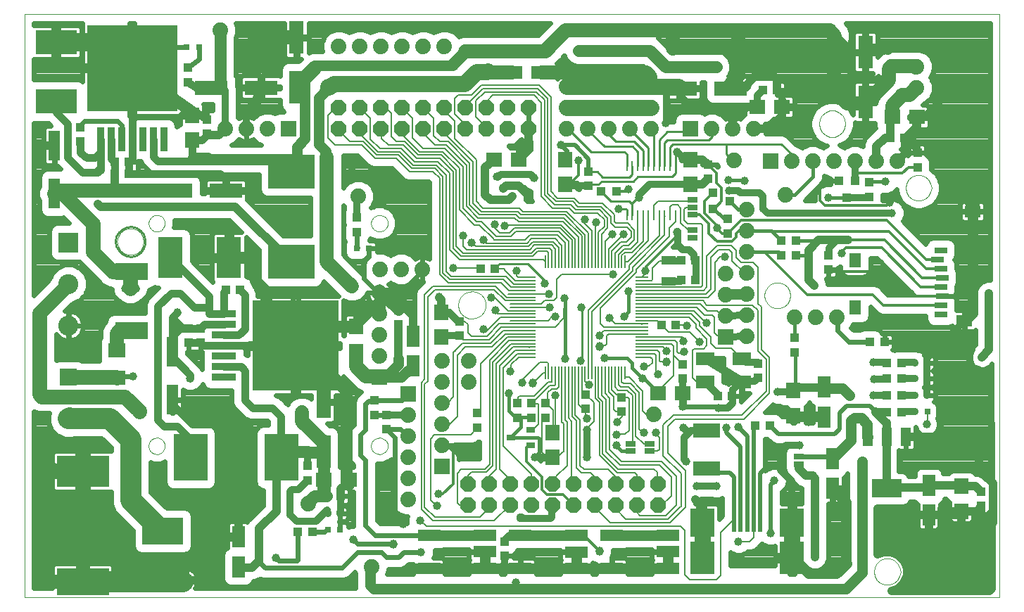
<source format=gtl>
G75*
G70*
%OFA0B0*%
%FSLAX24Y24*%
%IPPOS*%
%LPD*%
%AMOC8*
5,1,8,0,0,1.08239X$1,22.5*
%
%ADD10C,0.0000*%
%ADD11C,0.0100*%
%ADD12R,0.0709X0.0394*%
%ADD13R,0.0866X0.0630*%
%ADD14R,0.0315X0.0315*%
%ADD15R,0.0394X0.0394*%
%ADD16R,0.1083X0.0551*%
%ADD17R,0.0591X0.0079*%
%ADD18R,0.0079X0.0591*%
%ADD19R,0.0740X0.0740*%
%ADD20C,0.0740*%
%ADD21R,0.1181X0.0358*%
%ADD22R,0.4098X0.4252*%
%ADD23R,0.0358X0.1181*%
%ADD24R,0.4252X0.4098*%
%ADD25R,0.0433X0.0433*%
%ADD26R,0.0748X0.0709*%
%ADD27R,0.1181X0.1969*%
%ADD28R,0.1969X0.1181*%
%ADD29R,0.0709X0.1575*%
%ADD30R,0.1575X0.0709*%
%ADD31R,0.1969X0.1299*%
%ADD32R,0.2500X0.1500*%
%ADD33R,0.2500X0.1299*%
%ADD34R,0.0709X0.0748*%
%ADD35R,0.1614X0.2205*%
%ADD36R,0.2205X0.1614*%
%ADD37R,0.0800X0.0800*%
%ADD38C,0.0800*%
%ADD39R,0.0480X0.0880*%
%ADD40R,0.1417X0.0866*%
%ADD41R,0.0630X0.1024*%
%ADD42R,0.0787X0.0709*%
%ADD43R,0.0950X0.0950*%
%ADD44C,0.0950*%
%ADD45OC8,0.0740*%
%ADD46R,0.1260X0.0669*%
%ADD47R,0.1575X0.0787*%
%ADD48R,0.0551X0.1437*%
%ADD49R,0.1181X0.1575*%
%ADD50R,0.1181X0.1378*%
%ADD51R,0.0197X0.1280*%
%ADD52R,0.0394X0.0276*%
%ADD53R,0.0098X0.0500*%
%ADD54R,0.1024X0.0630*%
%ADD55R,0.0500X0.0250*%
%ADD56R,0.0551X0.0709*%
%ADD57R,0.0748X0.0551*%
%ADD58R,0.0591X0.0315*%
%ADD59C,0.0079*%
%ADD60C,0.0320*%
%ADD61C,0.0760*%
%ADD62C,0.0160*%
%ADD63C,0.0397*%
%ADD64C,0.0400*%
%ADD65C,0.0500*%
%ADD66C,0.0197*%
%ADD67C,0.0240*%
%ADD68C,0.0120*%
%ADD69C,0.0354*%
%ADD70C,0.0860*%
%ADD71C,0.1000*%
%ADD72C,0.0560*%
%ADD73C,0.0436*%
%ADD74C,0.0660*%
%ADD75C,0.0098*%
%ADD76C,0.0700*%
D10*
X000158Y000309D02*
X000142Y027943D01*
X046320Y027939D01*
X046335Y000305D01*
X000158Y000309D01*
X006016Y007483D02*
X006050Y007643D01*
X006146Y007776D01*
X006288Y007858D01*
X006451Y007875D01*
X006607Y007824D01*
X006729Y007715D01*
X006795Y007565D01*
X006795Y007401D01*
X006729Y007251D01*
X006607Y007142D01*
X006451Y007091D01*
X006288Y007108D01*
X006146Y007190D01*
X006050Y007323D01*
X006016Y007483D01*
X016567Y007483D02*
X016601Y007643D01*
X016697Y007776D01*
X016839Y007858D01*
X017002Y007875D01*
X017158Y007824D01*
X017280Y007715D01*
X017346Y007565D01*
X017346Y007401D01*
X017280Y007251D01*
X017158Y007142D01*
X017002Y007091D01*
X016839Y007108D01*
X016697Y007190D01*
X016601Y007323D01*
X016567Y007483D01*
X020693Y014160D02*
X020728Y014371D01*
X020830Y014559D01*
X020987Y014704D01*
X021183Y014790D01*
X021397Y014808D01*
X021604Y014755D01*
X021783Y014638D01*
X021915Y014469D01*
X021984Y014267D01*
X021984Y014053D01*
X021915Y013851D01*
X021783Y013682D01*
X021604Y013565D01*
X021397Y013512D01*
X021183Y013530D01*
X020987Y013616D01*
X020830Y013761D01*
X020728Y013949D01*
X020693Y014160D01*
X016567Y018034D02*
X016601Y018194D01*
X016697Y018327D01*
X016839Y018409D01*
X017002Y018426D01*
X017158Y018375D01*
X017280Y018266D01*
X017346Y018116D01*
X017346Y017952D01*
X017280Y017802D01*
X017158Y017693D01*
X017002Y017642D01*
X016839Y017659D01*
X016697Y017741D01*
X016601Y017874D01*
X016567Y018034D01*
X006016Y018034D02*
X006050Y018194D01*
X006146Y018327D01*
X006288Y018409D01*
X006451Y018426D01*
X006607Y018375D01*
X006729Y018266D01*
X006795Y018116D01*
X006795Y017952D01*
X006729Y017802D01*
X006607Y017693D01*
X006451Y017642D01*
X006288Y017659D01*
X006146Y017741D01*
X006050Y017874D01*
X006016Y018034D01*
X004536Y017168D02*
X004574Y017383D01*
X004683Y017573D01*
X004851Y017714D01*
X005057Y017788D01*
X005275Y017788D01*
X005481Y017714D01*
X005649Y017573D01*
X005758Y017383D01*
X005796Y017168D01*
X005758Y016953D01*
X005649Y016763D01*
X005481Y016622D01*
X005275Y016548D01*
X005057Y016548D01*
X004851Y016622D01*
X004683Y016763D01*
X004574Y016953D01*
X004536Y017168D01*
X035194Y014609D02*
X035231Y014818D01*
X035337Y015001D01*
X035499Y015137D01*
X035698Y015210D01*
X035910Y015210D01*
X036109Y015137D01*
X036271Y015001D01*
X036377Y014818D01*
X036414Y014609D01*
X036377Y014400D01*
X036271Y014217D01*
X036109Y014081D01*
X035910Y014008D01*
X035698Y014008D01*
X035499Y014081D01*
X035337Y014217D01*
X035231Y014400D01*
X035194Y014609D01*
X041887Y019711D02*
X041924Y019920D01*
X042030Y020103D01*
X042192Y020239D01*
X042391Y020312D01*
X042603Y020312D01*
X042802Y020239D01*
X042964Y020103D01*
X043070Y019920D01*
X043107Y019711D01*
X043070Y019502D01*
X042964Y019319D01*
X042802Y019183D01*
X042603Y019110D01*
X042391Y019110D01*
X042192Y019183D01*
X042030Y019319D01*
X041924Y019502D01*
X041887Y019711D01*
X037776Y022750D02*
X037814Y022965D01*
X037923Y023155D01*
X038091Y023296D01*
X038297Y023370D01*
X038515Y023370D01*
X038721Y023296D01*
X038889Y023155D01*
X038998Y022965D01*
X039036Y022750D01*
X038998Y022535D01*
X038889Y022345D01*
X038721Y022204D01*
X038515Y022130D01*
X038297Y022130D01*
X038091Y022204D01*
X037923Y022345D01*
X037814Y022535D01*
X037776Y022750D01*
X040379Y001518D02*
X040417Y001733D01*
X040526Y001923D01*
X040694Y002064D01*
X040900Y002138D01*
X041118Y002138D01*
X041324Y002064D01*
X041492Y001923D01*
X041601Y001733D01*
X041639Y001518D01*
X041601Y001303D01*
X041492Y001113D01*
X041324Y000972D01*
X041118Y000898D01*
X040900Y000898D01*
X040694Y000972D01*
X040526Y001113D01*
X040417Y001303D01*
X040379Y001518D01*
D11*
X030729Y001703D02*
X030694Y001668D01*
X029501Y001668D01*
X029497Y001664D01*
X030284Y001683D02*
X030304Y001703D01*
X030729Y001703D01*
X030678Y003238D02*
X029497Y003238D01*
X030625Y003258D02*
X030644Y003238D01*
X030678Y003238D01*
X027390Y002502D02*
X026642Y003250D01*
X026619Y003250D01*
X026505Y011506D02*
X026540Y011542D01*
X026540Y014053D01*
X024792Y015187D02*
X024792Y015325D01*
X023997Y016120D01*
X022654Y016120D01*
X022410Y015916D01*
X022430Y015896D01*
X022430Y015884D01*
X027469Y019549D02*
X027926Y019093D01*
X028772Y019093D01*
X028934Y018931D01*
X028930Y018931D01*
X028930Y018967D01*
X029233Y019270D01*
X029255Y019270D01*
X028930Y018931D02*
X028930Y018404D01*
X028928Y018402D01*
X028928Y018412D01*
X028928Y018402D02*
X028926Y018400D01*
X028674Y018408D02*
X028674Y018671D01*
X028631Y018715D01*
X028414Y018715D01*
X028296Y018711D01*
X028672Y018412D02*
X028674Y018410D01*
X028674Y018408D01*
X027316Y019868D02*
X026658Y019868D01*
X026847Y019813D01*
X027316Y019868D02*
X027477Y020030D01*
X028981Y020030D01*
X028983Y020028D01*
X029201Y020246D01*
X030823Y020246D01*
X030977Y020400D01*
X030977Y020727D01*
X030975Y020736D02*
X030975Y021331D01*
X031071Y021427D01*
X031068Y021423D01*
X031068Y021412D01*
X031032Y021782D02*
X030863Y021782D01*
X030719Y021638D01*
X030719Y020736D01*
X030463Y020736D02*
X030463Y021843D01*
X030599Y021979D01*
X032568Y021979D01*
X032725Y022136D01*
X032725Y022530D01*
X032701Y022506D01*
X032701Y022502D01*
X031701Y022530D02*
X031701Y022502D01*
X031701Y022530D02*
X031544Y022372D01*
X030599Y022372D01*
X030207Y021981D01*
X030207Y020736D01*
X029951Y020736D02*
X029951Y022390D01*
X029839Y022502D01*
X029827Y022502D01*
X029697Y021620D02*
X028867Y022451D01*
X028827Y022490D01*
X028827Y022502D01*
X028867Y022451D02*
X028843Y022427D01*
X029024Y021900D02*
X028158Y021900D01*
X027843Y022215D01*
X027843Y022451D01*
X027827Y022467D01*
X027827Y022502D01*
X027843Y022518D01*
X027843Y022530D01*
X027607Y021664D02*
X026820Y022451D01*
X026827Y022459D01*
X026827Y022502D01*
X026820Y022494D01*
X025902Y022502D02*
X026977Y021427D01*
X028552Y021427D01*
X028672Y021307D01*
X028672Y020736D01*
X028928Y020736D02*
X028928Y020355D01*
X028792Y020219D01*
X027536Y020219D01*
X027280Y020475D01*
X026839Y020475D01*
X026847Y020483D01*
X026839Y020475D02*
X026835Y020475D01*
X027607Y021664D02*
X028946Y021664D01*
X029182Y021427D01*
X029182Y020738D01*
X029184Y020736D01*
X029440Y020736D02*
X029442Y020738D01*
X029442Y021483D01*
X029024Y021900D01*
X029697Y021620D02*
X029697Y020738D01*
X029696Y020736D01*
X033394Y021309D02*
X033741Y020963D01*
X033741Y021006D01*
X033741Y020963D02*
X033749Y020955D01*
X033394Y021309D02*
X033394Y021782D01*
X025902Y022502D02*
X025827Y022502D01*
X025800Y022530D01*
X025796Y022530D01*
X029575Y015829D02*
X029568Y015821D01*
X026497Y011514D02*
X026493Y011514D01*
X026497Y011514D02*
X026505Y011506D01*
X004457Y017168D02*
X004495Y017398D01*
X004606Y017603D01*
X004778Y017762D01*
X004992Y017855D01*
X005225Y017875D01*
X005451Y017817D01*
X005646Y017690D01*
X005790Y017505D01*
X005865Y017285D01*
X005865Y017051D01*
X005790Y016831D01*
X005646Y016646D01*
X005451Y016519D01*
X005225Y016461D01*
X004992Y016481D01*
X004778Y016574D01*
X004606Y016733D01*
X004495Y016938D01*
X004457Y017168D01*
D12*
X030638Y016278D03*
X030638Y015294D03*
D13*
X032394Y011628D03*
X034127Y011628D03*
X034127Y010526D03*
X032394Y010526D03*
D14*
X042312Y010671D03*
X042902Y010671D03*
X042902Y011420D03*
X042312Y011420D03*
X042312Y009884D03*
X042902Y009884D03*
X042906Y009116D03*
X042316Y009116D03*
X016461Y016849D03*
X015871Y016849D03*
X008414Y026368D03*
X007823Y026368D03*
X014504Y004286D03*
X015094Y004286D03*
X015099Y003510D03*
X014509Y003510D03*
D15*
X013795Y003414D03*
X013086Y003414D03*
X013552Y005845D03*
X013552Y006553D03*
X016733Y008935D03*
X016733Y009644D03*
X021595Y009042D03*
X021595Y008333D03*
X023477Y008805D03*
X023477Y009514D03*
X034745Y008447D03*
X035453Y008447D03*
X040989Y009097D03*
X041697Y009097D03*
X041694Y009884D03*
X040985Y009884D03*
X040989Y010671D03*
X041697Y010671D03*
X041701Y011420D03*
X040993Y011420D03*
X040890Y012404D03*
X040182Y012404D03*
X036631Y012620D03*
X036631Y011912D03*
X036701Y016530D03*
X035993Y016530D03*
X035993Y017203D03*
X036701Y017203D03*
X033442Y017542D03*
X033442Y018250D03*
X032757Y018719D03*
X033544Y019093D03*
X032757Y019467D03*
X028178Y019549D03*
X027469Y019549D03*
X038725Y020049D03*
X039473Y020049D03*
X040162Y019979D03*
X040162Y019270D03*
X039099Y019262D03*
X042438Y020682D03*
X042438Y021391D03*
X015879Y018317D03*
X015879Y017609D03*
X007871Y024711D03*
X007871Y025420D03*
D16*
X019306Y003254D03*
X021963Y003254D03*
X021963Y002467D03*
X021963Y001679D03*
X023636Y001675D03*
X026294Y001675D03*
X026294Y002463D03*
X026294Y003250D03*
X027967Y003258D03*
X027967Y001683D03*
X030625Y001683D03*
X030625Y002471D03*
X030625Y003258D03*
X023636Y003250D03*
X019306Y001679D03*
D17*
X024064Y011691D03*
X024064Y011849D03*
X024064Y012006D03*
X024064Y012164D03*
X024064Y012321D03*
X024064Y012479D03*
X024064Y012636D03*
X024064Y012794D03*
X024064Y012951D03*
X024064Y013109D03*
X024064Y013266D03*
X024064Y013423D03*
X024064Y013581D03*
X024064Y013738D03*
X024064Y013896D03*
X024064Y014053D03*
X024064Y014211D03*
X024064Y014368D03*
X024064Y014526D03*
X024064Y014683D03*
X024064Y014841D03*
X024064Y014998D03*
X024064Y015156D03*
X024064Y015313D03*
X024064Y015471D03*
X029398Y015471D03*
X029398Y015313D03*
X029398Y015156D03*
X029398Y014998D03*
X029398Y014841D03*
X029398Y014683D03*
X029398Y014526D03*
X029398Y014368D03*
X029398Y014211D03*
X029398Y014053D03*
X029398Y013896D03*
X029398Y013738D03*
X029398Y013581D03*
X029398Y013423D03*
X029398Y013266D03*
X029398Y013109D03*
X029398Y012951D03*
X029398Y012794D03*
X029398Y012636D03*
X029398Y012479D03*
X029398Y012321D03*
X029398Y012164D03*
X029398Y012006D03*
X029398Y011849D03*
X029398Y011691D03*
D18*
X028591Y010943D03*
X028434Y010943D03*
X028276Y010943D03*
X028119Y010943D03*
X027961Y010943D03*
X027804Y010943D03*
X027646Y010943D03*
X027489Y010943D03*
X027331Y010943D03*
X027174Y010943D03*
X027016Y010943D03*
X026859Y010943D03*
X026701Y010943D03*
X026544Y010943D03*
X026386Y010943D03*
X026229Y010943D03*
X026071Y010943D03*
X025914Y010943D03*
X025757Y010943D03*
X025599Y010943D03*
X025442Y010943D03*
X025284Y010943D03*
X025127Y010943D03*
X024969Y010943D03*
X024812Y010943D03*
X024812Y016219D03*
X024969Y016219D03*
X025127Y016219D03*
X025284Y016219D03*
X025442Y016219D03*
X025599Y016219D03*
X025757Y016219D03*
X025914Y016219D03*
X026071Y016219D03*
X026229Y016219D03*
X026386Y016219D03*
X026544Y016219D03*
X026701Y016219D03*
X026859Y016219D03*
X027016Y016219D03*
X027174Y016219D03*
X027331Y016219D03*
X027489Y016219D03*
X027646Y016219D03*
X027804Y016219D03*
X027961Y016219D03*
X028119Y016219D03*
X028276Y016219D03*
X028434Y016219D03*
X028591Y016219D03*
D19*
X033343Y012660D03*
X019914Y006518D03*
X018320Y009947D03*
X016961Y010744D03*
X035473Y020971D03*
X031701Y022502D03*
X012643Y022512D03*
D20*
X011643Y022512D03*
X010643Y022512D03*
X009643Y022512D03*
X015946Y019309D03*
X016984Y015854D03*
X017984Y015854D03*
X018984Y015854D03*
X016961Y014744D03*
X016961Y013744D03*
X016961Y012744D03*
X016961Y011744D03*
X019914Y011518D03*
X021201Y011522D03*
X021201Y010522D03*
X019914Y010518D03*
X019914Y009518D03*
X019914Y008518D03*
X018320Y008947D03*
X018320Y007947D03*
X019914Y007518D03*
X018320Y006947D03*
X018320Y005947D03*
X018320Y004947D03*
X013583Y004742D03*
X016575Y001750D03*
X007757Y001120D03*
X029961Y008994D03*
X034339Y012679D03*
X034339Y013679D03*
X033343Y013660D03*
X033343Y014660D03*
X034347Y014679D03*
X034347Y015679D03*
X033343Y015660D03*
X034347Y016679D03*
X034347Y017679D03*
X034347Y018679D03*
X036182Y019388D03*
X036473Y020971D03*
X037473Y020971D03*
X038473Y020971D03*
X039473Y020971D03*
X040473Y020971D03*
X041473Y020971D03*
X042398Y024447D03*
X042398Y025447D03*
X034701Y022502D03*
X033701Y022502D03*
X032701Y022502D03*
X029827Y022502D03*
X028827Y022502D03*
X027827Y022502D03*
X026827Y022502D03*
X025827Y022502D03*
X025827Y023502D03*
X026827Y023502D03*
X027827Y023502D03*
X028827Y023502D03*
X029827Y023502D03*
X029827Y024502D03*
X028827Y024502D03*
X027827Y024502D03*
X026827Y024502D03*
X025827Y024502D03*
X020034Y026420D03*
X019034Y026420D03*
X018034Y026420D03*
X017034Y026420D03*
X016034Y026420D03*
X015034Y026420D03*
X009410Y027183D03*
X033741Y021006D03*
X036634Y013573D03*
X037634Y013573D03*
X038634Y013573D03*
D21*
X009591Y013738D03*
X009591Y013238D03*
X009591Y012738D03*
X009591Y012238D03*
X009591Y011738D03*
X009591Y011238D03*
X009591Y010738D03*
D22*
X012985Y012238D03*
D23*
X006749Y022002D03*
X006249Y022002D03*
X005749Y022002D03*
X005249Y022002D03*
X004749Y022002D03*
X004249Y022002D03*
X003749Y022002D03*
D24*
X005249Y025396D03*
D25*
X008796Y022943D03*
X008796Y022274D03*
X005079Y020951D03*
X004410Y020951D03*
X004410Y020368D03*
X005079Y020368D03*
X002788Y021927D03*
X002788Y022597D03*
X009678Y014872D03*
X010347Y014872D03*
X008485Y013053D03*
X007914Y013049D03*
X007914Y012380D03*
X008485Y012384D03*
X017296Y008947D03*
X017296Y008278D03*
X015123Y005105D03*
X014453Y005105D03*
X022879Y002955D03*
X022879Y002286D03*
X024142Y008829D03*
X024823Y008829D03*
X024823Y009498D03*
X024142Y009498D03*
X026725Y009250D03*
X026725Y009920D03*
X028426Y009790D03*
X028426Y009120D03*
X031316Y010671D03*
X031316Y011341D03*
X032989Y009845D03*
X033658Y009845D03*
X034886Y010719D03*
X034886Y011388D03*
X030977Y013227D03*
X030308Y013227D03*
X031260Y015345D03*
X031930Y015345D03*
X031930Y016266D03*
X031260Y016266D03*
X026847Y019813D03*
X026847Y020483D03*
X032505Y020805D03*
X032505Y020136D03*
X038221Y016506D03*
X038221Y015837D03*
X041142Y022085D03*
X041812Y022085D03*
X035788Y024337D03*
X035119Y024337D03*
X022430Y015884D03*
X021760Y015884D03*
X017859Y013904D03*
X017859Y013234D03*
X020757Y013372D03*
X020757Y012703D03*
X045457Y005321D03*
X045457Y004652D03*
D26*
X031320Y009986D03*
X030138Y009986D03*
X015505Y005892D03*
X014323Y005892D03*
X022383Y021053D03*
X023564Y021053D03*
X034847Y023553D03*
X036028Y023553D03*
X041237Y023065D03*
X042418Y023065D03*
D27*
X009831Y016408D03*
X007040Y016408D03*
D28*
X001638Y023817D03*
X001638Y026609D03*
D29*
X013032Y026837D03*
X013032Y024475D03*
X014308Y009569D03*
X014308Y007207D03*
X039973Y023778D03*
X039973Y026140D03*
D30*
X033575Y024427D03*
X031213Y024427D03*
X011355Y024459D03*
X008993Y024459D03*
X009682Y019585D03*
X007320Y019585D03*
D31*
X006697Y003443D03*
D32*
X002918Y006274D03*
D33*
X002918Y001042D03*
D34*
X015867Y011963D03*
X015867Y013144D03*
X019886Y012648D03*
X019886Y013829D03*
X025150Y008128D03*
X025150Y006947D03*
X036564Y008927D03*
X036564Y010109D03*
X044532Y005573D03*
X044532Y004392D03*
X031694Y019880D03*
X031694Y021061D03*
X025753Y021057D03*
X025753Y019876D03*
X008087Y021971D03*
X008087Y023152D03*
D35*
X008020Y006935D03*
X012312Y006935D03*
D36*
X012792Y016203D03*
X012792Y020494D03*
D37*
X002229Y010734D03*
D38*
X002229Y008766D03*
D39*
X040071Y007919D03*
X040981Y007919D03*
X041891Y007919D03*
D40*
X040981Y005479D03*
D41*
X042985Y005616D03*
X042985Y004199D03*
X038426Y005471D03*
X038426Y006888D03*
X038009Y008857D03*
X038009Y010274D03*
X018540Y011278D03*
X018540Y012695D03*
X010272Y003179D03*
X010272Y001762D03*
D42*
X004512Y010723D03*
X004512Y012022D03*
D43*
X002229Y017120D03*
D44*
X002229Y015152D03*
X002229Y013183D03*
D45*
X015024Y022518D03*
X016024Y022518D03*
X017024Y022518D03*
X018024Y022518D03*
X019024Y022518D03*
X020024Y022518D03*
X021024Y022518D03*
X022024Y022518D03*
X023024Y022518D03*
X024024Y022518D03*
X024024Y023518D03*
X023024Y023518D03*
X022024Y023518D03*
X021024Y023518D03*
X020024Y023518D03*
X019024Y023518D03*
X018024Y023518D03*
X017024Y023518D03*
X016024Y023518D03*
X015024Y023518D03*
X021142Y005687D03*
X022142Y005687D03*
X023142Y005687D03*
X024142Y005687D03*
X025142Y005687D03*
X026142Y005687D03*
X027142Y005687D03*
X028142Y005687D03*
X029142Y005687D03*
X030142Y005687D03*
X030142Y004687D03*
X029142Y004687D03*
X028142Y004687D03*
X027142Y004687D03*
X026142Y004687D03*
X025142Y004687D03*
X024142Y004687D03*
X023142Y004687D03*
X022142Y004687D03*
X021142Y004687D03*
D46*
X032457Y006427D03*
X032457Y008199D03*
D47*
X005225Y012931D03*
X005225Y015731D03*
D48*
X001560Y019439D03*
X001560Y021723D03*
X007154Y011963D03*
X007154Y009679D03*
D49*
X032245Y002178D03*
X036497Y002178D03*
D50*
X036497Y003851D03*
X032245Y003851D03*
D51*
X033741Y004048D03*
X034056Y004048D03*
X034371Y004048D03*
X034686Y004048D03*
X035001Y004048D03*
D52*
X024127Y007514D03*
X023182Y007888D03*
X024127Y008262D03*
D53*
X028672Y018412D03*
X028928Y018412D03*
X029184Y018412D03*
X029440Y018412D03*
X029696Y018412D03*
X029951Y018412D03*
X030207Y018412D03*
X030463Y018412D03*
X030719Y018412D03*
X030975Y018412D03*
X030975Y020736D03*
X030719Y020736D03*
X030463Y020736D03*
X030207Y020736D03*
X029951Y020736D03*
X029696Y020736D03*
X029440Y020736D03*
X029184Y020736D03*
X028928Y020736D03*
X028672Y020736D03*
D54*
X024650Y025168D03*
X023233Y025168D03*
D55*
X031792Y019140D03*
X031792Y018790D03*
X031792Y018440D03*
X031788Y017711D03*
X031788Y017357D03*
X029768Y007585D03*
X029768Y007231D03*
X028839Y007231D03*
X028839Y007585D03*
X036804Y006979D03*
X036804Y006624D03*
D56*
X039493Y014046D03*
X039493Y016290D03*
D57*
X044670Y013416D03*
X045064Y018593D03*
D58*
X043548Y016758D03*
X043390Y016325D03*
X043548Y015892D03*
X043627Y015459D03*
X043548Y015026D03*
X043627Y014593D03*
X043548Y014160D03*
X043548Y013727D03*
D59*
X042906Y009116D02*
X042918Y009105D01*
X042918Y008502D01*
X042914Y008502D01*
X042902Y008514D01*
X035430Y009971D02*
X034209Y008750D01*
X030953Y008750D01*
X030627Y008423D01*
X030627Y007132D01*
X031438Y006321D01*
X031438Y004565D01*
X031406Y004534D01*
X031404Y004536D01*
X030715Y003847D01*
X030713Y003849D01*
X027890Y003849D01*
X027142Y004597D01*
X027142Y004687D01*
X028142Y004687D02*
X028142Y004502D01*
X028623Y004022D01*
X030623Y004022D01*
X030627Y004018D01*
X031190Y004581D01*
X031233Y004624D01*
X031237Y004628D02*
X031237Y006195D01*
X030402Y007030D01*
X030402Y008483D01*
X030875Y008955D01*
X032607Y008955D01*
X032599Y008955D01*
X032607Y008955D02*
X034134Y008955D01*
X035272Y010093D01*
X035272Y010376D01*
X035272Y010372D01*
X035272Y010376D02*
X035272Y011585D01*
X034875Y011983D01*
X034875Y013927D01*
X034623Y014160D01*
X032465Y014160D01*
X032276Y014368D01*
X031540Y014368D01*
X029398Y014368D01*
X029398Y014211D02*
X032146Y014211D01*
X032489Y013868D01*
X032961Y013868D01*
X033197Y013632D01*
X033316Y013632D01*
X033343Y013660D01*
X033205Y013683D01*
X032816Y013565D02*
X032816Y012849D01*
X032965Y012699D01*
X033304Y012699D01*
X033343Y012660D01*
X033631Y012116D02*
X032879Y012116D01*
X032646Y012349D01*
X032646Y012656D01*
X032123Y013179D01*
X032123Y013333D01*
X031717Y013738D01*
X029398Y013738D01*
X029398Y013581D02*
X031623Y013581D01*
X031953Y013250D01*
X031953Y013065D01*
X032465Y012553D01*
X032465Y012234D01*
X032320Y012089D01*
X031867Y012089D01*
X031784Y012006D01*
X031784Y010727D01*
X031784Y010723D01*
X031784Y010727D02*
X031965Y010546D01*
X032280Y010546D01*
X032308Y010518D01*
X032316Y010526D01*
X032394Y010526D01*
X032386Y010526D01*
X032367Y010506D01*
X032331Y010542D01*
X031331Y011349D02*
X030892Y011788D01*
X030890Y011786D01*
X030922Y011754D01*
X030886Y011718D01*
X030886Y010812D01*
X030169Y010095D01*
X030169Y010009D01*
X030160Y010009D01*
X030138Y009986D01*
X030138Y010010D01*
X029418Y010089D02*
X029418Y009144D01*
X029575Y008986D01*
X029812Y008986D01*
X029843Y009018D01*
X028792Y008751D02*
X028792Y009711D01*
X028721Y009782D01*
X028457Y009782D01*
X028430Y009754D01*
X028426Y009758D01*
X028426Y009790D01*
X028418Y009790D01*
X028280Y009927D01*
X028178Y009927D01*
X027961Y010144D01*
X027961Y010943D01*
X027804Y010943D02*
X027804Y010057D01*
X028056Y009805D01*
X028056Y009219D01*
X028154Y009120D01*
X028426Y009120D01*
X028461Y009120D01*
X028461Y008864D01*
X028209Y008612D01*
X028209Y008605D01*
X028792Y008738D02*
X028792Y008751D01*
X028792Y008751D01*
X028792Y008223D01*
X028601Y008033D01*
X028190Y008033D01*
X028188Y008030D01*
X028694Y007609D02*
X028717Y007585D01*
X028839Y007585D01*
X028823Y007648D01*
X028946Y007648D01*
X028946Y009872D01*
X028701Y010116D01*
X028268Y010116D01*
X028119Y010266D01*
X028119Y010943D01*
X028276Y010943D02*
X028276Y010392D01*
X028394Y010274D01*
X028760Y010274D01*
X029103Y009931D01*
X029103Y007963D01*
X029481Y007585D01*
X029768Y007585D01*
X029591Y007585D01*
X029575Y007569D01*
X029568Y007585D02*
X029768Y007585D01*
X030048Y008006D02*
X030048Y008120D01*
X030048Y008042D01*
X030205Y007884D01*
X030205Y007301D01*
X030134Y007231D01*
X029768Y007231D01*
X030320Y006754D02*
X031016Y006057D01*
X031016Y004691D01*
X030505Y004179D01*
X029296Y004179D01*
X029138Y004337D01*
X029138Y004632D01*
X029146Y004640D01*
X029142Y004644D01*
X029142Y004687D01*
X030142Y004687D02*
X030233Y004687D01*
X030284Y004636D01*
X030776Y005128D01*
X030776Y006022D01*
X030233Y006565D01*
X028343Y006565D01*
X027686Y007223D01*
X027686Y009683D01*
X027489Y009880D01*
X027489Y010943D01*
X027646Y010943D02*
X027646Y009967D01*
X027867Y009746D01*
X027867Y007309D01*
X028119Y007057D01*
X028123Y007057D01*
X028426Y006754D01*
X030320Y006754D01*
X029969Y006376D02*
X030115Y006231D01*
X030115Y005727D01*
X030146Y005695D01*
X030142Y005691D01*
X030142Y005687D01*
X029158Y005707D02*
X029154Y005711D01*
X029154Y006101D01*
X029056Y006199D01*
X028209Y006199D01*
X027371Y007038D01*
X027371Y009538D01*
X027174Y009734D01*
X027174Y010943D01*
X027331Y010943D02*
X027331Y009790D01*
X027532Y009589D01*
X027532Y007112D01*
X028268Y006376D01*
X029969Y006376D01*
X029158Y005707D02*
X029142Y005691D01*
X029142Y005687D01*
X028150Y005699D02*
X028138Y005711D01*
X028138Y006014D01*
X027776Y006376D01*
X026642Y006376D01*
X026465Y006553D01*
X026465Y008711D01*
X026229Y008947D01*
X026229Y010943D01*
X026386Y010943D02*
X026386Y009451D01*
X026611Y009227D01*
X026631Y009246D01*
X026725Y009250D01*
X026725Y008849D01*
X026784Y008786D01*
X027107Y008636D02*
X027107Y009549D01*
X026733Y009923D01*
X026729Y009920D01*
X026725Y009920D01*
X026544Y010101D01*
X026544Y010943D01*
X026701Y010943D02*
X026701Y010561D01*
X026883Y010380D01*
X026725Y009920D02*
X026741Y009904D01*
X025442Y010274D02*
X025363Y010195D01*
X025115Y010195D01*
X024930Y010010D01*
X024930Y009538D01*
X024890Y009498D01*
X024823Y009498D01*
X024823Y009490D01*
X024816Y009483D01*
X024823Y009498D02*
X024831Y009506D01*
X024847Y009506D01*
X025174Y009179D01*
X025174Y008132D01*
X025154Y008132D01*
X025150Y008128D01*
X025150Y008164D01*
X025272Y008286D01*
X025272Y009880D01*
X025442Y010274D02*
X025442Y010943D01*
X025599Y010943D02*
X025599Y008620D01*
X025674Y008546D01*
X025674Y007203D01*
X025666Y007203D01*
X025402Y006939D01*
X025087Y006939D01*
X025095Y006947D01*
X025150Y006947D01*
X025162Y006935D01*
X025150Y006947D02*
X025138Y006935D01*
X024894Y006935D01*
X024662Y007168D01*
X024662Y008668D01*
X024823Y008829D01*
X024489Y008510D02*
X024253Y008274D01*
X024119Y008274D01*
X024119Y008270D01*
X024127Y008262D01*
X024489Y008510D02*
X024489Y009455D01*
X024461Y009483D01*
X024158Y009483D01*
X024142Y009498D01*
X024182Y009498D01*
X025032Y010349D01*
X025237Y010349D01*
X025284Y010396D01*
X025284Y010943D01*
X025127Y010943D02*
X025127Y010530D01*
X025095Y010498D01*
X024946Y010498D01*
X024300Y009853D01*
X023591Y009853D01*
X023512Y009774D01*
X023512Y009538D01*
X023477Y009502D01*
X023477Y009514D01*
X023477Y009502D02*
X023434Y009459D01*
X023595Y008853D02*
X023678Y008770D01*
X023670Y008833D02*
X023670Y008845D01*
X023595Y008853D02*
X024119Y008853D01*
X024142Y008829D01*
X024146Y009479D02*
X024146Y009494D01*
X024142Y009498D01*
X025757Y008707D02*
X025839Y008624D01*
X025839Y006561D01*
X025312Y006034D01*
X025312Y005845D01*
X025154Y005687D01*
X025142Y005687D01*
X026068Y005837D02*
X026166Y005738D01*
X026142Y005715D01*
X026142Y005687D01*
X026068Y005837D02*
X026068Y008652D01*
X025914Y008805D01*
X025914Y010943D01*
X026071Y010943D02*
X026071Y008880D01*
X026280Y008671D01*
X026280Y006459D01*
X026524Y006215D01*
X026953Y006215D01*
X027123Y006046D01*
X027123Y005786D01*
X027154Y005754D01*
X027142Y005742D01*
X027142Y005687D01*
X028142Y005691D02*
X028142Y005687D01*
X028142Y005691D02*
X028150Y005699D01*
X031190Y004581D02*
X031237Y004628D01*
X031221Y003675D02*
X019174Y003675D01*
X018894Y003955D01*
X018938Y004494D02*
X018938Y010475D01*
X019103Y010640D01*
X019103Y014656D01*
X019497Y015049D01*
X022469Y015049D01*
X022993Y014526D01*
X024064Y014526D01*
X024064Y014683D02*
X024997Y014683D01*
X024788Y014372D02*
X025221Y014372D01*
X025355Y014506D01*
X025355Y015368D01*
X025587Y015601D01*
X028009Y015601D01*
X028016Y015609D01*
X028016Y015610D01*
X028016Y015609D02*
X028020Y015609D01*
X027961Y016219D02*
X027961Y016715D01*
X028402Y017156D01*
X028658Y017156D01*
X028875Y017372D01*
X028875Y017652D01*
X028690Y017837D01*
X028127Y017837D01*
X027922Y018042D01*
X027922Y018357D01*
X027449Y018829D01*
X026347Y018829D01*
X026111Y019065D01*
X025323Y019065D01*
X024930Y019459D01*
X024930Y023947D01*
X024457Y024420D01*
X021859Y024420D01*
X021150Y023711D01*
X021150Y023632D01*
X021036Y023518D01*
X021024Y023518D01*
X020520Y023227D02*
X020520Y023947D01*
X020678Y024105D01*
X021308Y024105D01*
X021780Y024577D01*
X024536Y024577D01*
X025087Y024026D01*
X025087Y019538D01*
X025402Y019223D01*
X026190Y019223D01*
X026426Y018986D01*
X027528Y018986D01*
X028079Y018435D01*
X028079Y018120D01*
X028158Y018042D01*
X028709Y018042D01*
X029024Y017727D01*
X029024Y017254D01*
X028757Y016986D01*
X028757Y016983D01*
X028477Y016983D01*
X028119Y016624D01*
X028119Y016219D01*
X028119Y016215D01*
X028276Y016219D02*
X028276Y016553D01*
X028544Y016821D01*
X028843Y016821D01*
X029182Y017160D01*
X029182Y018396D01*
X029184Y018398D01*
X029184Y018412D01*
X029440Y018412D02*
X029440Y017185D01*
X028914Y016660D01*
X028575Y016660D01*
X028434Y016518D01*
X028434Y016219D01*
X028591Y016219D02*
X028713Y016219D01*
X029694Y017199D01*
X029694Y018384D01*
X029697Y018388D01*
X029696Y018390D01*
X029696Y018412D01*
X029951Y018412D02*
X029951Y018890D01*
X030138Y019077D01*
X031694Y019077D01*
X031717Y019101D01*
X031721Y019096D01*
X031792Y019140D01*
X031792Y018790D02*
X031481Y018790D01*
X031390Y018699D01*
X031390Y018195D01*
X031564Y018022D01*
X032194Y018022D01*
X032268Y017947D01*
X032268Y015065D01*
X032201Y014998D01*
X029398Y014998D01*
X029398Y014841D02*
X032304Y014841D01*
X032461Y014998D01*
X032461Y016479D01*
X032949Y016967D01*
X033615Y016967D01*
X033839Y016742D01*
X033839Y016420D01*
X033847Y016412D01*
X033851Y016416D01*
X034087Y016179D01*
X034666Y016179D01*
X034902Y015943D01*
X034902Y014227D01*
X035044Y014085D01*
X035044Y013979D01*
X035044Y014006D01*
X035044Y013979D02*
X035044Y012049D01*
X035430Y011664D01*
X035430Y010309D01*
X035430Y009971D01*
X035430Y010305D02*
X035430Y010309D01*
X034142Y011628D02*
X034127Y011628D01*
X034127Y011620D01*
X033631Y012116D01*
X034142Y011628D02*
X034150Y011636D01*
X032127Y012400D02*
X032127Y012404D01*
X031662Y012868D01*
X030638Y012868D01*
X030308Y013199D01*
X030308Y013227D01*
X030308Y013242D01*
X030127Y013423D01*
X029398Y013423D01*
X029386Y013266D02*
X029398Y013266D01*
X029386Y013266D02*
X029383Y013262D01*
X029379Y013266D01*
X028131Y013266D01*
X027859Y013538D01*
X027843Y013553D01*
X027430Y013270D02*
X027587Y013112D01*
X027587Y013109D01*
X029398Y013109D01*
X029398Y012951D02*
X027571Y012951D01*
X027347Y012727D01*
X027733Y012723D02*
X027733Y012317D01*
X027646Y012231D01*
X027414Y012231D01*
X027386Y012203D01*
X027390Y012203D01*
X027390Y012183D01*
X027394Y012179D01*
X027375Y012191D02*
X027386Y012203D01*
X027733Y012723D02*
X027804Y012794D01*
X029398Y012794D01*
X029398Y012636D02*
X031284Y012636D01*
X031375Y012546D01*
X031367Y012538D01*
X031367Y012439D01*
X031052Y012372D02*
X031052Y011951D01*
X031115Y011888D01*
X031363Y011888D01*
X031371Y011896D01*
X031371Y011939D01*
X030892Y011788D02*
X030879Y011801D01*
X030879Y012227D01*
X030784Y012321D01*
X029398Y012321D01*
X029398Y012164D02*
X030371Y012164D01*
X030548Y011986D01*
X030540Y011986D01*
X030548Y011986D02*
X030564Y011971D01*
X030229Y011900D02*
X030229Y011518D01*
X030264Y011483D01*
X030544Y011483D01*
X030556Y011471D01*
X030556Y011479D01*
X030556Y011471D02*
X030564Y011463D01*
X030056Y011794D02*
X030056Y010955D01*
X030146Y010864D01*
X030158Y010864D01*
X029733Y011270D02*
X029497Y011270D01*
X029497Y011262D01*
X029485Y011250D01*
X029733Y011270D02*
X029890Y011427D01*
X029890Y011601D01*
X029800Y011691D01*
X029398Y011691D01*
X029398Y011849D02*
X030001Y011849D01*
X030056Y011794D01*
X030229Y011900D02*
X030123Y012006D01*
X029398Y012006D01*
X029398Y012479D02*
X030946Y012479D01*
X031052Y012372D01*
X030977Y013227D02*
X031477Y013227D01*
X031512Y013191D01*
X031512Y013187D01*
X031438Y013896D02*
X031843Y013896D01*
X032453Y013286D01*
X032453Y013309D01*
X032465Y013321D01*
X032367Y013668D02*
X032713Y013668D01*
X032816Y013565D01*
X032367Y013668D02*
X031981Y014053D01*
X029398Y014053D01*
X029398Y013896D02*
X031438Y013896D01*
X031442Y013900D01*
X032528Y014526D02*
X032843Y014841D01*
X032843Y016179D01*
X033099Y016435D01*
X033320Y016435D01*
X033323Y016439D01*
X033646Y016278D02*
X033670Y016254D01*
X033670Y016258D01*
X034249Y015679D01*
X034347Y015679D01*
X033674Y016250D02*
X033670Y016254D01*
X033646Y016278D02*
X033646Y016656D01*
X033524Y016778D01*
X033020Y016778D01*
X032646Y016404D01*
X032646Y014920D01*
X032410Y014683D01*
X029398Y014683D01*
X029398Y014526D02*
X032528Y014526D01*
X030638Y015294D02*
X030607Y015294D01*
X030469Y015156D01*
X029398Y015156D01*
X029398Y015313D02*
X029839Y015313D01*
X029890Y015364D01*
X029890Y015916D01*
X030205Y016231D01*
X030599Y016231D01*
X030638Y016270D01*
X030638Y016278D01*
X029575Y015837D02*
X029568Y015829D01*
X029568Y015821D01*
X029568Y015794D01*
X029568Y015640D01*
X029398Y015471D01*
X029115Y015703D02*
X029115Y015860D01*
X030678Y017423D01*
X030678Y017805D01*
X030973Y018101D01*
X030973Y018412D01*
X030975Y018412D01*
X030975Y018410D01*
X030977Y018408D01*
X030719Y018412D02*
X030719Y018807D01*
X030816Y018904D01*
X031079Y018904D01*
X031229Y018754D01*
X031229Y018061D01*
X031556Y017734D01*
X031764Y017734D01*
X031788Y017711D01*
X031390Y018191D02*
X031390Y018195D01*
X031386Y018199D01*
X030473Y018384D02*
X030465Y018376D01*
X030465Y017467D01*
X028949Y015951D01*
X028949Y015774D01*
X027016Y013841D01*
X027016Y010943D01*
X026859Y010943D02*
X026859Y013912D01*
X028788Y015841D01*
X028788Y016038D01*
X030209Y017459D01*
X030209Y018376D01*
X030225Y018392D01*
X030207Y018410D01*
X030207Y018412D01*
X030463Y018394D02*
X030463Y018412D01*
X030463Y018394D02*
X030473Y018384D01*
X028674Y018408D02*
X028674Y018345D01*
X027764Y018278D02*
X027764Y017805D01*
X027485Y017526D01*
X027485Y016223D01*
X027489Y016219D01*
X027335Y016219D02*
X027335Y017601D01*
X027607Y017872D01*
X027607Y018199D01*
X027292Y018514D01*
X026190Y018514D01*
X025953Y018750D01*
X025166Y018750D01*
X024615Y019301D01*
X024615Y023762D01*
X024272Y024105D01*
X022331Y024105D01*
X022016Y023790D01*
X022016Y023553D01*
X022024Y023546D01*
X022024Y023518D01*
X021516Y023841D02*
X021516Y023081D01*
X022024Y022573D01*
X022024Y022518D01*
X021024Y022518D02*
X021024Y022723D01*
X020520Y023227D01*
X020532Y022868D02*
X020024Y023376D01*
X020024Y023518D01*
X019524Y023018D02*
X019524Y022187D01*
X019812Y021900D01*
X020205Y021900D01*
X021229Y020876D01*
X021229Y018908D01*
X021701Y018435D01*
X023434Y018435D01*
X023591Y018278D01*
X025701Y018278D01*
X026544Y017435D01*
X026544Y016219D01*
X026701Y016219D02*
X026701Y017494D01*
X025760Y018435D01*
X023670Y018435D01*
X023512Y018593D01*
X021780Y018593D01*
X021386Y018986D01*
X021386Y020955D01*
X020048Y022294D01*
X020048Y022494D01*
X020024Y022518D01*
X020024Y022447D01*
X020024Y022518D02*
X020024Y022526D01*
X020532Y022258D02*
X020532Y022046D01*
X021544Y021034D01*
X021544Y019065D01*
X021859Y018750D01*
X023591Y018750D01*
X023749Y018593D01*
X025835Y018593D01*
X026859Y017569D01*
X026859Y016219D01*
X027016Y016219D02*
X027016Y017687D01*
X026607Y018097D01*
X026694Y018183D01*
X026694Y018207D01*
X026697Y018203D01*
X027174Y018010D02*
X027241Y018077D01*
X027233Y018085D01*
X027174Y018010D02*
X027174Y016219D01*
X027331Y016219D02*
X027335Y016219D01*
X027646Y016219D02*
X027646Y017171D01*
X027993Y017518D01*
X028512Y017526D02*
X027804Y016817D01*
X027804Y016219D01*
X029115Y015703D02*
X027430Y014018D01*
X027430Y013270D01*
X026540Y014053D02*
X026536Y014057D01*
X025704Y014493D02*
X025702Y013535D01*
X025275Y013109D01*
X024064Y013109D01*
X022733Y013109D01*
X022154Y012530D01*
X020914Y012530D01*
X020757Y012687D01*
X020757Y012703D01*
X020757Y012695D01*
X020768Y012683D01*
X020792Y012660D01*
X020768Y012683D02*
X020780Y012695D01*
X020898Y012349D02*
X022225Y012349D01*
X022823Y012947D01*
X022831Y012947D01*
X022827Y012951D01*
X024064Y012951D01*
X024064Y012794D02*
X022910Y012794D01*
X022282Y012166D01*
X022280Y012168D01*
X021032Y012168D01*
X020642Y011778D01*
X020642Y008872D01*
X020284Y008514D01*
X019890Y008514D01*
X019894Y008518D01*
X019914Y008518D01*
X019568Y008014D02*
X019379Y007825D01*
X019379Y004927D01*
X019686Y004620D01*
X019690Y004624D01*
X019690Y004652D01*
X019587Y004112D02*
X019103Y004597D01*
X019103Y010404D01*
X019260Y010561D01*
X019260Y014561D01*
X019591Y014892D01*
X022390Y014892D01*
X022914Y014368D01*
X024064Y014368D01*
X024064Y014211D02*
X024611Y014211D01*
X024788Y014372D01*
X025016Y014069D02*
X025005Y014057D01*
X025001Y014053D01*
X024083Y014053D01*
X023138Y014053D01*
X023138Y014211D02*
X024064Y014211D01*
X024064Y014053D02*
X024083Y014053D01*
X024087Y014049D01*
X024064Y013896D02*
X023044Y013896D01*
X022422Y014518D01*
X022257Y014518D01*
X022438Y013920D02*
X022438Y013896D01*
X022410Y013868D01*
X022540Y013738D01*
X024064Y013738D01*
X024064Y013581D02*
X022674Y013581D01*
X022016Y012923D01*
X021930Y013010D01*
X021894Y013010D01*
X021867Y013010D01*
X021859Y013002D01*
X022044Y012687D02*
X021308Y012687D01*
X021150Y012845D01*
X021150Y013238D01*
X020993Y013396D01*
X020757Y013396D01*
X020757Y013372D01*
X020757Y013353D01*
X020757Y013372D02*
X020863Y013266D01*
X020757Y013372D02*
X020749Y013380D01*
X020016Y013821D02*
X019886Y013829D01*
X019894Y013837D01*
X019894Y014270D01*
X019788Y014376D01*
X019788Y014534D01*
X019886Y013829D02*
X019922Y013829D01*
X019934Y013817D01*
X020087Y012703D02*
X020016Y012632D01*
X019886Y012648D01*
X020012Y012628D02*
X020016Y012632D01*
X020536Y011986D02*
X020898Y012349D01*
X020540Y011994D02*
X020536Y011990D01*
X020469Y011923D01*
X020469Y009801D01*
X020205Y009538D01*
X019890Y009538D01*
X019910Y009518D01*
X019914Y009518D01*
X019914Y009589D01*
X021595Y009042D02*
X021607Y009053D01*
X021753Y009053D01*
X021753Y011384D01*
X023005Y012636D01*
X024064Y012636D01*
X024064Y012479D02*
X023095Y012479D01*
X022174Y011557D01*
X022174Y006624D01*
X021938Y006388D01*
X020835Y006388D01*
X020642Y006195D01*
X020642Y006109D01*
X020642Y004782D01*
X020741Y004687D01*
X021142Y004687D01*
X021709Y004112D02*
X019587Y004112D01*
X019489Y003943D02*
X020678Y003943D01*
X022398Y003943D01*
X023142Y004687D01*
X022142Y004687D02*
X022142Y004546D01*
X021709Y004112D01*
X020678Y003943D02*
X020646Y003943D01*
X019489Y003943D02*
X018938Y004494D01*
X021142Y005687D02*
X021150Y005695D01*
X021150Y006073D01*
X021308Y006231D01*
X022016Y006231D01*
X022331Y006546D01*
X022331Y011459D01*
X023194Y012321D01*
X024064Y012321D01*
X024056Y012164D02*
X024064Y012164D01*
X024056Y012164D02*
X024052Y012160D01*
X024048Y012164D01*
X023288Y012164D01*
X022489Y011364D01*
X022489Y006388D01*
X022095Y005994D01*
X022095Y005679D01*
X022134Y005679D01*
X022142Y005687D01*
X022646Y006388D02*
X023197Y005837D01*
X023197Y005679D01*
X023150Y005679D01*
X023142Y005687D01*
X022646Y006388D02*
X022646Y011266D01*
X023386Y012006D01*
X024044Y012006D01*
X024048Y012002D01*
X024052Y012006D01*
X024064Y012006D01*
X024064Y011849D02*
X023489Y011849D01*
X022804Y011164D01*
X022804Y007490D01*
X024142Y006152D01*
X024142Y006175D01*
X024142Y006152D02*
X024142Y005687D01*
X023182Y007888D02*
X023194Y007900D01*
X023205Y007900D01*
X021595Y008333D02*
X021276Y008014D01*
X019568Y008014D01*
X023697Y010475D02*
X023697Y010486D01*
X023709Y010479D01*
X023686Y010577D01*
X024544Y011435D01*
X024910Y011435D01*
X024969Y011376D01*
X024969Y010943D01*
X024812Y010943D02*
X024725Y010943D01*
X024229Y010447D01*
X024229Y010467D01*
X024229Y010447D02*
X024225Y010443D01*
X023709Y010479D02*
X023701Y010514D01*
X023197Y011034D02*
X023197Y011349D01*
X023540Y011691D01*
X024064Y011691D01*
X024071Y011691D01*
X024075Y011687D01*
X023197Y011034D02*
X023182Y011018D01*
X023158Y011018D01*
X025757Y010963D02*
X025757Y010943D01*
X025757Y008707D01*
X026788Y008317D02*
X027107Y008636D01*
X026788Y008317D02*
X026788Y008246D01*
X028760Y007589D02*
X028839Y007585D01*
X029418Y008120D02*
X029497Y008120D01*
X029497Y008124D01*
X029497Y008160D01*
X029418Y008120D02*
X029260Y008278D01*
X029260Y010010D01*
X028839Y010431D01*
X028512Y010431D01*
X028434Y010510D01*
X028434Y010943D01*
X028591Y010943D02*
X028591Y010731D01*
X028776Y010731D01*
X029418Y010089D01*
X031316Y011341D02*
X031323Y011341D01*
X031331Y011349D01*
X030056Y008128D02*
X030048Y008120D01*
X032280Y006227D02*
X033520Y006227D01*
X033717Y006030D01*
X033717Y004581D01*
X033741Y004557D01*
X033741Y004048D02*
X033741Y004031D01*
X033744Y004027D01*
X033113Y003397D01*
X033113Y001337D01*
X032932Y001156D01*
X031646Y001156D01*
X031410Y001392D01*
X031410Y003486D01*
X031221Y003675D01*
X033961Y002951D02*
X033968Y002957D01*
X033969Y002959D01*
X034501Y002959D01*
X034688Y003146D01*
X034688Y004046D01*
X034686Y004048D01*
X034686Y004392D01*
X033969Y002957D02*
X033968Y002957D01*
X035615Y005825D02*
X035642Y005825D01*
X035670Y005853D01*
X035676Y005859D01*
X035676Y005860D01*
X035670Y005853D02*
X035674Y005849D01*
X022623Y013266D02*
X022044Y012687D01*
X022623Y013266D02*
X024064Y013266D01*
X024064Y013423D02*
X024946Y013423D01*
X025154Y013632D01*
X025300Y013632D01*
X025288Y013620D01*
X025300Y013632D02*
X025323Y013632D01*
X025005Y014053D02*
X025005Y014057D01*
X024064Y014683D02*
X023056Y014683D01*
X023087Y014841D02*
X023087Y014845D01*
X022725Y015207D01*
X020205Y015207D01*
X019812Y015601D01*
X019812Y020168D01*
X019497Y020483D01*
X018394Y020483D01*
X017764Y021112D01*
X016741Y021112D01*
X016111Y021742D01*
X014851Y021742D01*
X014516Y022077D01*
X014516Y023156D01*
X014875Y023514D01*
X015028Y023514D01*
X015024Y023518D01*
X015028Y023522D01*
X015036Y023522D01*
X015036Y023459D01*
X016024Y023518D02*
X016532Y023010D01*
X016532Y022030D01*
X016977Y021585D01*
X018001Y021585D01*
X018631Y020955D01*
X019733Y020955D01*
X020284Y020404D01*
X020284Y016782D01*
X020757Y016309D01*
X024721Y016309D01*
X024812Y016219D01*
X024969Y016219D02*
X024969Y016636D01*
X024902Y016703D01*
X024457Y016703D01*
X024221Y016467D01*
X020835Y016467D01*
X020442Y016860D01*
X020442Y020483D01*
X019812Y021112D01*
X018709Y021112D01*
X018079Y021742D01*
X017371Y021742D01*
X017056Y022057D01*
X017056Y022486D01*
X017024Y022518D01*
X017032Y022510D01*
X017528Y022136D02*
X017528Y023238D01*
X017213Y023553D01*
X017056Y023553D01*
X017056Y023549D01*
X017024Y023518D01*
X018024Y023518D02*
X018524Y023018D01*
X018524Y022085D01*
X019024Y021585D01*
X020048Y021585D01*
X020914Y020719D01*
X020914Y018750D01*
X021544Y018120D01*
X021780Y018120D01*
X022489Y017412D01*
X023197Y017412D01*
X023434Y017648D01*
X025442Y017648D01*
X025914Y017175D01*
X025914Y016219D01*
X026071Y016219D02*
X026071Y017238D01*
X025505Y017805D01*
X023355Y017805D01*
X023119Y017569D01*
X022646Y017569D01*
X022410Y017805D01*
X022410Y017963D01*
X022406Y017967D01*
X022883Y017963D02*
X022883Y017912D01*
X022894Y017900D01*
X022883Y017963D02*
X025560Y017963D01*
X026229Y017294D01*
X026229Y016219D01*
X026386Y016219D02*
X026386Y017384D01*
X025658Y018112D01*
X023540Y018112D01*
X023367Y018286D01*
X021631Y018286D01*
X021079Y018837D01*
X021079Y018876D01*
X021079Y018868D01*
X021079Y018876D02*
X021079Y020309D01*
X021079Y020778D01*
X020115Y021742D01*
X019603Y021742D01*
X019028Y022317D01*
X019028Y022467D01*
X019044Y022483D01*
X019024Y022502D01*
X019024Y022518D01*
X019524Y023018D02*
X019024Y023518D01*
X018012Y022530D02*
X018024Y022518D01*
X018024Y022219D01*
X018001Y022294D02*
X018001Y022530D01*
X018012Y022530D01*
X018001Y022294D02*
X018867Y021427D01*
X019969Y021427D01*
X020757Y020640D01*
X020757Y018671D01*
X021465Y017963D01*
X021701Y017963D01*
X022390Y017274D01*
X022390Y017258D01*
X023867Y017258D01*
X024083Y017475D01*
X025386Y017475D01*
X025757Y017105D01*
X025757Y016219D01*
X025599Y016219D02*
X025599Y016994D01*
X025284Y017309D01*
X024154Y017309D01*
X023942Y017097D01*
X022016Y017097D01*
X022030Y017110D01*
X022044Y017097D01*
X022030Y017110D02*
X021886Y017254D01*
X021509Y016939D02*
X024005Y016939D01*
X024225Y017160D01*
X025178Y017160D01*
X025442Y016896D01*
X025442Y016219D01*
X025284Y016219D02*
X025284Y016821D01*
X025107Y016998D01*
X024292Y016998D01*
X024075Y016782D01*
X021071Y016782D01*
X020914Y016939D01*
X020914Y017435D01*
X020922Y017443D01*
X020922Y017435D01*
X021335Y017112D02*
X021509Y016939D01*
X020934Y016624D02*
X020599Y016959D01*
X020599Y020561D01*
X019890Y021270D01*
X018788Y021270D01*
X018158Y021900D01*
X017764Y021900D01*
X017528Y022136D01*
X017922Y021427D02*
X016898Y021427D01*
X016032Y022294D01*
X016032Y022530D01*
X016024Y022522D01*
X016024Y022518D01*
X016020Y022514D01*
X016190Y021900D02*
X015560Y021900D01*
X015009Y022451D01*
X015024Y022467D01*
X015024Y022518D01*
X016190Y021900D02*
X016820Y021270D01*
X017843Y021270D01*
X018473Y020640D01*
X019575Y020640D01*
X019969Y020246D01*
X019969Y015679D01*
X020284Y015364D01*
X022808Y015364D01*
X023174Y014998D01*
X024064Y014998D01*
X024064Y014841D02*
X023087Y014841D01*
X023304Y015156D02*
X022938Y015522D01*
X020363Y015522D01*
X020127Y015758D01*
X020127Y020325D01*
X019654Y020797D01*
X018552Y020797D01*
X017922Y021427D01*
X020532Y022246D02*
X020532Y022258D01*
X020532Y022868D01*
X021516Y023841D02*
X021938Y024262D01*
X024379Y024262D01*
X024772Y023868D01*
X024772Y019380D01*
X025245Y018908D01*
X026032Y018908D01*
X026268Y018671D01*
X027371Y018671D01*
X027764Y018278D01*
X028512Y017526D02*
X028524Y017526D01*
X025127Y016738D02*
X025127Y016219D01*
X024969Y016219D02*
X024969Y016215D01*
X025127Y016738D02*
X025009Y016857D01*
X024394Y016857D01*
X024162Y016624D01*
X020934Y016624D01*
X020442Y015908D02*
X021737Y015908D01*
X021760Y015884D01*
X022402Y015872D02*
X022418Y015872D01*
X022839Y015872D01*
X022875Y015837D01*
X022883Y015837D01*
X022883Y015829D01*
X023398Y015313D01*
X024064Y015313D01*
X024064Y015156D02*
X023304Y015156D01*
X023528Y015471D02*
X023457Y015542D01*
X023457Y015790D01*
X023461Y015794D01*
X023457Y015794D01*
X023528Y015471D02*
X024064Y015471D01*
X024776Y015183D02*
X024788Y015183D01*
X024792Y015187D01*
X022430Y015884D02*
X022418Y015872D01*
X023150Y013423D02*
X024064Y013423D01*
X020536Y011990D02*
X020536Y011986D01*
X021079Y020309D02*
X021079Y020329D01*
X025835Y022463D02*
X025855Y022502D01*
X025827Y022502D01*
X025827Y022498D01*
X025835Y022490D01*
X026820Y022490D02*
X026827Y022498D01*
X026827Y022502D01*
X027827Y022502D02*
X027831Y022502D01*
X027843Y022490D01*
X028827Y022502D02*
X028855Y022502D01*
X028867Y022490D01*
X029812Y022451D02*
X029851Y022490D01*
X029839Y022502D01*
X031032Y021782D02*
X031036Y021786D01*
X031071Y021427D02*
X031150Y021349D01*
X031150Y021270D01*
X031308Y021112D01*
X031308Y021034D01*
X031623Y021034D01*
X031650Y021061D01*
X031694Y021061D01*
X031701Y022490D02*
X031662Y022530D01*
X031701Y022502D02*
X031701Y022490D01*
X032701Y022502D02*
X032701Y022475D01*
X032725Y022451D01*
X003737Y020546D02*
X003686Y020546D01*
X003678Y020553D01*
X003678Y020510D01*
X003682Y020510D01*
X003682Y020490D01*
X003631Y020439D01*
X003678Y020553D02*
X003670Y020561D01*
D60*
X008798Y020967D02*
X008798Y021007D01*
X009648Y022507D02*
X009643Y022512D01*
X009649Y022507D02*
X009648Y022507D01*
X009649Y022507D02*
X009649Y024314D01*
X009430Y024534D01*
X008993Y024459D01*
X009398Y024566D02*
X009430Y024534D01*
X010646Y023368D02*
X011170Y023892D01*
X010646Y023368D02*
X010646Y022509D01*
X010643Y022512D01*
X010646Y022509D02*
X010646Y022455D01*
X015879Y019301D02*
X015938Y019360D01*
X015879Y019301D02*
X015879Y018317D01*
X022518Y020241D02*
X022560Y020199D01*
X022713Y020353D01*
X024119Y020353D01*
X024280Y020191D01*
X024280Y020183D01*
X024276Y020186D01*
X024276Y020199D01*
X025753Y019876D02*
X025890Y019813D01*
X026847Y019813D01*
X025839Y021006D02*
X025753Y021057D01*
X024052Y019325D02*
X024060Y019199D01*
X029255Y019249D02*
X029255Y019247D01*
X029255Y019249D02*
X029257Y019252D01*
X029257Y019377D01*
X029760Y019880D01*
X031694Y019880D01*
X033505Y019577D02*
X033509Y019581D01*
X033509Y019585D01*
X033942Y019585D01*
X034044Y019483D01*
X034957Y019483D01*
X035111Y019329D01*
X035111Y018715D01*
X035359Y018530D01*
X041233Y018530D01*
X040162Y019270D02*
X040134Y019270D01*
X040127Y019262D01*
X039099Y019262D01*
X039473Y020049D02*
X039473Y020413D01*
X039473Y020939D01*
X039457Y020955D01*
X039473Y020939D02*
X039473Y020971D01*
X041473Y020971D02*
X041820Y021317D01*
X041820Y022077D01*
X041812Y022085D01*
X041812Y022046D01*
X042359Y022593D01*
X042359Y023034D01*
X042418Y023065D02*
X042772Y023065D01*
X043406Y023699D01*
X041855Y022089D02*
X042438Y021505D01*
X042438Y021391D01*
X041796Y022030D02*
X041812Y022046D01*
X041812Y022085D02*
X041851Y022085D01*
X041855Y022089D01*
X041827Y022085D02*
X041812Y022085D01*
X036028Y023553D02*
X036024Y023557D01*
X036024Y024101D01*
X035788Y024337D01*
X035119Y024337D02*
X034847Y024065D01*
X034847Y023553D01*
X032906Y025439D02*
X032902Y025439D01*
X032898Y025443D01*
X032898Y025439D01*
X030540Y024534D02*
X030540Y024518D01*
X030540Y022774D01*
X030532Y022766D01*
X031068Y021412D02*
X031414Y021065D01*
X031690Y021065D01*
X031694Y021061D01*
X029255Y019270D02*
X029255Y019249D01*
X031064Y017640D02*
X031064Y017609D01*
X031064Y017640D02*
X031071Y017648D01*
X031071Y017018D01*
X031308Y016782D01*
X031623Y016782D01*
X031859Y016546D01*
X031859Y016345D01*
X031930Y016266D02*
X031942Y016234D01*
X031938Y016231D01*
X031938Y015337D01*
X031268Y015325D02*
X031260Y015345D01*
X031268Y015325D02*
X031229Y015286D01*
X030646Y015286D01*
X030686Y016231D02*
X031229Y016231D01*
X031260Y016262D01*
X031260Y016266D01*
X033343Y013660D02*
X034355Y013683D01*
X034355Y013687D01*
X034355Y013683D02*
X034355Y013679D01*
X034339Y013679D01*
X034383Y012683D02*
X033343Y012660D01*
X034339Y012679D02*
X034383Y012679D01*
X034383Y012683D01*
X034383Y012679D02*
X034383Y012668D01*
X034127Y011628D02*
X034308Y011447D01*
X034871Y011447D01*
X034871Y011404D01*
X034886Y011388D01*
X034886Y010719D02*
X034729Y010561D01*
X034138Y010561D01*
X034138Y010538D01*
X034127Y010526D01*
X034158Y010526D01*
X034217Y010467D01*
X034107Y010542D02*
X033701Y010136D01*
X033701Y009845D01*
X033701Y009530D01*
X033469Y009297D01*
X033005Y009297D01*
X033020Y009282D01*
X033020Y009278D01*
X032977Y009833D02*
X032989Y009845D01*
X032977Y009833D02*
X032965Y009833D01*
X032965Y009955D01*
X032394Y010526D01*
X031316Y010671D02*
X031316Y010034D01*
X031335Y010014D01*
X031320Y009998D01*
X031320Y009986D01*
X033658Y009845D02*
X033701Y009845D01*
X035800Y010034D02*
X035820Y010034D01*
X036489Y010034D01*
X036564Y010109D01*
X036260Y009231D02*
X035804Y009231D01*
X036260Y009231D02*
X036564Y008927D01*
X037280Y008876D02*
X037280Y008884D01*
X037280Y008876D02*
X037280Y008601D01*
X036863Y007522D02*
X036855Y007514D01*
X036851Y007510D01*
X036225Y007510D01*
X036229Y007514D01*
X036225Y007510D02*
X035969Y007254D01*
X035969Y006431D01*
X035969Y006345D01*
X036493Y005821D01*
X036493Y001986D01*
X036501Y001979D01*
X036507Y001984D01*
X032910Y005581D02*
X031993Y005581D01*
X031485Y006738D02*
X031386Y006837D01*
X031386Y007896D01*
X031548Y008057D01*
X031554Y008051D01*
X031705Y008203D01*
X032453Y008203D01*
X032457Y008199D01*
X031554Y008051D02*
X031544Y008042D01*
X031524Y008061D01*
X031524Y008175D01*
X031351Y008349D01*
X031544Y008042D02*
X031505Y008002D01*
X026796Y008234D02*
X026796Y006943D01*
X025150Y006947D02*
X025134Y006931D01*
X024316Y006931D01*
X026776Y008254D02*
X026784Y008246D01*
X026796Y008234D01*
X026788Y008246D02*
X026784Y008246D01*
X025142Y004687D02*
X025142Y004620D01*
X025115Y004593D01*
X025131Y004577D01*
X025131Y004128D01*
X025052Y004049D01*
X023638Y004049D01*
X023638Y004061D01*
X023646Y004069D01*
X023636Y003250D02*
X023131Y003250D01*
X022914Y003034D01*
X022914Y002975D01*
X022879Y002955D01*
X022879Y002286D02*
X022879Y001738D01*
X022804Y001664D01*
X022898Y001664D02*
X022898Y001675D01*
X022902Y001679D01*
X023410Y001018D02*
X023410Y000719D01*
X023414Y000715D01*
X023418Y000715D02*
X023012Y000715D01*
X023005Y000723D01*
X023005Y000715D01*
X023410Y000715D02*
X023410Y000719D01*
X024741Y001664D02*
X024753Y001664D01*
X024741Y001664D02*
X024741Y001675D01*
X015094Y004286D02*
X015127Y004526D01*
X015127Y005101D01*
X015123Y005105D01*
X014497Y004459D02*
X013946Y003908D01*
X013040Y003908D01*
X012725Y004223D01*
X012725Y005325D01*
X012804Y005404D01*
X013111Y005404D01*
X013552Y005845D01*
X013552Y006553D02*
X013552Y007207D01*
X013552Y007215D01*
X017296Y008947D02*
X018320Y008947D01*
X018335Y008947D01*
X019886Y012648D02*
X019886Y012683D01*
X019906Y012703D01*
X020757Y012703D01*
X020757Y013372D02*
X020701Y013372D01*
X020284Y013790D01*
X019890Y013790D01*
X019886Y013794D01*
X019886Y013829D01*
X014497Y004459D02*
X014504Y004286D01*
X038221Y016506D02*
X038237Y016522D01*
X038237Y016860D01*
X038631Y017254D01*
X039116Y017254D01*
X039126Y017244D01*
X039123Y017247D01*
X039079Y017247D01*
X039079Y017238D01*
X043609Y012347D02*
X044670Y013408D01*
X044670Y013416D01*
X043609Y012347D02*
X043408Y012146D01*
X043406Y012148D01*
X042894Y011636D01*
X042894Y011392D01*
X042902Y011384D01*
X042902Y011420D02*
X042902Y010671D01*
X042902Y009884D01*
X042312Y009884D02*
X042304Y009892D01*
X041701Y009892D01*
X041694Y009884D01*
X040985Y009884D02*
X040981Y009888D01*
X040379Y009888D01*
X040363Y009872D01*
X040371Y010656D02*
X040973Y010656D01*
X040989Y010671D01*
X041697Y010671D02*
X042312Y010671D01*
X042902Y010671D02*
X042902Y010675D01*
X042312Y011420D02*
X042296Y011435D01*
X041717Y011435D01*
X041701Y011420D01*
X040993Y011420D02*
X040977Y011435D01*
X040363Y011435D01*
X040363Y011443D01*
X040375Y010660D02*
X040371Y010656D01*
X041713Y009112D02*
X042312Y009112D01*
X042316Y009116D01*
X041713Y009112D02*
X041697Y009097D01*
X043312Y012049D02*
X043408Y012146D01*
D61*
X036497Y003851D02*
X036497Y002288D01*
X036512Y002272D01*
X036497Y002257D01*
X036497Y002178D01*
X032245Y002178D02*
X032174Y002178D01*
X032245Y002249D01*
X032245Y003851D01*
X032174Y002178D02*
X032162Y002166D01*
X029812Y023514D02*
X026820Y023514D01*
X026808Y023502D01*
X025827Y023502D01*
X025827Y024502D02*
X026855Y024502D01*
X026859Y024498D01*
X029851Y024498D01*
X029827Y024502D02*
X029812Y024518D01*
X030540Y024518D01*
X031123Y024518D01*
X031213Y024427D01*
X022087Y025231D02*
X022064Y025207D01*
X021544Y025207D01*
X020993Y024656D01*
X014772Y024656D01*
X014615Y024498D01*
X014536Y024498D01*
X014570Y024465D01*
D62*
X031938Y016309D02*
X031938Y016266D01*
X031930Y016266D01*
X031930Y015345D02*
X031938Y015337D01*
X034300Y016675D02*
X034343Y016675D01*
X035847Y016675D01*
X035993Y016530D01*
X036701Y016530D02*
X036709Y016522D01*
X037288Y016522D01*
X037296Y016522D01*
X036701Y017203D02*
X036725Y017227D01*
X039109Y017227D01*
X039126Y017244D01*
X035993Y017203D02*
X035532Y017664D01*
X034331Y017664D01*
X034347Y017679D01*
X034343Y017679D01*
X034331Y017668D01*
X034323Y017675D01*
X034320Y017664D02*
X034331Y017664D01*
X033292Y018250D02*
X033272Y018231D01*
X032784Y018719D01*
X032757Y018719D01*
X033292Y018250D02*
X033442Y018250D01*
X033969Y018668D02*
X034359Y018668D01*
X034347Y018679D01*
X034351Y018675D01*
X034351Y018668D01*
X034359Y018668D02*
X034367Y018668D01*
X033969Y018668D02*
X033544Y019093D01*
X033481Y020073D02*
X033477Y020077D01*
X034241Y020077D01*
X034268Y020049D01*
X034268Y020053D01*
X033477Y020077D02*
X033469Y020077D01*
X036182Y019398D02*
X036182Y019394D01*
X036636Y019394D01*
X037489Y020246D01*
X037489Y020876D01*
X037449Y020916D01*
X037461Y020927D01*
X037473Y020971D01*
X040162Y019979D02*
X040209Y019931D01*
X040288Y020010D01*
X040914Y020010D01*
X039099Y019262D02*
X038383Y019262D01*
X038217Y019246D01*
X034347Y016679D02*
X034343Y016675D01*
X036631Y013577D02*
X036631Y012620D01*
X036631Y011912D02*
X036638Y011904D01*
X036638Y010065D01*
X036607Y010065D01*
X036564Y010109D01*
X035827Y010022D02*
X035820Y010030D01*
X035820Y010034D01*
X036564Y008927D02*
X036564Y008900D01*
X036595Y008868D01*
X036603Y008876D01*
X036993Y008876D01*
X038009Y008857D02*
X038032Y008833D01*
X038170Y008833D01*
X038646Y013321D02*
X038611Y013357D01*
X038611Y013416D01*
X038634Y013439D01*
X038634Y013573D01*
X036634Y013573D02*
X036631Y013577D01*
X030138Y010010D02*
X029482Y010666D01*
X029421Y010666D01*
X029427Y010672D01*
X028917Y011183D01*
X028917Y011416D01*
X028688Y011646D01*
X027612Y011646D01*
X025756Y011616D02*
X025756Y014435D01*
X025698Y014493D01*
X025704Y014493D01*
X025698Y014493D02*
X025694Y014498D01*
X028532Y013616D02*
X028544Y013628D01*
X028753Y013837D01*
X028753Y014821D01*
X028544Y013628D02*
X028560Y013616D01*
X029408Y010666D02*
X029421Y010666D01*
X024142Y008829D02*
X024138Y008833D01*
X023670Y008833D01*
X023670Y008376D01*
X023194Y007900D01*
X023205Y007900D02*
X023213Y007892D01*
X024457Y007892D01*
X024505Y007845D01*
X024505Y007168D01*
X024316Y006979D01*
X024316Y006931D01*
X023670Y008833D02*
X023473Y008833D01*
X023398Y008833D01*
X023083Y009148D01*
X023083Y009951D01*
X023099Y009967D01*
X023091Y009975D01*
X023087Y009975D01*
X023473Y008833D02*
X023473Y008809D01*
X023477Y008805D01*
X028178Y007502D02*
X028178Y007471D01*
X028174Y007467D01*
X028410Y007231D01*
X028839Y007231D01*
X043627Y015459D02*
X043645Y015459D01*
X043649Y015463D01*
X043652Y015459D01*
D63*
X045835Y014719D03*
X045497Y011683D03*
X045646Y010423D03*
X045646Y008845D03*
X045646Y007274D03*
X042902Y008514D03*
X040449Y009101D03*
X040363Y009872D03*
X039221Y009872D03*
X040375Y010660D03*
X040363Y011443D03*
X035820Y010034D03*
X035804Y009231D03*
X037280Y008601D03*
X036855Y007514D03*
X039823Y006754D03*
X035670Y005853D03*
X032910Y005581D03*
X031993Y005581D03*
X031930Y004947D03*
X029497Y003238D03*
X027394Y002494D03*
X027390Y002502D03*
X028985Y001668D03*
X029497Y001664D03*
X033969Y002957D03*
X035477Y003343D03*
X037579Y002228D03*
X039068Y001923D03*
X041993Y000790D03*
X031485Y006738D03*
X030056Y008128D03*
X029497Y008124D03*
X028188Y008030D03*
X028178Y007502D03*
X026796Y006943D03*
X026788Y008246D03*
X026784Y008786D03*
X028209Y008605D03*
X031343Y008357D03*
X031327Y009337D03*
X033020Y009278D03*
X033386Y008341D03*
X033949Y008364D03*
X030158Y010864D03*
X029427Y010672D03*
X029485Y011250D03*
X030556Y011479D03*
X030564Y011463D03*
X030540Y011986D03*
X031371Y011939D03*
X031367Y012439D03*
X032127Y012400D03*
X032453Y013309D03*
X031512Y013187D03*
X028753Y014821D03*
X028016Y015609D03*
X029568Y015794D03*
X028524Y017526D03*
X027993Y017518D03*
X027233Y018085D03*
X026694Y018207D03*
X028296Y018711D03*
X029257Y019252D03*
X028749Y019648D03*
X026386Y021010D03*
X025557Y021739D03*
X022518Y020241D03*
X022812Y019723D03*
X023249Y019305D03*
X024060Y019199D03*
X024280Y020183D03*
X022406Y017967D03*
X022894Y017900D03*
X021886Y017254D03*
X021335Y017112D03*
X020922Y017443D03*
X020442Y015908D03*
X019788Y014534D03*
X019776Y014522D03*
X022257Y014518D03*
X022438Y013920D03*
X021894Y013010D03*
X025005Y014053D03*
X025288Y013620D03*
X026536Y014057D03*
X025704Y014493D03*
X024997Y014683D03*
X024776Y015183D03*
X023457Y015794D03*
X027859Y013538D03*
X028560Y013616D03*
X027375Y012727D03*
X027390Y012203D03*
X027375Y012191D03*
X027612Y011646D03*
X026493Y011514D03*
X025756Y011616D03*
X026883Y010380D03*
X025272Y009880D03*
X024229Y010447D03*
X024229Y010467D03*
X023709Y010479D03*
X023158Y011018D03*
X023087Y009975D03*
X024316Y006931D03*
X019745Y005203D03*
X019690Y004652D03*
X018894Y003955D03*
X018071Y003790D03*
X017611Y002833D03*
X017615Y002801D03*
X018934Y002447D03*
X018359Y001679D03*
X020367Y001644D03*
X020938Y001652D03*
X023410Y001018D03*
X015709Y003053D03*
X012062Y002174D03*
X001276Y001420D03*
X001276Y000931D03*
X001398Y006026D03*
X001394Y006549D03*
X005585Y009130D03*
X005292Y010782D03*
X007997Y010679D03*
X011351Y010683D03*
X012138Y010683D03*
X012138Y011471D03*
X011351Y011471D03*
X011351Y012258D03*
X012138Y012258D03*
X012926Y012258D03*
X013713Y012258D03*
X014501Y012258D03*
X014501Y011471D03*
X014501Y010683D03*
X013713Y010683D03*
X012926Y010683D03*
X012926Y011471D03*
X013713Y011471D03*
X013713Y013046D03*
X012926Y013046D03*
X012138Y013046D03*
X011351Y013046D03*
X011351Y013833D03*
X012138Y013833D03*
X012926Y013833D03*
X013713Y013833D03*
X014501Y013833D03*
X014501Y013046D03*
X015655Y015035D03*
X007371Y013801D03*
X005406Y014943D03*
X004910Y014951D03*
X003631Y018951D03*
X003678Y020510D03*
X000922Y021723D03*
X003512Y023711D03*
X004300Y023711D03*
X005087Y023711D03*
X005875Y023711D03*
X006662Y023711D03*
X006662Y024498D03*
X005875Y024498D03*
X005087Y024498D03*
X004300Y024498D03*
X003512Y024498D03*
X003512Y025286D03*
X003512Y026073D03*
X004300Y026073D03*
X005087Y026073D03*
X005087Y025286D03*
X004300Y025286D03*
X005875Y025286D03*
X006662Y025286D03*
X006662Y026073D03*
X005875Y026073D03*
X005875Y026860D03*
X006662Y026860D03*
X005087Y026860D03*
X004300Y026860D03*
X003512Y026860D03*
X010615Y025632D03*
X013911Y025410D03*
X008083Y021057D03*
X015670Y020546D03*
X024989Y026325D03*
X026386Y026215D03*
X030851Y026321D03*
X032906Y025439D03*
X030532Y022766D03*
X031068Y021412D03*
X033481Y020073D03*
X033505Y019577D03*
X034268Y020053D03*
X038217Y019246D03*
X040914Y020010D03*
X041119Y019030D03*
X041233Y018530D03*
X039126Y017244D03*
X038847Y016624D03*
X037560Y015085D03*
X033323Y016439D03*
X032949Y017809D03*
X031064Y017609D03*
X043406Y023699D03*
X041009Y026294D03*
X044760Y019337D03*
X013287Y009086D03*
X010835Y008514D03*
D64*
X010912Y008175D02*
X010905Y008157D01*
X010905Y005714D01*
X010996Y005493D01*
X011165Y005324D01*
X011291Y005272D01*
X011291Y004727D01*
X010586Y004022D01*
X010573Y003991D01*
X010272Y003991D01*
X009898Y003991D01*
X009787Y003945D01*
X009703Y003861D01*
X009657Y003751D01*
X009657Y003180D01*
X010272Y003180D01*
X010272Y003991D01*
X010272Y003180D01*
X010272Y003180D01*
X010272Y003179D01*
X009657Y003179D01*
X009657Y002799D01*
X009617Y002782D01*
X009449Y002614D01*
X009357Y002393D01*
X009357Y001131D01*
X009449Y000910D01*
X009451Y000908D01*
X008394Y000909D01*
X008426Y000987D01*
X008426Y001120D01*
X007757Y001120D01*
X007757Y001120D01*
X008426Y001120D01*
X008426Y001254D01*
X008324Y001500D01*
X008136Y001688D01*
X007890Y001790D01*
X007757Y001790D01*
X007757Y001121D01*
X007756Y001121D01*
X007756Y001790D01*
X007623Y001790D01*
X007377Y001688D01*
X007189Y001500D01*
X007087Y001254D01*
X007087Y001120D01*
X007087Y000987D01*
X007119Y000909D01*
X004468Y000909D01*
X004468Y000917D01*
X003043Y000917D01*
X003043Y001166D01*
X004468Y001166D01*
X004468Y001751D01*
X004422Y001861D01*
X004338Y001945D01*
X004228Y001991D01*
X003043Y001991D01*
X003043Y001167D01*
X002793Y001167D01*
X002793Y001991D01*
X001608Y001991D01*
X001498Y001945D01*
X001414Y001861D01*
X001368Y001751D01*
X001368Y001166D01*
X002793Y001166D01*
X002793Y000917D01*
X001368Y000917D01*
X001368Y000909D01*
X000758Y000909D01*
X000754Y007311D01*
X000792Y007364D01*
X004055Y007364D01*
X004086Y007334D01*
X004086Y007324D01*
X003093Y007324D01*
X003093Y006449D01*
X002743Y006449D01*
X002743Y007324D01*
X001608Y007324D01*
X001498Y007278D01*
X001414Y007194D01*
X001368Y007084D01*
X001368Y006449D01*
X002743Y006449D01*
X002743Y006099D01*
X001368Y006099D01*
X001368Y005464D01*
X001414Y005354D01*
X001498Y005270D01*
X001608Y005224D01*
X002743Y005224D01*
X002743Y006099D01*
X003093Y006099D01*
X003093Y005224D01*
X004086Y005224D01*
X004086Y005045D01*
X004086Y004755D01*
X004161Y004475D01*
X004305Y004224D01*
X005113Y003417D01*
X005113Y002674D01*
X005205Y002454D01*
X005373Y002285D01*
X005594Y002194D01*
X007801Y002194D01*
X008022Y002285D01*
X008190Y002454D01*
X008282Y002674D01*
X008282Y004212D01*
X008190Y004433D01*
X008022Y004601D01*
X007801Y004693D01*
X006948Y004693D01*
X006286Y005355D01*
X006286Y006489D01*
X006608Y006489D01*
X006613Y006491D01*
X006613Y005714D01*
X006705Y005493D01*
X006873Y005324D01*
X007094Y005233D01*
X008947Y005233D01*
X009167Y005324D01*
X009336Y005493D01*
X009427Y005714D01*
X009427Y008157D01*
X009420Y008175D01*
X010912Y008175D01*
X010905Y008123D02*
X009427Y008123D01*
X009427Y007724D02*
X010905Y007724D01*
X010905Y007326D02*
X009427Y007326D01*
X009427Y006927D02*
X010905Y006927D01*
X010905Y006528D02*
X009427Y006528D01*
X009427Y006130D02*
X010905Y006130D01*
X010905Y005731D02*
X009427Y005731D01*
X009176Y005333D02*
X011156Y005333D01*
X011291Y004934D02*
X006707Y004934D01*
X006865Y005333D02*
X006308Y005333D01*
X006286Y005731D02*
X006613Y005731D01*
X006613Y006130D02*
X006286Y006130D01*
X008087Y004536D02*
X011100Y004536D01*
X010701Y004137D02*
X008282Y004137D01*
X008282Y003739D02*
X009657Y003739D01*
X009657Y003340D02*
X008282Y003340D01*
X008282Y002942D02*
X009657Y002942D01*
X009419Y002543D02*
X008227Y002543D01*
X008835Y002860D02*
X008835Y001416D01*
X008528Y001109D01*
X007749Y001109D01*
X007749Y001124D01*
X007756Y001120D02*
X007756Y001120D01*
X007087Y001120D01*
X007756Y001120D01*
X007756Y001347D02*
X007757Y001347D01*
X008388Y001347D02*
X009357Y001347D01*
X009433Y000949D02*
X008411Y000949D01*
X007997Y001746D02*
X009357Y001746D01*
X009357Y002144D02*
X000757Y002144D01*
X000757Y001746D02*
X001368Y001746D01*
X001368Y001347D02*
X000757Y001347D01*
X000758Y000949D02*
X002793Y000949D01*
X003043Y000949D02*
X007102Y000949D01*
X007125Y001347D02*
X004468Y001347D01*
X004468Y001746D02*
X007516Y001746D01*
X007756Y001746D02*
X007757Y001746D01*
X008835Y002860D02*
X009107Y003132D01*
X010225Y003132D01*
X010272Y003179D01*
X010272Y003340D02*
X010272Y003340D01*
X010272Y003739D02*
X010272Y003739D01*
X011264Y003569D02*
X012091Y004396D01*
X012091Y006797D01*
X012245Y006951D01*
X012300Y006951D01*
X012300Y006947D01*
X012312Y006935D01*
X015134Y005431D02*
X015134Y005132D01*
X015111Y005109D01*
X015115Y005105D01*
X015123Y005105D01*
X015134Y005431D02*
X015343Y005640D01*
X015481Y005640D01*
X011264Y003569D02*
X011264Y002089D01*
X011264Y002057D01*
X010930Y001723D01*
X010312Y001723D01*
X010272Y001762D01*
X005168Y002543D02*
X000757Y002543D01*
X000757Y002942D02*
X005113Y002942D01*
X005113Y003340D02*
X000756Y003340D01*
X000756Y003739D02*
X004791Y003739D01*
X004393Y004137D02*
X000756Y004137D01*
X000756Y004536D02*
X004144Y004536D01*
X004086Y004934D02*
X000755Y004934D01*
X000755Y005333D02*
X001435Y005333D01*
X001368Y005731D02*
X000755Y005731D01*
X000755Y006130D02*
X002743Y006130D01*
X002918Y006274D02*
X001725Y006274D01*
X001725Y006278D01*
X001453Y006549D01*
X001394Y006549D01*
X001368Y006528D02*
X000755Y006528D01*
X000754Y006927D02*
X001368Y006927D01*
X000764Y007326D02*
X004086Y007326D01*
X003093Y006927D02*
X002743Y006927D01*
X002743Y006528D02*
X003093Y006528D01*
X003093Y005731D02*
X002743Y005731D01*
X002743Y005333D02*
X003093Y005333D01*
X001725Y006274D02*
X001682Y006274D01*
X001446Y006038D01*
X001398Y006026D01*
X002793Y001746D02*
X003043Y001746D01*
X003043Y001347D02*
X002793Y001347D01*
X016961Y010744D02*
X016967Y010744D01*
X016985Y010727D01*
X017859Y011601D02*
X017859Y013234D01*
X018540Y013648D02*
X018540Y012695D01*
X018540Y013648D02*
X017414Y014774D01*
X017064Y014774D01*
X017009Y014829D01*
X016961Y014782D01*
X016961Y014744D01*
X019776Y014522D02*
X019776Y014514D01*
X019886Y014404D01*
X019886Y013829D01*
X019981Y013829D01*
X020012Y013797D01*
X020032Y013817D01*
X012737Y016203D02*
X010119Y018821D01*
X003760Y018821D01*
X003631Y018951D01*
X004312Y019585D02*
X004312Y019652D01*
X004410Y019750D01*
X004410Y020368D01*
X003701Y020546D02*
X003670Y020514D01*
X003674Y020510D01*
X003678Y020510D01*
X001560Y021723D02*
X000934Y021723D01*
X000922Y021734D01*
X000922Y021723D01*
X000922Y021734D02*
X000918Y021738D01*
X003512Y023711D02*
X004367Y023711D01*
X004386Y023691D01*
X004367Y023711D02*
X004300Y023711D01*
X005087Y023711D02*
X005087Y024416D01*
X005134Y024463D01*
X005099Y024498D01*
X005087Y024498D01*
X005087Y024849D01*
X005276Y025038D01*
X005249Y025038D01*
X005875Y025053D02*
X005875Y025286D01*
X005875Y025053D02*
X005898Y025030D01*
X005898Y025026D01*
X006063Y024891D02*
X006063Y024888D01*
X005942Y024766D01*
X005942Y024620D01*
X005957Y024605D01*
X005965Y024605D01*
X005898Y024538D01*
X005898Y024455D01*
X005875Y024479D01*
X005875Y024498D01*
X005875Y024408D01*
X005942Y024341D01*
X005875Y024274D01*
X005875Y023711D01*
X006532Y023711D01*
X006611Y023632D01*
X006662Y023683D01*
X006662Y023711D01*
X006662Y024498D02*
X006879Y024498D01*
X006977Y024597D01*
X007068Y024597D01*
X007111Y024640D01*
X006670Y025195D02*
X006347Y024872D01*
X006347Y024660D01*
X006670Y025195D02*
X006662Y025203D01*
X006662Y025286D01*
X006662Y026073D02*
X006512Y026073D01*
X006276Y026309D01*
X006264Y026309D01*
X006028Y026073D01*
X005875Y026073D01*
X006225Y026349D02*
X006264Y026309D01*
X006316Y026349D02*
X005875Y026790D01*
X005875Y026860D01*
X006339Y026459D02*
X006662Y026782D01*
X006662Y026860D01*
X006339Y026459D02*
X006339Y026368D01*
X006316Y026368D02*
X006316Y026349D01*
X005383Y025652D02*
X004638Y025652D01*
X004288Y026002D01*
X004300Y026014D01*
X004300Y026073D01*
X004300Y026451D01*
X004300Y025431D01*
X004371Y025360D01*
X004300Y025290D01*
X004300Y025286D01*
X004300Y024609D01*
X004327Y024581D01*
X004300Y024553D01*
X004300Y024498D01*
X005383Y025652D02*
X005087Y025947D01*
X005087Y026073D01*
X004300Y026451D02*
X004162Y026589D01*
X004166Y026593D01*
X004150Y026609D02*
X004150Y026644D01*
X004320Y026813D01*
X004300Y026833D01*
X004300Y026860D01*
X005040Y026860D01*
X005087Y026813D01*
X005087Y026860D01*
X005087Y026813D02*
X005103Y026797D01*
X003532Y026841D02*
X003512Y026821D01*
X003512Y026073D01*
X003532Y026841D02*
X003512Y026860D01*
X009357Y022215D02*
X009649Y022507D01*
X009357Y022215D02*
X008855Y022215D01*
X008796Y022274D01*
X009638Y019628D02*
X009638Y019530D01*
X009682Y019585D02*
X009638Y019628D01*
X020371Y025503D02*
X020402Y025534D01*
X020402Y025568D01*
X020401Y025570D01*
X024028Y022538D02*
X024028Y022522D01*
X024028Y021518D01*
X023564Y021053D01*
X022383Y021053D02*
X021953Y020691D01*
X021953Y019372D01*
X022217Y019136D01*
X023079Y019136D01*
X023249Y019305D01*
X022812Y019695D02*
X022938Y019821D01*
X023556Y019821D01*
X024052Y019325D01*
X022812Y019695D02*
X022812Y019723D01*
X024024Y022518D02*
X024028Y022522D01*
X031213Y024018D02*
X031705Y023526D01*
X033056Y023526D01*
X033674Y022908D01*
X033678Y022912D01*
X033697Y022912D01*
X033697Y022549D01*
X033682Y022534D01*
X033701Y022514D01*
X033701Y022502D01*
X033709Y022502D01*
X033713Y022506D01*
X033571Y022648D01*
X033697Y022912D02*
X034339Y023553D01*
X034847Y023553D01*
X036028Y023553D02*
X036028Y023109D01*
X035446Y022526D01*
X034733Y022526D01*
X034709Y022502D01*
X034701Y022502D01*
X034701Y022490D01*
X034753Y022542D01*
X034701Y022490D02*
X034674Y022463D01*
X032505Y020805D02*
X032260Y021049D01*
X031682Y021049D01*
X031694Y021061D01*
X031682Y021049D02*
X031650Y021049D01*
X032505Y020136D02*
X032237Y019868D01*
X031705Y019868D01*
X031694Y019880D01*
X037288Y016762D02*
X037768Y017242D01*
X039128Y017242D01*
X039126Y017244D01*
X039128Y017242D02*
X039142Y017242D01*
X037288Y016762D02*
X037288Y016522D01*
X037288Y015357D01*
X037560Y015085D01*
X034107Y010542D02*
X032394Y011628D01*
X034107Y010542D02*
X034127Y010526D01*
X036654Y010199D02*
X036697Y010242D01*
X037977Y010242D01*
X038009Y010274D01*
X040446Y009097D02*
X040961Y008581D01*
X040981Y008581D01*
X040981Y007919D01*
X040981Y005479D01*
X040929Y005479D01*
X040918Y005490D01*
X040962Y005498D02*
X042886Y005498D01*
X042985Y005597D01*
X042985Y005616D01*
X044457Y005616D01*
X044501Y005573D01*
X044532Y005573D01*
X045194Y005573D01*
X045446Y005321D01*
X045457Y005321D01*
X045457Y004652D02*
X045457Y002813D01*
X045414Y002770D01*
X044032Y002770D01*
X043134Y001872D01*
X043075Y001872D01*
X041993Y000790D01*
X041797Y000991D02*
X041938Y001333D01*
X041938Y001703D01*
X041797Y002045D01*
X041535Y002306D01*
X041193Y002448D01*
X040824Y002448D01*
X040552Y002335D01*
X040552Y003986D01*
X040544Y003994D01*
X040544Y004518D01*
X042370Y004518D01*
X042370Y004199D01*
X042370Y003628D01*
X042416Y003517D01*
X042500Y003433D01*
X042610Y003387D01*
X042985Y003387D01*
X043360Y003387D01*
X043470Y003433D01*
X043554Y003517D01*
X043600Y003628D01*
X043600Y004199D01*
X043600Y004518D01*
X043878Y004518D01*
X043878Y004392D01*
X044532Y004392D01*
X045249Y004392D01*
X045457Y004601D01*
X045457Y004652D01*
X045457Y004518D02*
X045457Y004135D01*
X045457Y004518D01*
X045457Y004518D01*
X045394Y004479D02*
X045394Y004388D01*
X045430Y004353D01*
X045430Y004022D01*
X045201Y003794D01*
X045134Y003794D01*
X044898Y003557D01*
X044898Y003317D01*
X045127Y003546D01*
X045737Y003546D01*
X046024Y003833D01*
X046024Y005711D01*
X045351Y006384D01*
X045351Y007577D01*
X045009Y007919D01*
X041891Y007919D01*
X041899Y007919D01*
X040071Y007919D02*
X040071Y007963D01*
X040068Y007967D01*
X040446Y009097D02*
X040449Y009101D01*
X040453Y009097D01*
X040989Y009097D01*
X045497Y011683D02*
X045835Y012034D01*
X045835Y014719D01*
X040473Y020971D02*
X040485Y020983D01*
X040485Y021671D01*
X040906Y022093D01*
X041138Y022093D01*
X041138Y022089D01*
X041142Y022085D01*
X041142Y022975D01*
X041233Y023065D01*
X041237Y023065D01*
X042359Y023034D02*
X042390Y023065D01*
X042418Y023065D01*
X035812Y024305D02*
X035796Y024321D01*
X035796Y024821D01*
X035650Y024967D01*
X034729Y024967D01*
X034190Y024427D01*
X033575Y024427D01*
X035788Y024337D02*
X035788Y024329D01*
X035796Y024321D01*
X031213Y024427D02*
X031213Y024018D01*
X036812Y006423D02*
X037150Y006085D01*
X037461Y006085D01*
X037461Y006077D01*
X037579Y005959D01*
X037579Y004211D01*
X037582Y004211D01*
X037583Y004210D01*
X037579Y004207D01*
X037579Y002228D01*
X040552Y002543D02*
X045957Y002543D01*
X045957Y002942D02*
X040552Y002942D01*
X040552Y003340D02*
X045957Y003340D01*
X045957Y003739D02*
X044996Y003739D01*
X044946Y003718D02*
X045056Y003764D01*
X045141Y003848D01*
X045186Y003958D01*
X045186Y004135D01*
X045457Y004135D01*
X045734Y004135D01*
X045844Y004181D01*
X045928Y004265D01*
X045936Y004284D01*
X045957Y004262D01*
X045957Y000711D01*
X045852Y000605D01*
X041236Y000606D01*
X041535Y000730D01*
X041797Y000991D01*
X041754Y000949D02*
X045957Y000949D01*
X045957Y001347D02*
X041938Y001347D01*
X041921Y001746D02*
X045957Y001746D01*
X045957Y002144D02*
X041697Y002144D01*
X042985Y003387D02*
X042985Y004199D01*
X044379Y004199D01*
X044536Y004357D01*
X044532Y004360D01*
X044532Y004392D01*
X044532Y004392D01*
X043878Y004392D01*
X043878Y003958D01*
X043923Y003848D01*
X044008Y003764D01*
X044118Y003718D01*
X044532Y003718D01*
X044532Y004392D01*
X044532Y004392D01*
X044532Y003718D01*
X044946Y003718D01*
X044532Y003739D02*
X044532Y003739D01*
X044532Y004137D02*
X044532Y004137D01*
X044068Y003739D02*
X043600Y003739D01*
X043600Y004137D02*
X043878Y004137D01*
X043600Y004199D02*
X042985Y004199D01*
X043600Y004199D01*
X042985Y004199D02*
X042985Y004199D01*
X042985Y003387D01*
X042985Y003739D02*
X042985Y003739D01*
X042985Y004137D02*
X042985Y004137D01*
X042985Y004199D02*
X042985Y004199D01*
X042984Y004199D02*
X042370Y004199D01*
X042984Y004199D01*
X042984Y004199D01*
X042370Y004137D02*
X040544Y004137D01*
X040552Y003739D02*
X042370Y003739D01*
X040981Y005471D02*
X040981Y005479D01*
X037473Y006085D02*
X037461Y006085D01*
X032162Y004715D02*
X031930Y004947D01*
X032162Y004715D02*
X032162Y002166D01*
X024142Y004687D02*
X024127Y004703D01*
X024127Y004719D01*
X045457Y004137D02*
X045457Y004137D01*
X045738Y004137D02*
X045957Y004137D01*
D65*
X039827Y002132D02*
X039820Y002124D01*
X039820Y001471D01*
X039064Y000715D01*
X023418Y000715D01*
X023410Y000715D02*
X023005Y000715D01*
X016674Y000715D01*
X016516Y000872D01*
X016516Y001675D01*
X016583Y001742D01*
X016575Y001750D01*
X018359Y001679D02*
X019306Y001679D01*
X021963Y001679D01*
X021963Y002398D01*
X022016Y002451D01*
X022001Y002467D01*
X021963Y002467D01*
X022016Y003238D02*
X022001Y003254D01*
X019306Y003254D01*
X021963Y003254D02*
X022001Y003254D01*
X023636Y003250D02*
X026294Y003250D01*
X026335Y003250D01*
X026347Y003238D01*
X026294Y002463D02*
X026294Y001717D01*
X026335Y001675D01*
X026294Y001675D01*
X024741Y001675D01*
X023636Y001675D01*
X023603Y001675D01*
X023591Y001664D01*
X022898Y001664D01*
X022804Y001664D01*
X022016Y001664D01*
X022001Y001679D01*
X021963Y001679D01*
X026335Y001675D02*
X026347Y001664D01*
X027922Y001664D01*
X027942Y001683D01*
X027967Y001683D01*
X030284Y001683D01*
X030625Y001683D01*
X030658Y001683D01*
X030625Y001717D01*
X030625Y002471D01*
X030658Y001683D02*
X030678Y001664D01*
X030678Y003238D02*
X030658Y003258D01*
X030625Y003258D01*
X027967Y003258D01*
X036512Y001979D02*
X036737Y001979D01*
X037276Y001439D01*
X038599Y001439D01*
X039083Y001923D01*
X039068Y001923D01*
X039068Y004829D01*
X038426Y005471D01*
X038426Y006888D02*
X039296Y007758D01*
X039296Y008679D01*
X039438Y008821D01*
X039772Y008821D01*
X040064Y008530D01*
X040064Y007926D01*
X040071Y007919D01*
X039823Y006754D02*
X039823Y002136D01*
X039827Y002132D01*
X039087Y001927D02*
X039083Y001923D01*
X038009Y008857D02*
X037989Y008876D01*
X037280Y008876D01*
X036595Y008876D01*
X036595Y008896D01*
X036564Y008927D01*
X036564Y010109D02*
X036654Y010199D01*
X038009Y010274D02*
X038012Y010270D01*
X038012Y010199D01*
X038894Y010199D01*
X039221Y009872D01*
X044670Y013416D02*
X045048Y013794D01*
X045048Y014597D01*
X045048Y018593D01*
X045064Y018593D01*
X039934Y023727D02*
X039934Y023738D01*
X039973Y023778D01*
X039973Y026140D02*
X040134Y026301D01*
X041016Y026301D01*
X041009Y026294D01*
X041016Y026301D02*
X041036Y026301D01*
X029851Y024695D02*
X029851Y024522D01*
X029847Y024522D01*
X029827Y024502D01*
X023233Y025168D02*
X023170Y025231D01*
X022087Y025231D01*
X022087Y025219D01*
X022071Y025219D01*
X022064Y025211D01*
X020419Y025551D02*
X020401Y025570D01*
X020371Y025503D02*
X013966Y025503D01*
X013900Y025437D01*
X013434Y025010D01*
X013434Y022053D01*
X013052Y021633D01*
X013052Y021069D01*
X008095Y021069D01*
X008083Y021057D01*
X011170Y023892D02*
X011355Y024459D01*
X011843Y024502D01*
X014095Y023990D02*
X014095Y021778D01*
X014430Y021443D01*
X014430Y021231D01*
X014469Y021191D01*
X014470Y021192D01*
X014470Y021192D01*
X014095Y023990D02*
X014570Y024465D01*
X014608Y024503D01*
X009449Y024498D02*
X008993Y024459D01*
X009446Y024494D02*
X009449Y024498D01*
X016961Y014744D02*
X016973Y014733D01*
X016973Y014723D01*
X016973Y014317D01*
X016930Y014317D01*
X015867Y013254D01*
X015867Y013144D01*
X016961Y013744D02*
X016973Y013756D01*
X016973Y014317D01*
X016973Y014711D02*
X017052Y014711D01*
X017859Y013904D01*
X016973Y014711D02*
X016973Y014723D01*
X015867Y011963D02*
X015867Y011636D01*
X016949Y010770D02*
X016961Y010758D01*
X016981Y010738D01*
X017272Y010738D01*
X017272Y010766D01*
X017859Y011353D01*
X017859Y011601D01*
X018540Y011278D02*
X018001Y010738D01*
X017272Y010738D01*
X016981Y010738D02*
X016975Y010744D01*
X016961Y010744D01*
X016961Y010758D01*
X016961Y010744D02*
X016967Y010738D01*
X029843Y009018D02*
X029938Y009018D01*
X029961Y008994D01*
X029969Y008986D01*
X033323Y014648D02*
X033335Y014660D01*
X033355Y014679D01*
X034347Y014679D01*
X033343Y014660D02*
X033335Y014660D01*
D66*
X030229Y009986D02*
X030138Y009986D01*
X030229Y009986D02*
X030284Y009931D01*
X033386Y008341D02*
X033394Y008349D01*
X033398Y008349D01*
X033398Y008112D01*
X034056Y007455D01*
X034056Y004048D01*
X034371Y004048D02*
X034371Y007943D01*
X033949Y008364D01*
X034686Y008392D02*
X034745Y008451D01*
X034745Y008447D01*
X034686Y008392D02*
X034686Y004048D01*
X035001Y004048D02*
X035001Y006168D01*
X035264Y006431D01*
X035969Y006431D01*
X035977Y006431D01*
X035676Y005859D02*
X035477Y005660D01*
X035477Y003343D01*
X035477Y003297D01*
X036497Y003851D02*
X036497Y004888D01*
X036493Y004892D01*
X036493Y005821D01*
X036497Y004888D02*
X036501Y004884D01*
X033741Y004048D02*
X033741Y006010D01*
X033544Y006207D01*
X033146Y006207D01*
X033142Y006211D01*
X033142Y006207D01*
X033170Y006207D01*
X033142Y006207D02*
X032300Y006207D01*
X032288Y006219D01*
X032457Y006427D01*
X032280Y006227D02*
X032288Y006219D01*
X035453Y008447D02*
X035843Y008057D01*
X038516Y008057D01*
X038741Y008282D01*
X038741Y009042D01*
X039095Y009396D01*
X040182Y009396D01*
X040469Y009109D01*
X040461Y009101D01*
X040449Y009101D01*
X036493Y001998D02*
X036507Y001984D01*
X036512Y001979D01*
X026847Y020483D02*
X026855Y020734D01*
X026855Y021097D01*
X026209Y021742D01*
X025560Y021742D01*
X025557Y021739D01*
D67*
X025828Y021468D01*
X025828Y021047D01*
X025838Y021047D01*
X025753Y021057D01*
X024135Y021521D02*
X024135Y021928D01*
X024024Y021928D01*
X024024Y022518D01*
X024024Y022928D01*
X024024Y023518D01*
X024024Y023518D01*
X024024Y022928D01*
X024024Y022518D01*
X024024Y022518D01*
X024024Y022518D01*
X024024Y021928D01*
X023780Y021928D01*
X023680Y022028D01*
X023360Y021708D01*
X023078Y021708D01*
X023130Y021657D01*
X023142Y021628D01*
X023506Y021628D01*
X023506Y021111D01*
X023621Y021111D01*
X023621Y021628D01*
X024029Y021628D01*
X024135Y021521D01*
X024135Y021688D02*
X023099Y021688D01*
X023506Y021449D02*
X023621Y021449D01*
X023621Y021210D02*
X023506Y021210D01*
X023578Y021926D02*
X024135Y021926D01*
X024024Y022165D02*
X024024Y022165D01*
X024024Y022403D02*
X024024Y022403D01*
X024024Y022642D02*
X024024Y022642D01*
X024024Y022880D02*
X024024Y022880D01*
X024024Y023119D02*
X024024Y023119D01*
X024024Y023357D02*
X024024Y023357D01*
X025827Y024503D02*
X025827Y025092D01*
X025710Y025092D01*
X025493Y025002D01*
X025382Y024891D01*
X025382Y025130D01*
X024688Y025130D01*
X024688Y025205D01*
X025382Y025205D01*
X025382Y025574D01*
X025354Y025601D01*
X025480Y025727D01*
X025642Y025889D01*
X025669Y025956D01*
X025701Y025988D01*
X025776Y025807D01*
X025979Y025604D01*
X026243Y025495D01*
X029450Y025495D01*
X029853Y025092D01*
X029828Y025092D01*
X029828Y024503D01*
X029827Y024503D01*
X029827Y025092D01*
X029710Y025092D01*
X029493Y025002D01*
X029327Y024837D01*
X029162Y025002D01*
X028945Y025092D01*
X028828Y025092D01*
X028828Y024503D01*
X028827Y024503D01*
X028827Y025092D01*
X028710Y025092D01*
X028493Y025002D01*
X028327Y024837D01*
X028162Y025002D01*
X027945Y025092D01*
X027828Y025092D01*
X027828Y024503D01*
X027827Y024503D01*
X027827Y025092D01*
X027710Y025092D01*
X027493Y025002D01*
X027327Y024837D01*
X027162Y025002D01*
X026945Y025092D01*
X026828Y025092D01*
X026828Y024503D01*
X026827Y024503D01*
X026827Y025092D01*
X026710Y025092D01*
X026493Y025002D01*
X026327Y024837D01*
X026162Y025002D01*
X025945Y025092D01*
X025828Y025092D01*
X025828Y024503D01*
X025827Y024503D01*
X025828Y024502D02*
X026237Y024502D01*
X026827Y024502D01*
X026827Y024502D01*
X026237Y024502D01*
X025828Y024502D01*
X025828Y024502D01*
X025827Y024550D02*
X025828Y024550D01*
X025827Y024789D02*
X025828Y024789D01*
X025827Y025027D02*
X025828Y025027D01*
X026102Y025027D02*
X026553Y025027D01*
X026827Y025027D02*
X026828Y025027D01*
X026827Y024789D02*
X026828Y024789D01*
X026827Y024550D02*
X026828Y024550D01*
X026828Y024502D02*
X027237Y024502D01*
X027827Y024502D01*
X027827Y024502D01*
X027237Y024502D01*
X026828Y024502D01*
X026828Y024502D01*
X027102Y025027D02*
X027553Y025027D01*
X027827Y025027D02*
X027828Y025027D01*
X027827Y024789D02*
X027828Y024789D01*
X027827Y024550D02*
X027828Y024550D01*
X027828Y024502D02*
X028237Y024502D01*
X028827Y024502D01*
X028827Y024502D01*
X028237Y024502D01*
X027828Y024502D01*
X027828Y024502D01*
X028102Y025027D02*
X028553Y025027D01*
X028827Y025027D02*
X028828Y025027D01*
X028827Y024789D02*
X028828Y024789D01*
X028827Y024550D02*
X028828Y024550D01*
X028828Y024502D02*
X029237Y024502D01*
X028828Y024502D01*
X028828Y024502D01*
X029237Y024502D02*
X029827Y024502D01*
X029827Y024502D01*
X029237Y024502D01*
X029828Y024502D02*
X030206Y024502D01*
X029828Y024502D01*
X029828Y024502D01*
X029827Y024550D02*
X029828Y024550D01*
X029827Y024789D02*
X029828Y024789D01*
X029827Y025027D02*
X029828Y025027D01*
X029553Y025027D02*
X029102Y025027D01*
X029679Y025266D02*
X025382Y025266D01*
X025382Y025504D02*
X026220Y025504D01*
X025840Y025743D02*
X025496Y025743D01*
X025695Y025981D02*
X025704Y025981D01*
X025553Y025027D02*
X025382Y025027D01*
X024469Y026934D02*
X020879Y026934D01*
X020725Y026870D01*
X020721Y026879D01*
X020493Y027107D01*
X020196Y027230D01*
X019873Y027230D01*
X019576Y027107D01*
X019534Y027066D01*
X019493Y027107D01*
X019196Y027230D01*
X018873Y027230D01*
X018576Y027107D01*
X018534Y027066D01*
X018493Y027107D01*
X018196Y027230D01*
X017873Y027230D01*
X017576Y027107D01*
X017534Y027066D01*
X017493Y027107D01*
X017196Y027230D01*
X016873Y027230D01*
X016576Y027107D01*
X016534Y027066D01*
X016493Y027107D01*
X016196Y027230D01*
X015873Y027230D01*
X015576Y027107D01*
X015534Y027066D01*
X015493Y027107D01*
X015196Y027230D01*
X014873Y027230D01*
X014576Y027107D01*
X014348Y026879D01*
X014224Y026581D01*
X014224Y026259D01*
X014252Y026193D01*
X013829Y026193D01*
X013797Y026180D01*
X013758Y026180D01*
X013606Y026117D01*
X013606Y026780D01*
X013090Y026780D01*
X013090Y026894D01*
X013606Y026894D01*
X013606Y027502D01*
X025037Y027501D01*
X024469Y026934D01*
X024471Y026936D02*
X020665Y026936D01*
X020331Y027174D02*
X024710Y027174D01*
X024948Y027413D02*
X013606Y027413D01*
X013606Y027174D02*
X014738Y027174D01*
X014404Y026936D02*
X013606Y026936D01*
X013606Y026697D02*
X014272Y026697D01*
X014224Y026458D02*
X013606Y026458D01*
X013606Y026220D02*
X014241Y026220D01*
X013251Y025829D02*
X013246Y025817D01*
X013131Y025702D01*
X012590Y025702D01*
X012429Y025635D01*
X012305Y025511D01*
X012238Y025350D01*
X012238Y025029D01*
X012233Y025033D01*
X011412Y025033D01*
X011412Y024516D01*
X011298Y024516D01*
X011298Y025033D01*
X010476Y025033D01*
X010348Y024904D01*
X010348Y024516D01*
X011298Y024516D01*
X011298Y024402D01*
X011298Y024401D02*
X011412Y024401D01*
X011412Y023885D01*
X012233Y023885D01*
X012238Y023889D01*
X012238Y023600D01*
X012305Y023438D01*
X012420Y023322D01*
X012185Y023322D01*
X012024Y023255D01*
X012007Y023238D01*
X011804Y023322D01*
X011482Y023322D01*
X011184Y023199D01*
X010987Y023002D01*
X010977Y023013D01*
X010760Y023102D01*
X010643Y023102D01*
X010643Y022513D01*
X010643Y022513D01*
X010643Y023102D01*
X010525Y023102D01*
X010309Y023013D01*
X010298Y023002D01*
X010249Y023051D01*
X010249Y024195D01*
X010249Y024433D01*
X010220Y024504D01*
X010220Y024901D01*
X010153Y025062D01*
X010150Y025066D01*
X010150Y026852D01*
X010220Y027022D01*
X010220Y027344D01*
X010155Y027502D01*
X012458Y027502D01*
X012458Y026894D01*
X012975Y026894D01*
X012975Y026780D01*
X012458Y026780D01*
X012458Y025958D01*
X012587Y025829D01*
X012975Y025829D01*
X012975Y026779D01*
X013089Y026779D01*
X013089Y025829D01*
X013251Y025829D01*
X013172Y025743D02*
X010150Y025743D01*
X010150Y025981D02*
X012458Y025981D01*
X012458Y026220D02*
X010150Y026220D01*
X010150Y026458D02*
X012458Y026458D01*
X012458Y026697D02*
X010150Y026697D01*
X010184Y026936D02*
X012458Y026936D01*
X012458Y027174D02*
X010220Y027174D01*
X010192Y027413D02*
X012458Y027413D01*
X012975Y026697D02*
X013089Y026697D01*
X013089Y026458D02*
X012975Y026458D01*
X012975Y026220D02*
X013089Y026220D01*
X013089Y025981D02*
X012975Y025981D01*
X012302Y025504D02*
X010150Y025504D01*
X010150Y025266D02*
X012238Y025266D01*
X011412Y025027D02*
X011298Y025027D01*
X011298Y024789D02*
X011412Y024789D01*
X011412Y024550D02*
X011298Y024550D01*
X011412Y024516D02*
X012238Y024516D01*
X012238Y024402D01*
X011412Y024402D01*
X011412Y024516D01*
X011298Y024401D02*
X011298Y023885D01*
X010476Y023885D01*
X010348Y024013D01*
X010348Y024402D01*
X011298Y024402D01*
X011298Y024312D02*
X011412Y024312D01*
X011412Y024073D02*
X011298Y024073D01*
X012238Y023834D02*
X010249Y023834D01*
X010249Y023596D02*
X012239Y023596D01*
X012385Y023357D02*
X010249Y023357D01*
X010249Y023119D02*
X011104Y023119D01*
X010643Y022880D02*
X010643Y022880D01*
X010643Y022642D02*
X010643Y022642D01*
X010643Y022512D02*
X010643Y021922D01*
X010760Y021922D01*
X010977Y022012D01*
X010987Y022023D01*
X011184Y021826D01*
X011345Y021759D01*
X009941Y021759D01*
X010102Y021826D01*
X010298Y022023D01*
X010309Y022012D01*
X010525Y021922D01*
X010643Y021922D01*
X010643Y022512D01*
X010643Y022512D01*
X010643Y022403D02*
X010643Y022403D01*
X010643Y022165D02*
X010643Y022165D01*
X010643Y021926D02*
X010643Y021926D01*
X010769Y021926D02*
X011084Y021926D01*
X010516Y021926D02*
X010202Y021926D01*
X008796Y022944D02*
X008796Y022944D01*
X008796Y023380D01*
X009049Y023380D01*
X009049Y023665D01*
X008614Y023665D01*
X008662Y023617D01*
X008662Y023380D01*
X008796Y023380D01*
X008796Y022944D01*
X008796Y023119D02*
X008796Y023119D01*
X008796Y023357D02*
X008796Y023357D01*
X008662Y023596D02*
X009049Y023596D01*
X008030Y023209D02*
X008030Y023095D01*
X007513Y023095D01*
X007513Y022730D01*
X007484Y022718D01*
X007368Y022602D01*
X007368Y022680D01*
X007301Y022842D01*
X007177Y022966D01*
X007015Y023033D01*
X006482Y023033D01*
X005982Y023033D01*
X005482Y023033D01*
X005320Y022966D01*
X005265Y022911D01*
X005223Y023012D01*
X005109Y023127D01*
X005129Y023127D01*
X005129Y025276D01*
X005369Y025276D01*
X005369Y025516D01*
X007234Y025516D01*
X007234Y025276D01*
X005369Y025276D01*
X005369Y023127D01*
X007466Y023127D01*
X007548Y023209D01*
X008030Y023209D01*
X008030Y023119D02*
X005117Y023119D01*
X005129Y023357D02*
X005369Y023357D01*
X005369Y023596D02*
X005129Y023596D01*
X005129Y023834D02*
X005369Y023834D01*
X005369Y024073D02*
X005129Y024073D01*
X005129Y024312D02*
X005369Y024312D01*
X005369Y024550D02*
X005129Y024550D01*
X005129Y024789D02*
X005369Y024789D01*
X005369Y025027D02*
X005129Y025027D01*
X005129Y025266D02*
X005369Y025266D01*
X005296Y025333D02*
X005296Y025349D01*
X005296Y025420D01*
X006225Y026349D01*
X006245Y026368D01*
X006316Y026368D01*
X006339Y026368D01*
X007823Y026368D01*
X008410Y026372D02*
X008410Y025813D01*
X007871Y025420D01*
X007234Y025504D02*
X005369Y025504D01*
X005369Y025516D02*
X005129Y025516D01*
X005129Y027503D01*
X005369Y027503D01*
X005369Y025516D01*
X005249Y025396D02*
X005296Y025349D01*
X005129Y025276D02*
X002903Y025276D01*
X002903Y024750D01*
X002872Y024781D01*
X002710Y024848D01*
X000584Y024848D01*
X000584Y025798D01*
X001518Y025798D01*
X001518Y026488D01*
X001758Y026488D01*
X001758Y025798D01*
X002714Y025798D01*
X002843Y025927D01*
X002843Y026489D01*
X001759Y026489D01*
X001759Y026728D01*
X002843Y026728D01*
X002843Y027290D01*
X002714Y027419D01*
X001758Y027419D01*
X001758Y026729D01*
X001518Y026729D01*
X001518Y027419D01*
X000583Y027419D01*
X000583Y027503D01*
X002903Y027503D01*
X002903Y025516D01*
X005129Y025516D01*
X005129Y025276D01*
X005129Y025504D02*
X000584Y025504D01*
X000584Y025266D02*
X002903Y025266D01*
X002903Y025027D02*
X000584Y025027D01*
X000584Y025743D02*
X002903Y025743D01*
X002903Y025981D02*
X002843Y025981D01*
X002843Y026220D02*
X002903Y026220D01*
X002903Y026458D02*
X002843Y026458D01*
X002903Y026697D02*
X001759Y026697D01*
X001758Y026936D02*
X001518Y026936D01*
X001518Y027174D02*
X001758Y027174D01*
X001758Y027413D02*
X001518Y027413D01*
X001518Y026458D02*
X001758Y026458D01*
X001758Y026220D02*
X001518Y026220D01*
X001518Y025981D02*
X001758Y025981D01*
X002843Y026936D02*
X002903Y026936D01*
X002903Y027174D02*
X002843Y027174D01*
X002903Y027413D02*
X002720Y027413D01*
X005129Y027413D02*
X005369Y027413D01*
X005369Y027174D02*
X005129Y027174D01*
X005129Y026936D02*
X005369Y026936D01*
X005369Y026697D02*
X005129Y026697D01*
X005129Y026458D02*
X005369Y026458D01*
X005369Y026220D02*
X005129Y026220D01*
X005129Y025981D02*
X005369Y025981D01*
X005369Y025743D02*
X005129Y025743D01*
X002903Y024789D02*
X002853Y024789D01*
X003001Y022884D02*
X002792Y022675D01*
X002788Y022597D01*
X003001Y022884D02*
X004564Y022884D01*
X004627Y022821D01*
X004627Y022817D01*
X004749Y022695D01*
X004749Y022002D01*
X005080Y020951D02*
X005516Y020951D01*
X005516Y020972D01*
X005668Y020972D01*
X005725Y020834D01*
X005942Y020617D01*
X006116Y020444D01*
X006330Y020355D01*
X005516Y020355D01*
X005516Y020368D01*
X005080Y020368D01*
X005080Y020369D01*
X005079Y020369D01*
X005079Y020514D01*
X005079Y020951D01*
X005080Y020951D01*
X005080Y020951D01*
X005516Y020951D01*
X005516Y020643D01*
X005516Y020369D01*
X005080Y020369D01*
X005080Y020514D01*
X005080Y020951D01*
X005079Y020733D02*
X005080Y020733D01*
X005079Y020495D02*
X005080Y020495D01*
X005516Y020495D02*
X006064Y020495D01*
X005942Y020617D02*
X005942Y020617D01*
X005826Y020733D02*
X005516Y020733D01*
X008266Y020350D02*
X008675Y020350D01*
X011250Y020350D01*
X011250Y019600D01*
X011317Y019438D01*
X011440Y019314D01*
X011602Y019247D01*
X013700Y019247D01*
X013700Y017450D01*
X012395Y017450D01*
X010689Y019156D01*
X010689Y019528D01*
X009739Y019528D01*
X009739Y019642D01*
X010689Y019642D01*
X010689Y020030D01*
X010560Y020159D01*
X009739Y020159D01*
X009739Y019642D01*
X009624Y019642D01*
X009624Y019528D01*
X008674Y019528D01*
X008674Y019461D01*
X008547Y019461D01*
X008547Y020027D01*
X008480Y020188D01*
X008356Y020312D01*
X008266Y020350D01*
X008412Y020256D02*
X011250Y020256D01*
X011250Y020018D02*
X010689Y020018D01*
X010689Y019779D02*
X011250Y019779D01*
X011274Y019541D02*
X009739Y019541D01*
X009624Y019541D02*
X008547Y019541D01*
X008674Y019642D02*
X009624Y019642D01*
X009624Y020159D01*
X008803Y020159D01*
X008674Y020030D01*
X008674Y019642D01*
X008674Y019779D02*
X008547Y019779D01*
X008547Y020018D02*
X008674Y020018D01*
X009624Y020018D02*
X009739Y020018D01*
X009739Y019779D02*
X009624Y019779D01*
X010689Y019302D02*
X011470Y019302D01*
X011020Y018825D02*
X013700Y018825D01*
X013700Y018586D02*
X011258Y018586D01*
X011497Y018348D02*
X013700Y018348D01*
X013700Y018109D02*
X011735Y018109D01*
X011974Y017871D02*
X013700Y017871D01*
X013700Y017632D02*
X012213Y017632D01*
X011118Y016917D02*
X010642Y016917D01*
X010642Y017155D02*
X010879Y017155D01*
X010642Y017393D02*
X011250Y016785D01*
X011250Y015308D01*
X011317Y015147D01*
X011440Y015023D01*
X011602Y014956D01*
X013982Y014956D01*
X014144Y015023D01*
X014267Y015147D01*
X014322Y015279D01*
X015017Y014584D01*
X013105Y014584D01*
X013105Y012359D01*
X012865Y012359D01*
X012865Y014584D01*
X011196Y014584D01*
X011196Y014763D01*
X011103Y014990D01*
X011004Y015089D01*
X011004Y015176D01*
X010937Y015338D01*
X010813Y015462D01*
X010651Y015529D01*
X010642Y015529D01*
X010642Y016288D01*
X009951Y016288D01*
X009951Y016528D01*
X009711Y016528D01*
X009711Y017612D01*
X009150Y017612D01*
X009021Y017483D01*
X009021Y016528D01*
X009711Y016528D01*
X009711Y016288D01*
X009021Y016288D01*
X009021Y015332D01*
X009067Y015286D01*
X009057Y015263D01*
X008071Y016250D01*
X008071Y017479D01*
X008004Y017641D01*
X007880Y017765D01*
X007718Y017832D01*
X007229Y017832D01*
X007244Y017868D01*
X007244Y018181D01*
X009854Y018181D01*
X010423Y017612D01*
X009951Y017612D01*
X009951Y016528D01*
X010642Y016528D01*
X010642Y017393D01*
X010402Y017632D02*
X008007Y017632D01*
X008071Y017394D02*
X009021Y017394D01*
X009021Y017155D02*
X008071Y017155D01*
X008071Y016917D02*
X009021Y016917D01*
X009021Y016678D02*
X008071Y016678D01*
X008071Y016440D02*
X009711Y016440D01*
X009711Y016678D02*
X009951Y016678D01*
X009951Y016440D02*
X011250Y016440D01*
X011250Y016678D02*
X010642Y016678D01*
X009951Y016917D02*
X009711Y016917D01*
X009711Y017155D02*
X009951Y017155D01*
X009951Y017394D02*
X009711Y017394D01*
X010164Y017871D02*
X007244Y017871D01*
X007244Y018109D02*
X009925Y018109D01*
X010781Y019064D02*
X013700Y019064D01*
X015239Y018897D02*
X015259Y018850D01*
X015279Y018831D01*
X015279Y018691D01*
X015242Y018602D01*
X015242Y018033D01*
X015271Y017963D01*
X015242Y017893D01*
X015242Y017324D01*
X015305Y017171D01*
X015273Y017094D01*
X015273Y016604D01*
X015340Y016442D01*
X015464Y016318D01*
X015626Y016251D01*
X016116Y016251D01*
X016277Y016318D01*
X016401Y016442D01*
X016413Y016471D01*
X016456Y016471D01*
X016297Y016313D01*
X016174Y016015D01*
X016174Y015693D01*
X016235Y015544D01*
X015239Y016540D01*
X015239Y018897D01*
X015239Y018825D02*
X015279Y018825D01*
X015242Y018586D02*
X015239Y018586D01*
X015239Y018348D02*
X015242Y018348D01*
X015239Y018109D02*
X015242Y018109D01*
X015239Y017871D02*
X015242Y017871D01*
X015239Y017632D02*
X015242Y017632D01*
X015239Y017394D02*
X015242Y017394D01*
X015239Y017155D02*
X015299Y017155D01*
X015273Y016917D02*
X015239Y016917D01*
X015239Y016678D02*
X015273Y016678D01*
X015340Y016440D02*
X015343Y016440D01*
X015578Y016201D02*
X016251Y016201D01*
X016225Y016219D02*
X016225Y015408D01*
X016894Y014738D01*
X016900Y014744D01*
X016961Y014744D01*
X016961Y014744D01*
X016961Y014154D01*
X016961Y013745D01*
X016961Y013745D01*
X016961Y013744D02*
X016961Y013744D01*
X016371Y013744D01*
X016371Y013679D01*
X016312Y013738D01*
X015924Y013738D01*
X015924Y013201D01*
X015810Y013201D01*
X015810Y013738D01*
X015421Y013738D01*
X015292Y013609D01*
X015292Y013201D01*
X015809Y013201D01*
X015809Y013087D01*
X015292Y013087D01*
X015292Y012722D01*
X015263Y012710D01*
X015254Y012701D01*
X015254Y014368D01*
X015502Y014265D01*
X015809Y014265D01*
X016091Y014382D01*
X016308Y014599D01*
X016371Y014752D01*
X016371Y014744D01*
X016371Y014627D01*
X016461Y014410D01*
X016627Y014244D01*
X016461Y014079D01*
X016371Y013862D01*
X016371Y013744D01*
X016961Y013744D01*
X016961Y013745D02*
X016961Y014154D01*
X016961Y014744D01*
X016371Y014744D01*
X016961Y014744D01*
X016961Y014744D01*
X016962Y014744D02*
X016962Y014744D01*
X017551Y014744D01*
X017551Y014627D01*
X017461Y014410D01*
X017296Y014244D01*
X017422Y014118D01*
X017422Y014211D01*
X017551Y014340D01*
X017859Y014340D01*
X017859Y013904D01*
X017859Y013904D01*
X018295Y013904D01*
X018295Y014211D01*
X018167Y014340D01*
X017859Y014340D01*
X017859Y013904D01*
X017859Y013904D01*
X018295Y013904D01*
X018295Y013836D01*
X018325Y013824D01*
X018448Y013700D01*
X018515Y013539D01*
X018515Y012930D01*
X018502Y012899D01*
X018502Y012733D01*
X018577Y012733D01*
X018577Y013427D01*
X018624Y013427D01*
X018624Y014560D01*
X018624Y014751D01*
X018697Y014927D01*
X019033Y015264D01*
X018984Y015264D01*
X018984Y015853D01*
X018983Y015853D01*
X018983Y015264D01*
X018866Y015264D01*
X018649Y015354D01*
X018639Y015364D01*
X018443Y015167D01*
X018145Y015044D01*
X017823Y015044D01*
X017525Y015167D01*
X017484Y015208D01*
X017443Y015167D01*
X017393Y015147D01*
X017461Y015079D01*
X017551Y014862D01*
X017551Y014744D01*
X016962Y014744D01*
X016961Y014745D02*
X016961Y015044D01*
X016961Y015044D01*
X016961Y014745D01*
X016961Y014745D01*
X016961Y014770D02*
X016961Y014770D01*
X017009Y014829D02*
X018034Y014829D01*
X019020Y015815D01*
X018984Y015851D01*
X018984Y015854D01*
X018983Y015854D01*
X018983Y016444D01*
X018866Y016444D01*
X018649Y016354D01*
X018639Y016344D01*
X018443Y016540D01*
X018145Y016664D01*
X017823Y016664D01*
X017525Y016540D01*
X017484Y016499D01*
X017443Y016540D01*
X017145Y016664D01*
X016839Y016664D01*
X016839Y016848D01*
X016474Y016848D01*
X016474Y016849D01*
X016839Y016849D01*
X016839Y017097D01*
X016710Y017226D01*
X016475Y017226D01*
X016513Y017317D01*
X016795Y017200D01*
X017127Y017200D01*
X017434Y017327D01*
X017668Y017561D01*
X017795Y017868D01*
X017795Y018200D01*
X017668Y018506D01*
X017434Y018740D01*
X017127Y018867D01*
X016795Y018867D01*
X016546Y018764D01*
X016632Y018850D01*
X016755Y019148D01*
X016755Y019470D01*
X016632Y019768D01*
X016404Y019996D01*
X016107Y020119D01*
X015784Y020119D01*
X015487Y019996D01*
X015259Y019768D01*
X015239Y019721D01*
X015239Y021263D01*
X015912Y021263D01*
X016469Y020706D01*
X016645Y020633D01*
X016836Y020633D01*
X017566Y020633D01*
X018123Y020076D01*
X018299Y020003D01*
X018490Y020003D01*
X019298Y020003D01*
X019332Y019969D01*
X019332Y016339D01*
X019318Y016354D01*
X019101Y016444D01*
X018984Y016444D01*
X018984Y015854D01*
X018983Y015963D02*
X018984Y015963D01*
X018983Y016201D02*
X018984Y016201D01*
X018983Y016440D02*
X018984Y016440D01*
X019111Y016440D02*
X019332Y016440D01*
X019332Y016678D02*
X016839Y016678D01*
X016839Y016917D02*
X019332Y016917D01*
X019332Y017155D02*
X016781Y017155D01*
X016461Y016849D02*
X016461Y016455D01*
X016225Y016219D01*
X016174Y015963D02*
X015817Y015963D01*
X016056Y015724D02*
X016174Y015724D01*
X016399Y016440D02*
X016424Y016440D01*
X015914Y016876D02*
X015879Y016912D01*
X015879Y017609D01*
X015914Y016876D02*
X015886Y016849D01*
X015871Y016849D01*
X017500Y017394D02*
X019332Y017394D01*
X019332Y017632D02*
X017697Y017632D01*
X017795Y017871D02*
X019332Y017871D01*
X019332Y018109D02*
X017795Y018109D01*
X017733Y018348D02*
X019332Y018348D01*
X019332Y018586D02*
X017587Y018586D01*
X017229Y018825D02*
X019332Y018825D01*
X019332Y019064D02*
X016720Y019064D01*
X016693Y018825D02*
X016607Y018825D01*
X016755Y019302D02*
X019332Y019302D01*
X019332Y019541D02*
X016726Y019541D01*
X016621Y019779D02*
X019332Y019779D01*
X018264Y020018D02*
X016352Y020018D01*
X015539Y020018D02*
X015239Y020018D01*
X015239Y020256D02*
X017943Y020256D01*
X017704Y020495D02*
X015239Y020495D01*
X015239Y020733D02*
X016442Y020733D01*
X016203Y020972D02*
X015239Y020972D01*
X015239Y021210D02*
X015965Y021210D01*
X015270Y019779D02*
X015239Y019779D01*
X018543Y016440D02*
X018856Y016440D01*
X018983Y015724D02*
X018984Y015724D01*
X018983Y015485D02*
X018984Y015485D01*
X019016Y015247D02*
X018522Y015247D01*
X018778Y015008D02*
X017491Y015008D01*
X017551Y014770D02*
X018631Y014770D01*
X018624Y014531D02*
X017512Y014531D01*
X017504Y014293D02*
X017344Y014293D01*
X016961Y014293D02*
X016961Y014293D01*
X016961Y014531D02*
X016961Y014531D01*
X016578Y014293D02*
X015875Y014293D01*
X016240Y014531D02*
X016411Y014531D01*
X016451Y014054D02*
X015254Y014054D01*
X015254Y013816D02*
X016371Y013816D01*
X015924Y013577D02*
X015810Y013577D01*
X015810Y013339D02*
X015924Y013339D01*
X015809Y013100D02*
X015254Y013100D01*
X015254Y012861D02*
X015292Y012861D01*
X015072Y012358D02*
X015072Y012118D01*
X013105Y012118D01*
X013105Y009892D01*
X013733Y009892D01*
X013733Y009729D01*
X013723Y009739D01*
X013440Y009856D01*
X013134Y009856D01*
X012851Y009739D01*
X012634Y009522D01*
X012535Y009522D01*
X012634Y009522D02*
X012605Y009451D01*
X012244Y009813D01*
X012052Y009892D01*
X012865Y009892D01*
X012865Y012118D01*
X013105Y012118D01*
X013105Y012358D01*
X015072Y012358D01*
X015072Y012146D02*
X013105Y012146D01*
X013105Y012384D02*
X012865Y012384D01*
X012865Y012358D02*
X012865Y012118D01*
X010716Y012118D01*
X010716Y011780D01*
X010622Y011819D01*
X010622Y012005D01*
X010555Y012167D01*
X010543Y012178D01*
X010642Y012219D01*
X010781Y012358D01*
X012865Y012358D01*
X012865Y012146D02*
X010563Y012146D01*
X010622Y011907D02*
X010716Y011907D01*
X008561Y011907D02*
X007870Y011907D01*
X007870Y011944D02*
X007870Y011856D01*
X008520Y011206D01*
X008561Y011108D01*
X008561Y011505D01*
X008561Y011948D01*
X008485Y011948D01*
X008485Y012384D01*
X008485Y012384D01*
X008485Y011948D01*
X008226Y011948D01*
X008222Y011944D01*
X007914Y011944D01*
X007914Y012380D01*
X007914Y012380D01*
X007914Y011944D01*
X007870Y011944D01*
X007914Y012146D02*
X007914Y012146D01*
X008351Y012384D02*
X008351Y012384D01*
X008484Y012384D01*
X008484Y012384D01*
X008351Y012384D01*
X008485Y012146D02*
X008485Y012146D01*
X008561Y011669D02*
X008057Y011669D01*
X008296Y011430D02*
X008561Y011430D01*
X008561Y011192D02*
X008526Y011192D01*
X008581Y010422D02*
X008628Y010310D01*
X008751Y010186D01*
X008913Y010119D01*
X009970Y010119D01*
X009970Y009521D01*
X010064Y009294D01*
X010238Y009121D01*
X010418Y008940D01*
X010592Y008766D01*
X010819Y008672D01*
X011639Y008672D01*
X011675Y008636D01*
X011675Y008478D01*
X011417Y008478D01*
X011255Y008411D01*
X011132Y008287D01*
X011065Y008125D01*
X011065Y005745D01*
X011132Y005584D01*
X011255Y005460D01*
X011417Y005393D01*
X011451Y005393D01*
X011451Y004661D01*
X010722Y003932D01*
X010703Y003886D01*
X010678Y003911D01*
X010310Y003911D01*
X010310Y003217D01*
X010235Y003217D01*
X010235Y003911D01*
X009866Y003911D01*
X009737Y003782D01*
X009737Y003217D01*
X010235Y003217D01*
X010235Y003142D01*
X009737Y003142D01*
X009737Y002659D01*
X009708Y002647D01*
X009584Y002523D01*
X009517Y002361D01*
X009517Y001163D01*
X009584Y001001D01*
X009708Y000877D01*
X009870Y000810D01*
X010675Y000810D01*
X010836Y000877D01*
X010960Y001001D01*
X010994Y001083D01*
X011057Y001083D01*
X011292Y001180D01*
X011306Y001194D01*
X011429Y001143D01*
X011651Y001143D01*
X015293Y001143D01*
X015499Y001228D01*
X015656Y001386D01*
X015793Y001522D01*
X015826Y001442D01*
X015826Y001010D01*
X015826Y000748D01*
X008219Y000749D01*
X008257Y000786D01*
X008346Y001003D01*
X008346Y001120D01*
X007757Y001120D01*
X007757Y001120D01*
X008346Y001120D01*
X008346Y001238D01*
X008257Y001454D01*
X008091Y001620D01*
X007874Y001710D01*
X007757Y001710D01*
X007757Y001121D01*
X007756Y001121D01*
X007756Y001710D01*
X007639Y001710D01*
X007422Y001620D01*
X007256Y001454D01*
X007167Y001238D01*
X007167Y001120D01*
X007167Y001003D01*
X007256Y000786D01*
X007294Y000749D01*
X004388Y000749D01*
X004388Y000922D01*
X003038Y000922D01*
X003038Y001161D01*
X004388Y001161D01*
X004388Y001782D01*
X004259Y001911D01*
X003038Y001911D01*
X003038Y001162D01*
X002798Y001162D01*
X002798Y001911D01*
X001577Y001911D01*
X001448Y001782D01*
X001448Y001161D01*
X002798Y001161D01*
X002798Y000922D01*
X001448Y000922D01*
X001448Y000749D01*
X000598Y000749D01*
X000593Y009129D01*
X000811Y009039D01*
X001325Y009039D01*
X001289Y008953D01*
X001289Y008579D01*
X001432Y008234D01*
X001696Y007969D01*
X002042Y007826D01*
X002070Y007826D01*
X002444Y007826D01*
X002501Y007850D01*
X003796Y007850D01*
X004246Y007400D01*
X004246Y007244D01*
X003038Y007244D01*
X003038Y006394D01*
X002798Y006394D01*
X002798Y007244D01*
X001577Y007244D01*
X001448Y007115D01*
X001448Y006394D01*
X002798Y006394D01*
X002798Y006154D01*
X001448Y006154D01*
X001448Y005433D01*
X001577Y005304D01*
X002798Y005304D01*
X002798Y006154D01*
X003038Y006154D01*
X003038Y005304D01*
X004246Y005304D01*
X004246Y005087D01*
X004246Y004713D01*
X004389Y004367D01*
X005273Y003483D01*
X005273Y002706D01*
X005340Y002544D01*
X005464Y002421D01*
X005626Y002354D01*
X007769Y002354D01*
X007931Y002421D01*
X008055Y002544D01*
X008122Y002706D01*
X008122Y004180D01*
X008055Y004342D01*
X007931Y004466D01*
X007769Y004533D01*
X006882Y004533D01*
X006126Y005289D01*
X006126Y006698D01*
X006244Y006649D01*
X006576Y006649D01*
X006773Y006731D01*
X006773Y005745D01*
X006840Y005584D01*
X006964Y005460D01*
X007126Y005393D01*
X008915Y005393D01*
X009077Y005460D01*
X009200Y005584D01*
X009267Y005745D01*
X009267Y008125D01*
X009200Y008287D01*
X009077Y008411D01*
X008915Y008478D01*
X008193Y008478D01*
X007894Y008777D01*
X007720Y008951D01*
X007650Y008980D01*
X007650Y009661D01*
X007172Y009661D01*
X007172Y009045D01*
X007136Y009045D01*
X007136Y009661D01*
X007172Y009661D01*
X007172Y009697D01*
X007650Y009697D01*
X007650Y010132D01*
X007870Y010041D01*
X008124Y010041D01*
X008358Y010138D01*
X008538Y010318D01*
X008581Y010422D01*
X008700Y010237D02*
X008458Y010237D01*
X007650Y009999D02*
X009970Y009999D01*
X009970Y009760D02*
X007650Y009760D01*
X007650Y009522D02*
X009970Y009522D01*
X010075Y009283D02*
X007650Y009283D01*
X007650Y009045D02*
X010314Y009045D01*
X010552Y008806D02*
X007865Y008806D01*
X008103Y008568D02*
X011675Y008568D01*
X011174Y008329D02*
X009158Y008329D01*
X009267Y008091D02*
X011065Y008091D01*
X011065Y007852D02*
X009267Y007852D01*
X009267Y007614D02*
X011065Y007614D01*
X011065Y007375D02*
X009267Y007375D01*
X009267Y007136D02*
X011065Y007136D01*
X011065Y006898D02*
X009267Y006898D01*
X009267Y006659D02*
X011065Y006659D01*
X011065Y006421D02*
X009267Y006421D01*
X009267Y006182D02*
X011065Y006182D01*
X011065Y005944D02*
X009267Y005944D01*
X009251Y005705D02*
X011081Y005705D01*
X011249Y005467D02*
X009083Y005467D01*
X007818Y004512D02*
X011303Y004512D01*
X011451Y004751D02*
X006664Y004751D01*
X006425Y004990D02*
X011451Y004990D01*
X011451Y005228D02*
X006187Y005228D01*
X006126Y005467D02*
X006957Y005467D01*
X006790Y005705D02*
X006126Y005705D01*
X006126Y005944D02*
X006773Y005944D01*
X006773Y006182D02*
X006126Y006182D01*
X006126Y006421D02*
X006773Y006421D01*
X006773Y006659D02*
X006601Y006659D01*
X006219Y006659D02*
X006126Y006659D01*
X004246Y007375D02*
X000594Y007375D01*
X000594Y007614D02*
X004032Y007614D01*
X003038Y007136D02*
X002798Y007136D01*
X002798Y006898D02*
X003038Y006898D01*
X003038Y006659D02*
X002798Y006659D01*
X002798Y006421D02*
X003038Y006421D01*
X002798Y006182D02*
X000595Y006182D01*
X000595Y005944D02*
X001448Y005944D01*
X001448Y005705D02*
X000595Y005705D01*
X000595Y005467D02*
X001448Y005467D01*
X000595Y005228D02*
X004246Y005228D01*
X004246Y004990D02*
X000595Y004990D01*
X000596Y004751D02*
X004246Y004751D01*
X004329Y004512D02*
X000596Y004512D01*
X000596Y004274D02*
X004482Y004274D01*
X004721Y004035D02*
X000596Y004035D01*
X000596Y003797D02*
X004959Y003797D01*
X005198Y003558D02*
X000596Y003558D01*
X000596Y003320D02*
X005273Y003320D01*
X005273Y003081D02*
X000596Y003081D01*
X000597Y002843D02*
X005273Y002843D01*
X005315Y002604D02*
X000597Y002604D01*
X000597Y002366D02*
X005597Y002366D01*
X004282Y001888D02*
X009517Y001888D01*
X009517Y001650D02*
X008020Y001650D01*
X007757Y001650D02*
X007756Y001650D01*
X007756Y001411D02*
X007757Y001411D01*
X007756Y001173D02*
X007757Y001173D01*
X007756Y001120D02*
X007167Y001120D01*
X007756Y001120D01*
X007756Y001120D01*
X007195Y000934D02*
X003038Y000934D01*
X003038Y001173D02*
X002798Y001173D01*
X002798Y001411D02*
X003038Y001411D01*
X003038Y001650D02*
X002798Y001650D01*
X002798Y001888D02*
X003038Y001888D01*
X001554Y001888D02*
X000597Y001888D01*
X000597Y001650D02*
X001448Y001650D01*
X001448Y001411D02*
X000597Y001411D01*
X000598Y001173D02*
X001448Y001173D01*
X000598Y000934D02*
X002798Y000934D01*
X004388Y001173D02*
X007167Y001173D01*
X007239Y001411D02*
X004388Y001411D01*
X004388Y001650D02*
X007493Y001650D01*
X008275Y001411D02*
X009517Y001411D01*
X009517Y001173D02*
X008346Y001173D01*
X008318Y000934D02*
X009651Y000934D01*
X010894Y000934D02*
X015826Y000934D01*
X015826Y001173D02*
X015365Y001173D01*
X015682Y001411D02*
X015826Y001411D01*
X015182Y001703D02*
X011540Y001703D01*
X011253Y001990D01*
X011253Y002089D01*
X011264Y002089D01*
X012062Y002174D02*
X012179Y002057D01*
X013052Y002057D01*
X013086Y002092D01*
X013086Y003414D01*
X013795Y003414D02*
X014366Y003414D01*
X014462Y003510D01*
X014509Y003510D01*
X015099Y003510D02*
X015099Y004264D01*
X015093Y004270D01*
X015094Y004271D01*
X015094Y004286D01*
X015104Y004286D02*
X015472Y004286D01*
X015472Y004534D01*
X015343Y004663D01*
X015094Y004663D01*
X015063Y004663D01*
X015061Y004668D01*
X015122Y004668D01*
X015122Y004838D01*
X015123Y004839D01*
X015123Y004668D01*
X015430Y004668D01*
X015559Y004797D01*
X015559Y005104D01*
X015173Y005104D01*
X015173Y005105D01*
X015559Y005105D01*
X015559Y005412D01*
X015447Y005524D01*
X015447Y005835D01*
X015562Y005835D01*
X015562Y005318D01*
X015732Y005318D01*
X015732Y003692D01*
X015582Y003692D01*
X015476Y003648D01*
X015476Y003758D01*
X015348Y003887D01*
X015099Y003887D01*
X015051Y003887D01*
X015044Y003903D01*
X015046Y003908D01*
X015094Y003908D01*
X015094Y004023D01*
X015094Y004024D01*
X015094Y003908D01*
X015343Y003908D01*
X015472Y004037D01*
X015472Y004285D01*
X015104Y004285D01*
X015104Y004286D01*
X015094Y004583D02*
X015094Y004584D01*
X015094Y004663D01*
X015094Y004583D01*
X015122Y004751D02*
X015123Y004751D01*
X015513Y004751D02*
X015732Y004751D01*
X015732Y004512D02*
X015472Y004512D01*
X015472Y004274D02*
X015732Y004274D01*
X015732Y004035D02*
X015470Y004035D01*
X015438Y003797D02*
X015732Y003797D01*
X016292Y003727D02*
X016292Y005916D01*
X016288Y005920D01*
X016288Y006829D01*
X016064Y007053D01*
X016056Y007053D01*
X016052Y007057D01*
X016052Y007998D01*
X016300Y008246D01*
X016300Y009475D01*
X016453Y009628D01*
X016733Y009628D01*
X016749Y009644D01*
X016733Y009644D01*
X018020Y009644D01*
X018323Y009947D01*
X018320Y009947D01*
X018323Y009947D02*
X018335Y009959D01*
X016753Y009648D02*
X016749Y009644D01*
X016093Y010060D02*
X015979Y009945D01*
X015825Y009792D01*
X015740Y009586D01*
X015740Y009363D01*
X015740Y008478D01*
X015577Y008315D01*
X015492Y008110D01*
X015492Y007887D01*
X015492Y007169D01*
X015492Y006946D01*
X015577Y006740D01*
X015581Y006736D01*
X015728Y006589D01*
X015728Y006466D01*
X015562Y006466D01*
X015562Y005949D01*
X015447Y005949D01*
X015447Y006466D01*
X015102Y006466D01*
X015102Y008082D01*
X015035Y008244D01*
X014911Y008367D01*
X014750Y008434D01*
X014598Y008434D01*
X014471Y008562D01*
X014753Y008562D01*
X014882Y008691D01*
X014882Y009512D01*
X014365Y009512D01*
X014365Y009626D01*
X014882Y009626D01*
X014882Y009892D01*
X015125Y009892D01*
X015254Y010021D01*
X015254Y010778D01*
X015671Y010361D01*
X015887Y010145D01*
X016093Y010060D01*
X016032Y009999D02*
X015232Y009999D01*
X015254Y010237D02*
X015794Y010237D01*
X015556Y010476D02*
X015254Y010476D01*
X015254Y010715D02*
X015317Y010715D01*
X015979Y009945D02*
X015979Y009945D01*
X015812Y009760D02*
X014882Y009760D01*
X014882Y009283D02*
X015740Y009283D01*
X015740Y009045D02*
X014882Y009045D01*
X014882Y008806D02*
X015740Y008806D01*
X015740Y008568D02*
X014759Y008568D01*
X014949Y008329D02*
X015591Y008329D01*
X015492Y008091D02*
X015098Y008091D01*
X015102Y007852D02*
X015492Y007852D01*
X015492Y007614D02*
X015102Y007614D01*
X015102Y007375D02*
X015492Y007375D01*
X015492Y007136D02*
X015102Y007136D01*
X015102Y006898D02*
X015512Y006898D01*
X015658Y006659D02*
X015102Y006659D01*
X015447Y006421D02*
X015562Y006421D01*
X015562Y006182D02*
X015447Y006182D01*
X015447Y005705D02*
X015562Y005705D01*
X015562Y005467D02*
X015505Y005467D01*
X015559Y005228D02*
X015732Y005228D01*
X015732Y004990D02*
X015559Y004990D01*
X016852Y004990D02*
X017510Y004990D01*
X017510Y005108D02*
X017510Y004786D01*
X017633Y004488D01*
X017861Y004260D01*
X018158Y004137D01*
X018279Y004137D01*
X018256Y004082D01*
X018256Y003828D01*
X018262Y003814D01*
X016996Y003814D01*
X016852Y003959D01*
X016852Y006027D01*
X016848Y006036D01*
X016848Y006649D01*
X017127Y006649D01*
X017434Y006776D01*
X017510Y006852D01*
X017510Y006786D01*
X017633Y006488D01*
X017674Y006447D01*
X017633Y006406D01*
X017510Y006108D01*
X017510Y005786D01*
X017633Y005488D01*
X017674Y005447D01*
X017633Y005406D01*
X017510Y005108D01*
X017559Y005228D02*
X016852Y005228D01*
X016852Y005467D02*
X017654Y005467D01*
X017543Y005705D02*
X016852Y005705D01*
X016852Y005944D02*
X017510Y005944D01*
X017540Y006182D02*
X016848Y006182D01*
X016848Y006421D02*
X017648Y006421D01*
X017562Y006659D02*
X017152Y006659D01*
X018319Y007757D02*
X018319Y007947D01*
X018320Y007947D01*
X018320Y007757D01*
X018319Y007757D01*
X018319Y007852D02*
X018320Y007852D01*
X018367Y007876D02*
X018320Y007923D01*
X017965Y008278D01*
X017296Y008278D01*
X017686Y007888D01*
X017686Y004175D01*
X018071Y003790D01*
X018256Y004035D02*
X016852Y004035D01*
X016852Y004274D02*
X017847Y004274D01*
X017623Y004512D02*
X016852Y004512D01*
X016852Y004751D02*
X017524Y004751D01*
X016292Y003727D02*
X016764Y003254D01*
X019306Y003254D01*
X019572Y002539D02*
X019935Y002539D01*
X019996Y002564D01*
X021202Y002564D01*
X021202Y002485D01*
X021945Y002485D01*
X021945Y002449D01*
X021202Y002449D01*
X021202Y002100D01*
X021229Y002073D01*
X021202Y002046D01*
X021202Y001697D01*
X021945Y001697D01*
X021945Y001661D01*
X021202Y001661D01*
X021202Y001405D01*
X020067Y001405D01*
X020067Y001661D01*
X019324Y001661D01*
X019324Y001697D01*
X020067Y001697D01*
X020067Y002046D01*
X019938Y002175D01*
X019512Y002175D01*
X019572Y002320D01*
X019572Y002539D01*
X019572Y002366D02*
X021202Y002366D01*
X021202Y002127D02*
X019986Y002127D01*
X020067Y001888D02*
X021202Y001888D01*
X021202Y001650D02*
X020067Y001650D01*
X020067Y001411D02*
X021202Y001411D01*
X020938Y001644D02*
X020938Y001652D01*
X020938Y001644D02*
X020367Y001644D01*
X019288Y001661D02*
X018544Y001661D01*
X018544Y001405D01*
X017309Y001405D01*
X017385Y001589D01*
X017385Y001647D01*
X017407Y001647D01*
X017978Y001647D01*
X018184Y001732D01*
X018339Y001887D01*
X018544Y001887D01*
X018544Y001697D01*
X019288Y001697D01*
X019288Y001661D01*
X018544Y001650D02*
X017985Y001650D01*
X018544Y001411D02*
X017312Y001411D01*
X017296Y002207D02*
X017052Y002451D01*
X015930Y002451D01*
X015182Y001703D01*
X015930Y002833D02*
X015709Y003053D01*
X015701Y003061D01*
X015930Y002833D02*
X017611Y002833D01*
X018107Y002447D02*
X017867Y002207D01*
X017296Y002207D01*
X018107Y002447D02*
X018934Y002447D01*
X021945Y002449D02*
X021945Y001971D01*
X021945Y001697D01*
X021981Y001697D01*
X022725Y001697D01*
X022725Y001849D01*
X022875Y001849D01*
X022875Y001693D01*
X023618Y001693D01*
X023618Y001658D01*
X022875Y001658D01*
X022875Y001405D01*
X022725Y001405D01*
X022725Y001661D01*
X021981Y001661D01*
X021981Y001697D01*
X021981Y001971D01*
X021981Y002449D01*
X022329Y002449D01*
X022294Y002485D01*
X021981Y002485D01*
X021981Y002449D01*
X021945Y002449D01*
X021945Y002366D02*
X021981Y002366D01*
X021981Y002127D02*
X021945Y002127D01*
X021945Y001888D02*
X021981Y001888D01*
X022725Y001650D02*
X022875Y001650D01*
X022875Y001411D02*
X022725Y001411D01*
X023619Y001693D02*
X023619Y002171D01*
X023315Y002171D01*
X023315Y002285D01*
X022879Y002285D01*
X022879Y002286D01*
X023315Y002286D01*
X023315Y002353D01*
X023344Y002365D01*
X023468Y002489D01*
X023487Y002535D01*
X024265Y002535D01*
X024327Y002560D01*
X025533Y002560D01*
X025533Y002481D01*
X026276Y002481D01*
X026276Y002445D01*
X025533Y002445D01*
X025533Y002096D01*
X025560Y002069D01*
X025533Y002042D01*
X025533Y001693D01*
X026276Y001693D01*
X026276Y001658D01*
X025533Y001658D01*
X025533Y001405D01*
X024398Y001405D01*
X024398Y001658D01*
X023654Y001658D01*
X023654Y001693D01*
X023619Y001693D01*
X023654Y001693D02*
X023654Y002171D01*
X024269Y002171D01*
X024398Y002042D01*
X024398Y001693D01*
X023654Y001693D01*
X023654Y001888D02*
X023619Y001888D01*
X023619Y002127D02*
X023654Y002127D01*
X023344Y002366D02*
X025533Y002366D01*
X025533Y002127D02*
X024313Y002127D01*
X024398Y001888D02*
X025533Y001888D01*
X025533Y001650D02*
X024398Y001650D01*
X024398Y001411D02*
X025533Y001411D01*
X026276Y001693D02*
X026276Y001967D01*
X026276Y002445D01*
X026312Y002445D01*
X026312Y001967D01*
X026312Y001693D01*
X027055Y001693D01*
X027055Y001944D01*
X027206Y001881D01*
X027206Y001701D01*
X027949Y001701D01*
X027949Y001665D01*
X027206Y001665D01*
X027206Y001405D01*
X027055Y001405D01*
X027055Y001658D01*
X026312Y001658D01*
X026312Y001693D01*
X026276Y001693D01*
X026276Y001888D02*
X026312Y001888D01*
X026312Y002127D02*
X026276Y002127D01*
X026276Y002366D02*
X026312Y002366D01*
X027055Y001888D02*
X027189Y001888D01*
X027206Y001650D02*
X027055Y001650D01*
X027055Y001411D02*
X027206Y001411D01*
X027949Y001701D02*
X027949Y002166D01*
X028033Y002367D01*
X028033Y002543D01*
X028596Y002543D01*
X028658Y002568D01*
X029863Y002568D01*
X029863Y002489D01*
X030607Y002489D01*
X030607Y002453D01*
X030642Y002453D01*
X030642Y002179D01*
X030642Y001701D01*
X030607Y001701D01*
X030607Y001975D01*
X030607Y002453D01*
X029863Y002453D01*
X029863Y002104D01*
X029890Y002077D01*
X029863Y002050D01*
X029863Y001701D01*
X030607Y001701D01*
X030607Y001665D01*
X029863Y001665D01*
X029863Y001405D01*
X028728Y001405D01*
X028728Y001665D01*
X027985Y001665D01*
X027985Y001701D01*
X028728Y001701D01*
X028728Y002050D01*
X028600Y002179D01*
X027985Y002179D01*
X027985Y001701D01*
X027949Y001701D01*
X027949Y001888D02*
X027985Y001888D01*
X027985Y002127D02*
X027949Y002127D01*
X028032Y002366D02*
X029863Y002366D01*
X029863Y002127D02*
X028651Y002127D01*
X028728Y001888D02*
X029863Y001888D01*
X029863Y001650D02*
X028728Y001650D01*
X028728Y001411D02*
X029863Y001411D01*
X030643Y001665D02*
X030643Y001701D01*
X030931Y001701D01*
X030931Y001665D01*
X030643Y001665D01*
X030642Y001888D02*
X030607Y001888D01*
X030607Y002127D02*
X030642Y002127D01*
X030642Y002366D02*
X030607Y002366D01*
X032125Y002366D02*
X032365Y002366D01*
X032365Y002298D02*
X032125Y002298D01*
X032125Y002942D01*
X032125Y003731D01*
X032365Y003731D01*
X032365Y002942D01*
X032365Y002298D01*
X032365Y002604D02*
X032125Y002604D01*
X032125Y002843D02*
X032365Y002843D01*
X032365Y003081D02*
X032125Y003081D01*
X032125Y003320D02*
X032365Y003320D01*
X032365Y003558D02*
X032125Y003558D01*
X032125Y003971D02*
X032125Y004760D01*
X031917Y004760D01*
X031917Y004943D01*
X032120Y004943D01*
X032212Y004981D01*
X032690Y004981D01*
X032783Y004943D01*
X033037Y004943D01*
X033202Y005011D01*
X033202Y004164D01*
X033055Y004017D01*
X033055Y004631D01*
X032926Y004760D01*
X032365Y004760D01*
X032365Y003971D01*
X032125Y003971D01*
X032125Y004035D02*
X032365Y004035D01*
X032365Y004274D02*
X032125Y004274D01*
X032125Y004512D02*
X032365Y004512D01*
X032365Y004751D02*
X032125Y004751D01*
X032935Y004751D02*
X033202Y004751D01*
X033202Y004512D02*
X033055Y004512D01*
X033055Y004274D02*
X033202Y004274D01*
X033074Y004035D02*
X033055Y004035D01*
X033150Y004990D02*
X033202Y004990D01*
X035224Y006310D02*
X035224Y007810D01*
X035329Y007810D01*
X035387Y007752D01*
X035538Y007601D01*
X035736Y007519D01*
X036407Y007519D01*
X036305Y007477D01*
X036181Y007353D01*
X036114Y007191D01*
X036114Y006766D01*
X036114Y006412D01*
X036181Y006250D01*
X036198Y006233D01*
X036202Y006224D01*
X036032Y006394D01*
X035797Y006491D01*
X035543Y006491D01*
X035308Y006394D01*
X035224Y006310D01*
X035224Y006421D02*
X035373Y006421D01*
X035224Y006659D02*
X036114Y006659D01*
X036114Y006421D02*
X035966Y006421D01*
X036278Y006052D02*
X036788Y005542D01*
X036939Y005479D01*
X036939Y004760D01*
X036617Y004760D01*
X036617Y003971D01*
X036377Y003971D01*
X036377Y004760D01*
X036015Y004760D01*
X036015Y005305D01*
X036032Y005311D01*
X036211Y005491D01*
X036308Y005726D01*
X036308Y005980D01*
X036278Y006052D01*
X036308Y005944D02*
X036386Y005944D01*
X036300Y005705D02*
X036625Y005705D01*
X036939Y005467D02*
X036187Y005467D01*
X036015Y005228D02*
X036939Y005228D01*
X036939Y004990D02*
X036015Y004990D01*
X036377Y004751D02*
X036617Y004751D01*
X036617Y004512D02*
X036377Y004512D01*
X036377Y004274D02*
X036617Y004274D01*
X036617Y004035D02*
X036377Y004035D01*
X036377Y003731D02*
X036617Y003731D01*
X036617Y003185D01*
X036617Y002298D01*
X036377Y002298D01*
X036377Y003185D01*
X036377Y003731D01*
X036377Y003558D02*
X036617Y003558D01*
X036617Y003320D02*
X036377Y003320D01*
X036377Y003081D02*
X036617Y003081D01*
X036617Y002843D02*
X036377Y002843D01*
X036377Y002604D02*
X036617Y002604D01*
X036617Y002366D02*
X036377Y002366D01*
X036377Y002298D02*
X036377Y002058D01*
X036377Y001405D01*
X036617Y001405D01*
X036617Y002058D01*
X036377Y002058D01*
X035686Y002058D01*
X035686Y001827D01*
X035679Y001830D01*
X033593Y001830D01*
X033593Y002431D01*
X033607Y002416D01*
X033842Y002319D01*
X034096Y002319D01*
X034331Y002416D01*
X034394Y002480D01*
X034596Y002480D01*
X034772Y002553D01*
X034907Y002687D01*
X035068Y002849D01*
X035115Y002802D01*
X035350Y002705D01*
X035604Y002705D01*
X035686Y002739D01*
X035686Y002298D01*
X036377Y002298D01*
X036377Y002127D02*
X033593Y002127D01*
X033593Y001888D02*
X035686Y001888D01*
X035686Y002366D02*
X034209Y002366D01*
X033729Y002366D02*
X033593Y002366D01*
X034824Y002604D02*
X035686Y002604D01*
X035075Y002843D02*
X035062Y002843D01*
X036377Y001888D02*
X036617Y001888D01*
X036617Y001650D02*
X036377Y001650D01*
X036377Y001411D02*
X036617Y001411D01*
X037307Y001411D02*
X038784Y001411D01*
X038778Y001405D02*
X037307Y001405D01*
X037307Y001647D01*
X037451Y001588D01*
X037706Y001588D01*
X037941Y001685D01*
X038121Y001865D01*
X038219Y002100D01*
X038219Y004074D01*
X038222Y004083D01*
X038222Y004338D01*
X038219Y004345D01*
X038219Y004739D01*
X038388Y004739D01*
X038388Y005433D01*
X038463Y005433D01*
X038463Y004739D01*
X038832Y004739D01*
X038961Y004868D01*
X038961Y005433D01*
X038464Y005433D01*
X038464Y005508D01*
X038961Y005508D01*
X038961Y005991D01*
X038990Y006003D01*
X039114Y006127D01*
X039133Y006175D01*
X039133Y002273D01*
X039133Y002271D01*
X039130Y002261D01*
X039130Y001987D01*
X039130Y001756D01*
X038778Y001405D01*
X039023Y001650D02*
X037856Y001650D01*
X038131Y001888D02*
X039130Y001888D01*
X039130Y002127D02*
X038219Y002127D01*
X038219Y002366D02*
X039133Y002366D01*
X039133Y002604D02*
X038219Y002604D01*
X038219Y002843D02*
X039133Y002843D01*
X039133Y003081D02*
X038219Y003081D01*
X038219Y003320D02*
X039133Y003320D01*
X039133Y003558D02*
X038219Y003558D01*
X038219Y003797D02*
X039133Y003797D01*
X039133Y004035D02*
X038219Y004035D01*
X038222Y004274D02*
X039133Y004274D01*
X039133Y004512D02*
X038219Y004512D01*
X038388Y004751D02*
X038463Y004751D01*
X038463Y004990D02*
X038388Y004990D01*
X038388Y005228D02*
X038463Y005228D01*
X038464Y005467D02*
X039133Y005467D01*
X039133Y005705D02*
X038961Y005705D01*
X038961Y005944D02*
X039133Y005944D01*
X039133Y005228D02*
X038961Y005228D01*
X038961Y004990D02*
X039133Y004990D01*
X039133Y004751D02*
X038844Y004751D01*
X040513Y004606D02*
X041777Y004606D01*
X041939Y004673D01*
X042063Y004797D01*
X042088Y004858D01*
X042296Y004858D01*
X042297Y004855D01*
X042421Y004732D01*
X042450Y004719D01*
X042450Y004237D01*
X042947Y004237D01*
X042947Y004161D01*
X043022Y004161D01*
X043022Y003467D01*
X043391Y003467D01*
X043520Y003596D01*
X043520Y004161D01*
X043023Y004161D01*
X043023Y004237D01*
X043520Y004237D01*
X043520Y004719D01*
X043549Y004732D01*
X043673Y004855D01*
X043723Y004976D01*
X043794Y004976D01*
X043805Y004950D01*
X043929Y004826D01*
X043958Y004814D01*
X043958Y004449D01*
X044475Y004449D01*
X044475Y004335D01*
X043958Y004335D01*
X043958Y003927D01*
X044087Y003798D01*
X044475Y003798D01*
X044475Y004335D01*
X044589Y004335D01*
X044589Y003798D01*
X044978Y003798D01*
X045106Y003927D01*
X045106Y004259D01*
X045150Y004215D01*
X045457Y004215D01*
X045457Y004651D01*
X045457Y004651D01*
X045457Y004215D01*
X045765Y004215D01*
X045893Y004343D01*
X045895Y000745D01*
X041749Y000746D01*
X041865Y000861D01*
X042005Y001105D01*
X042078Y001377D01*
X042078Y001659D01*
X042005Y001931D01*
X041865Y002175D01*
X041665Y002374D01*
X041421Y002515D01*
X041149Y002588D01*
X040868Y002588D01*
X040596Y002515D01*
X040513Y002467D01*
X040513Y004606D01*
X040513Y004512D02*
X042450Y004512D01*
X042450Y004274D02*
X040513Y004274D01*
X040513Y004035D02*
X042450Y004035D01*
X042450Y004161D02*
X042450Y003596D01*
X042579Y003467D01*
X042947Y003467D01*
X042947Y004161D01*
X042450Y004161D01*
X042450Y003797D02*
X040513Y003797D01*
X040513Y003558D02*
X042488Y003558D01*
X042947Y003558D02*
X043022Y003558D01*
X043022Y003797D02*
X042947Y003797D01*
X042947Y004035D02*
X043022Y004035D01*
X043520Y004035D02*
X043958Y004035D01*
X043958Y004274D02*
X043520Y004274D01*
X043520Y004512D02*
X043958Y004512D01*
X043958Y004751D02*
X043569Y004751D01*
X044475Y004274D02*
X044589Y004274D01*
X044589Y004035D02*
X044475Y004035D01*
X043520Y003797D02*
X045893Y003797D01*
X045893Y004035D02*
X045106Y004035D01*
X045457Y004274D02*
X045457Y004274D01*
X045457Y004512D02*
X045457Y004512D01*
X045824Y004274D02*
X045893Y004274D01*
X045893Y003558D02*
X043482Y003558D01*
X042401Y004751D02*
X042017Y004751D01*
X042019Y006058D02*
X041995Y006116D01*
X041894Y006217D01*
X041761Y006272D01*
X041541Y006272D01*
X041541Y007278D01*
X041560Y007259D01*
X041891Y007259D01*
X042222Y007259D01*
X042351Y007388D01*
X042351Y007919D01*
X042351Y008177D01*
X042361Y008152D01*
X042541Y007973D01*
X042775Y007876D01*
X043029Y007876D01*
X043264Y007973D01*
X043443Y008152D01*
X043541Y008387D01*
X043541Y008641D01*
X043474Y008801D01*
X043504Y008871D01*
X043504Y009361D01*
X043437Y009523D01*
X043313Y009647D01*
X043280Y009661D01*
X043280Y009884D01*
X042912Y009884D01*
X042912Y009884D01*
X043280Y009884D01*
X042903Y009884D01*
X042903Y009884D01*
X043280Y009884D01*
X043280Y009635D01*
X043236Y009592D01*
X043268Y009579D01*
X043369Y009478D01*
X043424Y009345D01*
X043424Y008887D01*
X043388Y008801D01*
X043461Y008625D01*
X043461Y008403D01*
X043376Y008198D01*
X043219Y008041D01*
X043013Y007956D01*
X042791Y007956D01*
X042586Y008041D01*
X042429Y008198D01*
X042351Y008386D01*
X042351Y007919D01*
X041891Y007919D01*
X041891Y007919D01*
X042351Y007919D01*
X041891Y007919D01*
X041891Y007259D01*
X042222Y007259D01*
X042351Y007388D01*
X042351Y007919D01*
X041891Y007919D01*
X041891Y007919D01*
X041891Y007919D01*
X041891Y007259D01*
X041891Y007919D01*
X041891Y007919D01*
X041891Y007259D01*
X041621Y007259D01*
X041621Y006352D01*
X041777Y006352D01*
X041939Y006285D01*
X042063Y006161D01*
X042072Y006138D01*
X042230Y006138D01*
X042230Y006216D01*
X042297Y006377D01*
X042421Y006501D01*
X042582Y006568D01*
X043387Y006568D01*
X043549Y006501D01*
X043673Y006377D01*
X043723Y006256D01*
X043865Y006256D01*
X043929Y006320D01*
X044090Y006387D01*
X044974Y006387D01*
X045136Y006320D01*
X045243Y006213D01*
X045321Y006213D01*
X045556Y006116D01*
X045694Y005978D01*
X045761Y005978D01*
X045892Y005923D01*
X045889Y011168D01*
X045868Y011147D01*
X045859Y011143D01*
X045858Y011142D01*
X045831Y011131D01*
X045635Y011046D01*
X045625Y011045D01*
X045624Y011045D01*
X045594Y011045D01*
X045380Y011041D01*
X045371Y011045D01*
X045370Y011045D01*
X045342Y011056D01*
X045144Y011135D01*
X045136Y011142D01*
X045135Y011142D01*
X045114Y011163D01*
X044960Y011311D01*
X044956Y011321D01*
X044955Y011322D01*
X044944Y011349D01*
X044859Y011545D01*
X044859Y011555D01*
X044858Y011556D01*
X044858Y011586D01*
X044855Y011800D01*
X044858Y011809D01*
X044858Y011810D01*
X044870Y011838D01*
X044948Y012036D01*
X044955Y012044D01*
X044955Y012045D01*
X044976Y012066D01*
X045195Y012292D01*
X045195Y012980D01*
X045135Y012920D01*
X044688Y012920D01*
X044688Y013398D01*
X044652Y013398D01*
X044652Y012920D01*
X044205Y012920D01*
X044076Y013049D01*
X044076Y013189D01*
X043931Y013129D01*
X043165Y013129D01*
X043003Y013196D01*
X042880Y013320D01*
X042813Y013482D01*
X042813Y013660D01*
X040927Y013660D01*
X040728Y013660D01*
X040544Y013736D01*
X040208Y014072D01*
X040208Y013604D01*
X040141Y013442D01*
X040018Y013318D01*
X039856Y013251D01*
X039378Y013251D01*
X039321Y013114D01*
X039292Y013085D01*
X039414Y012964D01*
X039726Y012964D01*
X039736Y012974D01*
X039897Y013041D01*
X040466Y013041D01*
X040628Y012974D01*
X040752Y012850D01*
X040764Y012821D01*
X040890Y012821D01*
X040890Y012404D01*
X040891Y012404D01*
X041307Y012404D01*
X041307Y012692D01*
X041178Y012821D01*
X040891Y012821D01*
X040891Y012404D01*
X040891Y012404D01*
X041307Y012404D01*
X041307Y012116D01*
X041248Y012056D01*
X041277Y012056D01*
X041347Y012027D01*
X041417Y012056D01*
X041986Y012056D01*
X042037Y012035D01*
X042415Y012035D01*
X042459Y012017D01*
X042557Y012017D01*
X042718Y011950D01*
X042842Y011826D01*
X042854Y011797D01*
X042902Y011797D01*
X042902Y011682D01*
X042902Y011681D01*
X042902Y011797D01*
X042758Y011797D01*
X042737Y011818D01*
X042816Y011920D01*
X042930Y012034D01*
X045057Y012034D01*
X045034Y012010D01*
X045023Y012000D01*
X045023Y011999D01*
X045017Y011992D01*
X044944Y011808D01*
X044938Y011794D01*
X044935Y011785D01*
X044938Y011588D01*
X044938Y011572D01*
X044939Y011572D01*
X044939Y011562D01*
X045018Y011381D01*
X045023Y011367D01*
X045024Y011366D01*
X045027Y011358D01*
X045170Y011220D01*
X045180Y011210D01*
X045181Y011210D01*
X045188Y011203D01*
X045372Y011131D01*
X045386Y011125D01*
X045395Y011121D01*
X045592Y011125D01*
X045608Y011125D01*
X045608Y011125D01*
X045618Y011125D01*
X045799Y011204D01*
X045813Y011210D01*
X045813Y011210D01*
X045822Y011214D01*
X045960Y011357D01*
X045969Y011366D01*
X045972Y005919D01*
X045887Y005834D01*
X045878Y005843D01*
X045745Y005898D01*
X045661Y005898D01*
X045511Y006048D01*
X045305Y006133D01*
X045199Y006133D01*
X045192Y006151D01*
X045090Y006252D01*
X044958Y006307D01*
X044106Y006307D01*
X043974Y006252D01*
X043898Y006176D01*
X043660Y006176D01*
X043660Y006200D01*
X043605Y006332D01*
X043504Y006433D01*
X043371Y006488D01*
X042598Y006488D01*
X042466Y006433D01*
X042365Y006332D01*
X042310Y006200D01*
X042310Y006058D01*
X042019Y006058D01*
X042042Y006182D02*
X042230Y006182D01*
X042310Y006182D02*
X041928Y006182D01*
X041621Y006421D02*
X042340Y006421D01*
X042453Y006421D02*
X041541Y006421D01*
X041541Y006659D02*
X045972Y006659D01*
X045892Y006659D02*
X041621Y006659D01*
X041621Y006898D02*
X045891Y006898D01*
X045971Y006898D02*
X041541Y006898D01*
X041541Y007136D02*
X045971Y007136D01*
X045891Y007136D02*
X041621Y007136D01*
X041891Y007375D02*
X041891Y007375D01*
X041891Y007375D01*
X041891Y007614D02*
X041891Y007614D01*
X041891Y007614D01*
X041891Y007852D02*
X041891Y007852D01*
X041891Y007852D01*
X042351Y007852D02*
X045891Y007852D01*
X045971Y007852D02*
X042351Y007852D01*
X042351Y007614D02*
X045891Y007614D01*
X045971Y007614D02*
X042351Y007614D01*
X042338Y007375D02*
X045891Y007375D01*
X045971Y007375D02*
X042338Y007375D01*
X042351Y008091D02*
X042423Y008091D01*
X042351Y008091D02*
X042536Y008091D01*
X042374Y008329D02*
X042351Y008329D01*
X043269Y008091D02*
X045971Y008091D01*
X045891Y008091D02*
X043382Y008091D01*
X043430Y008329D02*
X045971Y008329D01*
X045891Y008329D02*
X043517Y008329D01*
X043541Y008568D02*
X045891Y008568D01*
X045971Y008568D02*
X043461Y008568D01*
X043477Y008806D02*
X045890Y008806D01*
X045970Y008806D02*
X043390Y008806D01*
X043424Y009045D02*
X045970Y009045D01*
X045890Y009045D02*
X043504Y009045D01*
X043504Y009283D02*
X045890Y009283D01*
X045970Y009283D02*
X043424Y009283D01*
X043437Y009522D02*
X045890Y009522D01*
X045970Y009522D02*
X043325Y009522D01*
X043280Y009760D02*
X045890Y009760D01*
X045970Y009760D02*
X043280Y009760D01*
X043280Y009884D02*
X043280Y010133D01*
X043151Y010262D01*
X042902Y010262D01*
X042854Y010262D01*
X042847Y010278D01*
X042854Y010294D01*
X042902Y010294D01*
X042902Y010409D01*
X042902Y010410D01*
X042902Y010294D01*
X042902Y010671D01*
X042902Y010671D01*
X042902Y010294D01*
X042758Y010294D01*
X042742Y010278D01*
X042758Y010262D01*
X042902Y010262D01*
X042902Y010146D01*
X042902Y010145D01*
X042902Y010262D01*
X042902Y009884D01*
X042902Y009884D01*
X042902Y010262D01*
X043151Y010262D01*
X043280Y010133D01*
X043280Y009884D01*
X043280Y009999D02*
X045890Y009999D01*
X045970Y009999D02*
X043280Y009999D01*
X043175Y010237D02*
X045890Y010237D01*
X045970Y010237D02*
X043175Y010237D01*
X043151Y010294D02*
X043280Y010423D01*
X043280Y010671D01*
X042912Y010671D01*
X042912Y010672D01*
X043280Y010672D01*
X043280Y010920D01*
X043154Y011045D01*
X043280Y011171D01*
X043280Y011419D01*
X042912Y011419D01*
X042912Y011420D01*
X043280Y011420D01*
X043280Y011668D01*
X043151Y011797D01*
X042902Y011797D01*
X042902Y011420D01*
X042902Y011420D01*
X042902Y011797D01*
X043151Y011797D01*
X043280Y011668D01*
X043280Y011420D01*
X042903Y011420D01*
X042903Y011419D01*
X043280Y011419D01*
X043280Y011171D01*
X043154Y011045D01*
X043280Y010920D01*
X043280Y010672D01*
X042903Y010672D01*
X042903Y010671D01*
X043280Y010671D01*
X043280Y010423D01*
X043151Y010294D01*
X042902Y010294D01*
X043151Y010294D01*
X043280Y010476D02*
X045889Y010476D01*
X045969Y010476D02*
X043280Y010476D01*
X043280Y010715D02*
X045889Y010715D01*
X045969Y010715D02*
X043280Y010715D01*
X043247Y010953D02*
X045889Y010953D01*
X045969Y010953D02*
X043247Y010953D01*
X043280Y011192D02*
X045084Y011192D01*
X045217Y011192D02*
X043280Y011192D01*
X043280Y011430D02*
X044909Y011430D01*
X044996Y011430D02*
X043280Y011430D01*
X043279Y011669D02*
X044857Y011669D01*
X044937Y011669D02*
X043279Y011669D01*
X042902Y011669D02*
X042902Y011669D01*
X042902Y011430D02*
X042902Y011430D01*
X042902Y011419D02*
X042902Y011042D01*
X042902Y011419D01*
X042902Y011419D01*
X042902Y011192D02*
X042902Y011192D01*
X042902Y011042D02*
X042902Y010672D01*
X042902Y010672D01*
X042902Y011042D01*
X042902Y010953D02*
X042902Y010953D01*
X042902Y010715D02*
X042902Y010715D01*
X042902Y010476D02*
X042902Y010476D01*
X042902Y010237D02*
X042902Y010237D01*
X042902Y010237D01*
X042902Y009999D02*
X042902Y009999D01*
X045386Y011125D02*
X045386Y011125D01*
X045770Y011192D02*
X045969Y011192D01*
X044938Y011794D02*
X044938Y011794D01*
X044897Y011907D02*
X042761Y011907D01*
X042806Y011907D02*
X044983Y011907D01*
X045054Y012146D02*
X041307Y012146D01*
X041307Y012384D02*
X045195Y012384D01*
X045195Y012623D02*
X041307Y012623D01*
X040891Y012623D02*
X040890Y012623D01*
X040890Y012404D02*
X043552Y012404D01*
X043609Y012347D01*
X043627Y012329D01*
X044076Y013100D02*
X039307Y013100D01*
X038646Y012939D02*
X038646Y013534D01*
X038619Y013561D01*
X038631Y013573D01*
X038634Y013573D01*
X038646Y012939D02*
X039182Y012404D01*
X040182Y012404D01*
X040740Y012861D02*
X045195Y012861D01*
X044688Y013100D02*
X044652Y013100D01*
X044652Y013339D02*
X044688Y013339D01*
X044688Y013434D02*
X044652Y013434D01*
X044652Y013911D01*
X044283Y013911D01*
X044283Y013972D01*
X044283Y014405D01*
X044216Y014566D01*
X044190Y014593D01*
X044216Y014619D01*
X044283Y014781D01*
X044283Y015040D01*
X044295Y015052D01*
X044362Y015214D01*
X044362Y015704D01*
X044295Y015866D01*
X044283Y015877D01*
X044283Y016137D01*
X044216Y016299D01*
X044190Y016325D01*
X044216Y016351D01*
X044283Y016513D01*
X044283Y017003D01*
X044216Y017165D01*
X044092Y017289D01*
X043931Y017356D01*
X043165Y017356D01*
X043003Y017289D01*
X042880Y017165D01*
X042832Y017051D01*
X041745Y018139D01*
X041774Y018168D01*
X041871Y018403D01*
X041871Y018657D01*
X041774Y018891D01*
X041595Y019071D01*
X041360Y019168D01*
X041106Y019168D01*
X041013Y019130D01*
X040799Y019130D01*
X040799Y019372D01*
X041041Y019372D01*
X041276Y019469D01*
X041446Y019640D01*
X041446Y019573D01*
X041518Y019305D01*
X041656Y019066D01*
X041852Y018870D01*
X042091Y018732D01*
X042358Y018661D01*
X042635Y018661D01*
X042902Y018732D01*
X043142Y018870D01*
X043337Y019066D01*
X043475Y019305D01*
X043547Y019573D01*
X043547Y019849D01*
X043475Y020116D01*
X043337Y020356D01*
X043142Y020551D01*
X043075Y020589D01*
X043075Y020966D01*
X043008Y021128D01*
X042884Y021252D01*
X042855Y021264D01*
X042855Y021391D01*
X042855Y021679D01*
X042726Y021808D01*
X042439Y021808D01*
X042439Y021391D01*
X042855Y021391D01*
X042439Y021391D01*
X042439Y021391D01*
X042438Y021391D01*
X042438Y021391D01*
X042022Y021391D01*
X042022Y021648D01*
X041812Y021648D01*
X041812Y022084D01*
X041811Y022084D01*
X041811Y021648D01*
X041744Y021648D01*
X041732Y021619D01*
X041649Y021536D01*
X041807Y021471D01*
X041973Y021305D01*
X041995Y021253D01*
X042022Y021264D01*
X042022Y021391D01*
X042438Y021391D01*
X042438Y021808D01*
X042248Y021808D01*
X042248Y022085D01*
X042248Y022393D01*
X042150Y022491D01*
X042361Y022491D01*
X042361Y023008D01*
X042475Y023008D01*
X042475Y022491D01*
X042883Y022491D01*
X043012Y022620D01*
X043012Y023008D01*
X042475Y023008D01*
X042475Y023122D01*
X043012Y023122D01*
X043012Y023511D01*
X042883Y023639D01*
X042680Y023639D01*
X042705Y023664D01*
X042761Y023720D01*
X042857Y023760D01*
X043085Y023988D01*
X043208Y024286D01*
X043208Y024608D01*
X043085Y024906D01*
X043044Y024947D01*
X043085Y024988D01*
X043208Y025286D01*
X043208Y025608D01*
X043085Y025906D01*
X042857Y026134D01*
X042559Y026257D01*
X042237Y026257D01*
X042207Y026245D01*
X041040Y026245D01*
X040757Y026127D01*
X040547Y025917D01*
X040547Y026083D01*
X040030Y026083D01*
X040030Y025133D01*
X040309Y025133D01*
X040309Y025120D01*
X040194Y025005D01*
X039531Y025005D01*
X039369Y024938D01*
X039267Y024835D01*
X039267Y026677D01*
X039302Y026762D01*
X039302Y027069D01*
X039185Y027352D01*
X039037Y027500D01*
X045880Y027499D01*
X045887Y015359D01*
X045708Y015359D01*
X045473Y015261D01*
X045293Y015081D01*
X045195Y014846D01*
X045195Y013851D01*
X045135Y013911D01*
X044688Y013911D01*
X044688Y013434D01*
X044688Y013577D02*
X044652Y013577D01*
X044652Y013816D02*
X044688Y013816D01*
X044283Y014054D02*
X045195Y014054D01*
X045195Y014293D02*
X044283Y014293D01*
X044231Y014531D02*
X045195Y014531D01*
X045048Y014597D02*
X043631Y014597D01*
X043627Y014593D01*
X044279Y014770D02*
X045195Y014770D01*
X045263Y015008D02*
X044283Y015008D01*
X044362Y015247D02*
X045458Y015247D01*
X045887Y015485D02*
X044362Y015485D01*
X044354Y015724D02*
X045886Y015724D01*
X045886Y015963D02*
X044283Y015963D01*
X044257Y016201D02*
X045886Y016201D01*
X045886Y016440D02*
X044253Y016440D01*
X044283Y016678D02*
X045886Y016678D01*
X045886Y016917D02*
X044283Y016917D01*
X044220Y017155D02*
X045886Y017155D01*
X045886Y017394D02*
X042489Y017394D01*
X042251Y017632D02*
X045885Y017632D01*
X045885Y017871D02*
X042012Y017871D01*
X041774Y018109D02*
X044586Y018109D01*
X044598Y018097D02*
X045046Y018097D01*
X045046Y018575D01*
X045081Y018575D01*
X045081Y018097D01*
X045529Y018097D01*
X045658Y018226D01*
X045658Y018575D01*
X045082Y018575D01*
X045082Y018611D01*
X045658Y018611D01*
X045658Y018959D01*
X045529Y019088D01*
X045081Y019088D01*
X045081Y018611D01*
X045046Y018611D01*
X045046Y019088D01*
X044598Y019088D01*
X044470Y018959D01*
X044470Y018611D01*
X045046Y018611D01*
X045046Y018575D01*
X044470Y018575D01*
X044470Y018226D01*
X044598Y018097D01*
X044470Y018348D02*
X041849Y018348D01*
X041871Y018586D02*
X045046Y018586D01*
X045082Y018586D02*
X045885Y018586D01*
X045885Y018348D02*
X045658Y018348D01*
X045541Y018109D02*
X045885Y018109D01*
X045081Y018109D02*
X045046Y018109D01*
X045046Y018348D02*
X045081Y018348D01*
X045081Y018825D02*
X045046Y018825D01*
X045046Y019064D02*
X045081Y019064D01*
X045553Y019064D02*
X045885Y019064D01*
X045884Y019302D02*
X043473Y019302D01*
X043538Y019541D02*
X045884Y019541D01*
X045884Y019779D02*
X043547Y019779D01*
X043502Y020018D02*
X045884Y020018D01*
X045884Y020256D02*
X043394Y020256D01*
X043198Y020495D02*
X045884Y020495D01*
X045884Y020733D02*
X043075Y020733D01*
X043073Y020972D02*
X045884Y020972D01*
X045883Y021210D02*
X042926Y021210D01*
X042855Y021449D02*
X045883Y021449D01*
X045883Y021688D02*
X042846Y021688D01*
X042439Y021688D02*
X042438Y021688D01*
X042438Y021449D02*
X042439Y021449D01*
X042022Y021449D02*
X041829Y021449D01*
X041811Y021688D02*
X041812Y021688D01*
X041811Y021926D02*
X041812Y021926D01*
X041812Y022085D02*
X041812Y022085D01*
X042248Y022085D01*
X041812Y022085D01*
X042248Y022165D02*
X045883Y022165D01*
X045883Y022403D02*
X042237Y022403D01*
X042361Y022642D02*
X042475Y022642D01*
X042475Y022880D02*
X042361Y022880D01*
X042361Y023008D02*
X042051Y023008D01*
X042051Y023122D01*
X042361Y023122D01*
X042361Y023008D01*
X042361Y023119D02*
X042051Y023119D01*
X042475Y023119D02*
X045882Y023119D01*
X045882Y023357D02*
X043012Y023357D01*
X042927Y023596D02*
X045882Y023596D01*
X045882Y023834D02*
X042931Y023834D01*
X043120Y024073D02*
X045882Y024073D01*
X045882Y024312D02*
X043208Y024312D01*
X043208Y024550D02*
X045881Y024550D01*
X045881Y024789D02*
X043134Y024789D01*
X043101Y025027D02*
X045881Y025027D01*
X045881Y025266D02*
X043200Y025266D01*
X043208Y025504D02*
X045881Y025504D01*
X045881Y025743D02*
X043152Y025743D01*
X043009Y025981D02*
X045881Y025981D01*
X045881Y026220D02*
X042649Y026220D01*
X040981Y026220D02*
X040547Y026220D01*
X040547Y026197D02*
X040547Y027019D01*
X040419Y027147D01*
X040030Y027147D01*
X040030Y026197D01*
X039916Y026197D01*
X039916Y026083D01*
X039399Y026083D01*
X039399Y025261D01*
X039528Y025133D01*
X039916Y025133D01*
X039916Y026083D01*
X040030Y026083D01*
X040030Y026197D01*
X040547Y026197D01*
X040547Y025981D02*
X040611Y025981D01*
X040030Y025981D02*
X039916Y025981D01*
X039916Y026197D02*
X039399Y026197D01*
X039399Y027019D01*
X039528Y027147D01*
X039916Y027147D01*
X039916Y026197D01*
X039916Y026220D02*
X040030Y026220D01*
X040030Y026458D02*
X039916Y026458D01*
X039916Y026697D02*
X040030Y026697D01*
X040030Y026936D02*
X039916Y026936D01*
X039399Y026936D02*
X039302Y026936D01*
X039275Y026697D02*
X039399Y026697D01*
X039399Y026458D02*
X039267Y026458D01*
X039179Y026430D02*
X039179Y025265D01*
X039246Y025103D01*
X039369Y024980D01*
X039531Y024913D01*
X040415Y024913D01*
X040577Y024980D01*
X040603Y025006D01*
X041076Y024533D01*
X040801Y024257D01*
X040584Y024041D01*
X040547Y023952D01*
X040547Y024656D01*
X040419Y024785D01*
X040030Y024785D01*
X040030Y023835D01*
X039916Y023835D01*
X039916Y024785D01*
X039528Y024785D01*
X039399Y024656D01*
X039399Y023835D01*
X039916Y023835D01*
X039916Y023721D01*
X039399Y023721D01*
X039399Y023171D01*
X039262Y023407D01*
X039063Y023606D01*
X038819Y023747D01*
X038547Y023820D01*
X038265Y023820D01*
X037993Y023747D01*
X037749Y023606D01*
X037550Y023407D01*
X037409Y023163D01*
X037336Y022891D01*
X037336Y022609D01*
X037409Y022337D01*
X037550Y022093D01*
X037749Y021894D01*
X037993Y021753D01*
X038147Y021712D01*
X038014Y021657D01*
X037973Y021616D01*
X037932Y021657D01*
X037634Y021781D01*
X037312Y021781D01*
X037014Y021657D01*
X036973Y021616D01*
X036932Y021657D01*
X036722Y021744D01*
X036270Y022196D01*
X036090Y022271D01*
X035895Y022271D01*
X035244Y022271D01*
X035291Y022385D01*
X035291Y022502D01*
X034702Y022502D01*
X034702Y022502D01*
X035291Y022502D01*
X035291Y022620D01*
X035234Y022759D01*
X035309Y022759D01*
X035470Y022826D01*
X035594Y022950D01*
X035606Y022979D01*
X035971Y022979D01*
X035971Y023496D01*
X036085Y023496D01*
X036085Y022979D01*
X036493Y022979D01*
X036622Y023108D01*
X036622Y023496D01*
X036086Y023496D01*
X036086Y023611D01*
X036622Y023611D01*
X036622Y023999D01*
X036493Y024128D01*
X036225Y024128D01*
X036225Y024337D01*
X036225Y024644D01*
X036096Y024773D01*
X035788Y024773D01*
X035720Y024773D01*
X035708Y024803D01*
X035584Y024926D01*
X035423Y024993D01*
X034815Y024993D01*
X034653Y024926D01*
X034583Y024856D01*
X034583Y024873D01*
X034454Y025002D01*
X033633Y025002D01*
X033633Y024587D01*
X033518Y024701D01*
X033518Y025002D01*
X033487Y025002D01*
X033516Y025031D01*
X033626Y025296D01*
X033626Y025582D01*
X033516Y025847D01*
X033446Y025918D01*
X033446Y025927D01*
X033221Y026152D01*
X033067Y026152D01*
X033049Y026159D01*
X032755Y026159D01*
X030822Y026159D01*
X030156Y026825D01*
X030152Y026827D01*
X030233Y027160D01*
X030323Y027250D01*
X038359Y027250D01*
X039179Y026430D01*
X039151Y026458D02*
X030523Y026458D01*
X030762Y026220D02*
X039179Y026220D01*
X039267Y026220D02*
X039399Y026220D01*
X039399Y025981D02*
X039267Y025981D01*
X039179Y025981D02*
X033392Y025981D01*
X033560Y025743D02*
X039179Y025743D01*
X039267Y025743D02*
X039399Y025743D01*
X039399Y025504D02*
X039267Y025504D01*
X039179Y025504D02*
X033626Y025504D01*
X033614Y025266D02*
X039179Y025266D01*
X039267Y025266D02*
X039399Y025266D01*
X039322Y025027D02*
X033512Y025027D01*
X033518Y024789D02*
X033633Y024789D01*
X033735Y024485D02*
X034418Y024485D01*
X034345Y024412D01*
X033808Y024412D01*
X033735Y024485D01*
X032348Y024550D02*
X032221Y024550D01*
X032221Y024485D02*
X032221Y024719D01*
X032348Y024719D01*
X032348Y023986D01*
X032415Y023824D01*
X032539Y023700D01*
X032700Y023633D01*
X034253Y023633D01*
X034253Y023611D01*
X034790Y023611D01*
X034790Y023496D01*
X034253Y023496D01*
X034253Y023193D01*
X034243Y023189D01*
X034046Y022992D01*
X034036Y023002D01*
X033819Y023092D01*
X033702Y023092D01*
X033702Y022503D01*
X033701Y022503D01*
X033701Y023092D01*
X033584Y023092D01*
X033367Y023002D01*
X033357Y022992D01*
X033160Y023189D01*
X032863Y023312D01*
X032540Y023312D01*
X032338Y023228D01*
X032321Y023245D01*
X032159Y023312D01*
X031244Y023312D01*
X031082Y023245D01*
X030958Y023121D01*
X030891Y022960D01*
X030891Y022862D01*
X030555Y022862D01*
X030514Y022961D01*
X030473Y023002D01*
X030514Y023043D01*
X030637Y023341D01*
X030637Y023663D01*
X030559Y023853D01*
X031156Y023853D01*
X031156Y024370D01*
X031270Y024370D01*
X031270Y023853D01*
X032092Y023853D01*
X032221Y023982D01*
X032221Y024370D01*
X031271Y024370D01*
X031271Y024485D01*
X032221Y024485D01*
X032221Y024312D02*
X032348Y024312D01*
X032348Y024073D02*
X032221Y024073D01*
X032411Y023834D02*
X030566Y023834D01*
X030637Y023596D02*
X034790Y023596D01*
X034253Y023357D02*
X030637Y023357D01*
X030545Y023119D02*
X030957Y023119D01*
X030891Y022880D02*
X030548Y022880D01*
X031156Y024073D02*
X031270Y024073D01*
X031270Y024312D02*
X031156Y024312D01*
X030206Y024502D02*
X030206Y024502D01*
X033230Y023119D02*
X034173Y023119D01*
X033702Y022880D02*
X033701Y022880D01*
X033701Y022642D02*
X033702Y022642D01*
X033702Y022502D02*
X033891Y022502D01*
X033702Y022502D01*
X033702Y022502D01*
X033891Y022502D02*
X033891Y022502D01*
X034701Y022502D02*
X034701Y022271D01*
X034702Y022271D01*
X034702Y022502D01*
X034701Y022502D01*
X034701Y022403D02*
X034702Y022403D01*
X035282Y022642D02*
X037336Y022642D01*
X037336Y022880D02*
X035525Y022880D01*
X035971Y023119D02*
X036085Y023119D01*
X036085Y023357D02*
X035971Y023357D01*
X035971Y023611D02*
X035971Y023900D01*
X036085Y023900D01*
X036085Y023611D01*
X035971Y023611D01*
X036086Y023596D02*
X037739Y023596D01*
X037521Y023357D02*
X036622Y023357D01*
X036622Y023119D02*
X037397Y023119D01*
X036622Y023834D02*
X039916Y023834D01*
X039916Y023720D02*
X040030Y023720D01*
X040030Y022770D01*
X040419Y022770D01*
X040423Y022775D01*
X040423Y022623D01*
X040455Y022546D01*
X040364Y022455D01*
X040122Y022214D01*
X040122Y022214D01*
X039942Y022034D01*
X039845Y021799D01*
X039845Y021693D01*
X039634Y021781D01*
X039312Y021781D01*
X039014Y021657D01*
X038973Y021616D01*
X038932Y021657D01*
X038747Y021734D01*
X038819Y021753D01*
X039063Y021894D01*
X039262Y022093D01*
X039403Y022337D01*
X039476Y022609D01*
X039476Y022822D01*
X039528Y022770D01*
X039916Y022770D01*
X039916Y023720D01*
X040030Y023721D02*
X040467Y023721D01*
X040467Y023758D01*
X040499Y023835D01*
X040030Y023835D01*
X040030Y023721D01*
X040030Y023834D02*
X040499Y023834D01*
X040547Y024073D02*
X040616Y024073D01*
X040547Y024312D02*
X040855Y024312D01*
X041059Y024550D02*
X040547Y024550D01*
X040820Y024789D02*
X035714Y024789D01*
X035788Y024773D02*
X035788Y024337D01*
X035788Y024337D01*
X035788Y024773D01*
X035788Y024550D02*
X035788Y024550D01*
X035788Y024337D02*
X036225Y024337D01*
X035788Y024337D01*
X035788Y024337D01*
X035788Y024336D02*
X035788Y024128D01*
X035788Y024128D01*
X035788Y024336D01*
X035788Y024336D01*
X035788Y024312D02*
X035788Y024312D01*
X036225Y024312D02*
X039399Y024312D01*
X039399Y024550D02*
X036225Y024550D01*
X036548Y024073D02*
X039399Y024073D01*
X039399Y023596D02*
X039074Y023596D01*
X039291Y023357D02*
X039399Y023357D01*
X039916Y023357D02*
X040030Y023357D01*
X040030Y023119D02*
X039916Y023119D01*
X039916Y022880D02*
X040030Y022880D01*
X040423Y022642D02*
X039476Y022642D01*
X039421Y022403D02*
X040312Y022403D01*
X040364Y022455D02*
X040364Y022455D01*
X040073Y022165D02*
X039303Y022165D01*
X039095Y021926D02*
X039898Y021926D01*
X039087Y021688D02*
X038859Y021688D01*
X038087Y021688D02*
X037859Y021688D01*
X037717Y021926D02*
X036540Y021926D01*
X036302Y022165D02*
X037509Y022165D01*
X037391Y022403D02*
X035291Y022403D01*
X036859Y021688D02*
X037087Y021688D01*
X038009Y020289D02*
X038014Y020284D01*
X038308Y020162D01*
X038308Y020050D01*
X038725Y020050D01*
X038725Y020049D01*
X038308Y020049D01*
X038308Y019885D01*
X038090Y019885D01*
X037856Y019787D01*
X037676Y019608D01*
X037579Y019373D01*
X037579Y019130D01*
X037108Y019130D01*
X037930Y019952D01*
X038009Y020143D01*
X038009Y020289D01*
X038009Y020256D02*
X038081Y020256D01*
X037957Y020018D02*
X038308Y020018D01*
X037847Y019779D02*
X037757Y019779D01*
X037648Y019541D02*
X037519Y019541D01*
X037579Y019302D02*
X037280Y019302D01*
X040799Y019302D02*
X041520Y019302D01*
X041455Y019541D02*
X041347Y019541D01*
X041602Y019064D02*
X041659Y019064D01*
X041802Y018825D02*
X041930Y018825D01*
X043063Y018825D02*
X044470Y018825D01*
X044574Y019064D02*
X043335Y019064D01*
X045658Y018825D02*
X045885Y018825D01*
X042876Y017155D02*
X042728Y017155D01*
X040709Y016201D02*
X040208Y016201D01*
X040208Y016380D02*
X040208Y015848D01*
X040141Y015686D01*
X040018Y015562D01*
X039856Y015495D01*
X039130Y015495D01*
X038968Y015562D01*
X038844Y015686D01*
X038777Y015848D01*
X038777Y015986D01*
X038756Y015986D01*
X038687Y015917D01*
X038658Y015904D01*
X038658Y015837D01*
X038221Y015837D01*
X038221Y015850D01*
X038221Y015850D01*
X038221Y015837D01*
X038221Y015837D01*
X038221Y015837D01*
X038221Y015836D02*
X038221Y015836D01*
X038221Y015400D01*
X038122Y015400D01*
X038200Y015212D01*
X038200Y015160D01*
X040427Y015160D01*
X040611Y015084D01*
X040751Y014943D01*
X041034Y014660D01*
X042250Y014660D01*
X040530Y016380D01*
X040208Y016380D01*
X040208Y015963D02*
X040947Y015963D01*
X041186Y015724D02*
X040157Y015724D01*
X040686Y015008D02*
X041902Y015008D01*
X042140Y014770D02*
X040924Y014770D01*
X041663Y015247D02*
X038185Y015247D01*
X038221Y015400D02*
X038529Y015400D01*
X038658Y015529D01*
X038658Y015837D01*
X038221Y015837D01*
X038221Y015836D02*
X038221Y015400D01*
X038221Y015485D02*
X038221Y015485D01*
X038221Y015724D02*
X038221Y015724D01*
X038658Y015724D02*
X038828Y015724D01*
X038777Y015963D02*
X038733Y015963D01*
X038614Y015485D02*
X041424Y015485D01*
X040226Y014054D02*
X040208Y014054D01*
X040208Y013816D02*
X040464Y013816D01*
X040197Y013577D02*
X042813Y013577D01*
X042872Y013339D02*
X040038Y013339D01*
X034493Y009991D02*
X034164Y009991D01*
X034164Y010488D01*
X034089Y010488D01*
X034089Y010158D01*
X034095Y010152D01*
X034095Y009845D01*
X033659Y009845D01*
X033659Y009844D01*
X034095Y009844D01*
X034095Y009593D01*
X034493Y009991D01*
X034262Y009760D02*
X034095Y009760D01*
X034095Y009999D02*
X034164Y009999D01*
X034164Y010237D02*
X034089Y010237D01*
X034089Y010476D02*
X034164Y010476D01*
X034089Y010488D02*
X033474Y010488D01*
X033474Y010415D01*
X033455Y010434D01*
X033293Y010501D01*
X033267Y010501D01*
X033267Y010928D01*
X033200Y011090D01*
X033077Y011214D01*
X033047Y011226D01*
X033047Y011591D01*
X032432Y011591D01*
X032432Y011617D01*
X032551Y011666D01*
X032714Y011666D01*
X032783Y011637D01*
X032974Y011637D01*
X033254Y011637D01*
X033254Y011226D01*
X033321Y011064D01*
X033444Y010940D01*
X033474Y010928D01*
X033474Y010563D01*
X034089Y010563D01*
X034089Y010488D01*
X033474Y010476D02*
X033354Y010476D01*
X033267Y010501D02*
X033267Y010501D01*
X033267Y010715D02*
X033474Y010715D01*
X033431Y010953D02*
X033257Y010953D01*
X033268Y011192D02*
X033099Y011192D01*
X033047Y011430D02*
X033254Y011430D01*
X031367Y010620D02*
X031367Y009337D01*
X031327Y009337D01*
X031308Y009357D01*
X031741Y009357D01*
X031745Y009360D01*
X032938Y009360D01*
X033020Y009278D01*
X031377Y009434D02*
X031262Y009434D01*
X031262Y009929D01*
X031377Y009929D01*
X031377Y009434D01*
X031377Y009522D02*
X031262Y009522D01*
X031288Y009357D02*
X031308Y009357D01*
X031262Y009760D02*
X031377Y009760D01*
X031377Y010044D02*
X031262Y010044D01*
X031262Y010235D01*
X031315Y010235D01*
X031315Y010596D01*
X031316Y010597D01*
X031316Y010235D01*
X031377Y010235D01*
X031377Y010044D01*
X031315Y010237D02*
X031316Y010237D01*
X031315Y010476D02*
X031316Y010476D01*
X031367Y010620D02*
X031316Y010671D01*
X035221Y009084D02*
X035579Y009442D01*
X035693Y009395D01*
X035926Y009395D01*
X035960Y009361D01*
X035989Y009349D01*
X035989Y008985D01*
X036506Y008985D01*
X036506Y008870D01*
X036033Y008870D01*
X036023Y008893D01*
X035899Y009017D01*
X035738Y009084D01*
X035221Y009084D01*
X035420Y009283D02*
X035989Y009283D01*
X035989Y009045D02*
X035832Y009045D01*
X036506Y008870D02*
X036506Y008596D01*
X036621Y008596D01*
X036621Y008870D01*
X036621Y008985D01*
X037138Y008985D01*
X037138Y009349D01*
X037167Y009361D01*
X037291Y009485D01*
X037311Y009535D01*
X037321Y009513D01*
X037444Y009389D01*
X037474Y009377D01*
X037474Y008894D01*
X037971Y008894D01*
X037971Y008819D01*
X037474Y008819D01*
X037474Y008596D01*
X037138Y008596D01*
X037138Y008870D01*
X036621Y008870D01*
X036506Y008870D01*
X036506Y008806D02*
X036621Y008806D01*
X037138Y008806D02*
X037474Y008806D01*
X037474Y009045D02*
X037138Y009045D01*
X037138Y009283D02*
X037474Y009283D01*
X037317Y009522D02*
X037306Y009522D01*
X038046Y008894D02*
X038202Y008894D01*
X038202Y008819D01*
X038046Y008819D01*
X038046Y008894D01*
X036203Y007375D02*
X035224Y007375D01*
X035224Y007614D02*
X035526Y007614D01*
X035224Y007136D02*
X036114Y007136D01*
X036114Y006898D02*
X035224Y006898D01*
X036804Y006979D02*
X038331Y006979D01*
X038426Y006884D01*
X038426Y006888D01*
X038426Y006884D02*
X038434Y006876D01*
X036812Y006597D02*
X036812Y006423D01*
X036812Y006597D02*
X036804Y006605D01*
X036804Y006624D01*
X031351Y008349D02*
X031343Y008357D01*
X025093Y007004D02*
X025093Y006890D01*
X024576Y006890D01*
X024576Y006795D01*
X024428Y006943D01*
X024573Y007003D01*
X024576Y007006D01*
X024576Y007004D01*
X025093Y007004D01*
X025093Y006898D02*
X024473Y006898D01*
X023182Y007888D02*
X023178Y007892D01*
X023162Y007892D01*
X021694Y007696D02*
X021694Y006867D01*
X020931Y006867D01*
X020740Y006867D01*
X020724Y006861D01*
X020724Y006975D01*
X020657Y007137D01*
X020533Y007261D01*
X020459Y007292D01*
X020504Y007401D01*
X020504Y007518D01*
X020504Y007535D01*
X021372Y007535D01*
X021548Y007608D01*
X021636Y007696D01*
X021694Y007696D01*
X021694Y007614D02*
X021554Y007614D01*
X021694Y007375D02*
X020493Y007375D01*
X020504Y007518D02*
X019914Y007518D01*
X020504Y007518D01*
X020657Y007136D02*
X021694Y007136D01*
X021694Y006898D02*
X020724Y006898D01*
X019914Y007518D02*
X019914Y007518D01*
X018320Y007923D02*
X018320Y007947D01*
X017312Y008931D02*
X017308Y008935D01*
X016733Y008935D01*
X017296Y008947D02*
X017308Y008935D01*
X015740Y009522D02*
X014365Y009522D01*
X013733Y009760D02*
X013671Y009760D01*
X013105Y009999D02*
X012865Y009999D01*
X012865Y010237D02*
X013105Y010237D01*
X013105Y010476D02*
X012865Y010476D01*
X012865Y010715D02*
X013105Y010715D01*
X013105Y010953D02*
X012865Y010953D01*
X012865Y011192D02*
X013105Y011192D01*
X013105Y011430D02*
X012865Y011430D01*
X012865Y011669D02*
X013105Y011669D01*
X013105Y011907D02*
X012865Y011907D01*
X012865Y012623D02*
X013105Y012623D01*
X013105Y012861D02*
X012865Y012861D01*
X012865Y013100D02*
X013105Y013100D01*
X013105Y013339D02*
X012865Y013339D01*
X012865Y013577D02*
X013105Y013577D01*
X013105Y013816D02*
X012865Y013816D01*
X012865Y014054D02*
X013105Y014054D01*
X013105Y014293D02*
X012865Y014293D01*
X012865Y014531D02*
X013105Y014531D01*
X014108Y015008D02*
X014593Y015008D01*
X014355Y015247D02*
X014309Y015247D01*
X014832Y014770D02*
X011194Y014770D01*
X011084Y015008D02*
X011475Y015008D01*
X011275Y015247D02*
X010974Y015247D01*
X010756Y015485D02*
X011250Y015485D01*
X011250Y015724D02*
X010642Y015724D01*
X010642Y015963D02*
X011250Y015963D01*
X011250Y016201D02*
X010642Y016201D01*
X009021Y016201D02*
X008119Y016201D01*
X008358Y015963D02*
X009021Y015963D01*
X009021Y015724D02*
X008596Y015724D01*
X008835Y015485D02*
X009021Y015485D01*
X006479Y014983D02*
X005946Y014450D01*
X005852Y014223D01*
X005852Y013978D01*
X005852Y013765D01*
X004350Y013765D01*
X004188Y013698D01*
X004065Y013574D01*
X003998Y013413D01*
X003998Y013383D01*
X003986Y013371D01*
X003871Y013257D01*
X003754Y012974D01*
X003754Y012668D01*
X003754Y012634D01*
X003746Y012625D01*
X003679Y012464D01*
X003679Y011580D01*
X003702Y011524D01*
X002837Y011524D01*
X002716Y011574D01*
X001741Y011574D01*
X001646Y011535D01*
X001646Y012783D01*
X001835Y012594D01*
X002091Y012488D01*
X002221Y012488D01*
X002221Y013175D01*
X002237Y013175D01*
X002237Y012488D01*
X002367Y012488D01*
X002623Y012594D01*
X002818Y012790D01*
X002924Y013045D01*
X002924Y013175D01*
X002237Y013175D01*
X002237Y013191D01*
X002924Y013191D01*
X002924Y013322D01*
X002818Y013577D01*
X004067Y013577D01*
X003953Y013339D02*
X002917Y013339D01*
X002924Y013100D02*
X003806Y013100D01*
X003754Y012861D02*
X002848Y012861D01*
X002651Y012623D02*
X003745Y012623D01*
X003679Y012384D02*
X001646Y012384D01*
X001646Y012146D02*
X003679Y012146D01*
X003679Y011907D02*
X001646Y011907D01*
X001646Y011669D02*
X003679Y011669D01*
X004571Y010782D02*
X005292Y010782D01*
X004571Y010782D02*
X004512Y010723D01*
X007136Y009522D02*
X007172Y009522D01*
X007172Y009283D02*
X007136Y009283D01*
X007136Y009045D02*
X007172Y009045D01*
X012296Y009760D02*
X012903Y009760D01*
X018502Y012861D02*
X018577Y012861D01*
X018577Y013100D02*
X018515Y013100D01*
X018515Y013339D02*
X018577Y013339D01*
X018624Y013577D02*
X018499Y013577D01*
X018624Y013816D02*
X018333Y013816D01*
X018295Y014054D02*
X018624Y014054D01*
X018624Y014293D02*
X018214Y014293D01*
X017859Y014293D02*
X017859Y014293D01*
X017859Y014054D02*
X017859Y014054D01*
X016961Y014054D02*
X016961Y014054D01*
X016961Y013816D02*
X016961Y013816D01*
X015436Y014293D02*
X015254Y014293D01*
X015254Y013577D02*
X015292Y013577D01*
X015292Y013339D02*
X015254Y013339D01*
X016961Y015008D02*
X016961Y015008D01*
X019829Y014413D02*
X019829Y013886D01*
X019944Y013886D01*
X020288Y013886D01*
X020319Y013772D01*
X019944Y013772D01*
X019944Y013886D01*
X019944Y014413D01*
X019829Y014413D01*
X019829Y014293D02*
X019944Y014293D01*
X019944Y014054D02*
X019829Y014054D01*
X019944Y013816D02*
X020307Y013816D01*
X023947Y019072D02*
X024191Y019072D01*
X024135Y019206D01*
X024135Y019551D01*
X023919Y019641D01*
X023807Y019753D01*
X023706Y019753D01*
X023791Y019668D01*
X023889Y019433D01*
X023889Y019178D01*
X023875Y019145D01*
X023947Y019072D01*
X023889Y019302D02*
X024135Y019302D01*
X024135Y019541D02*
X023844Y019541D01*
X025810Y019819D02*
X025810Y019933D01*
X026327Y019933D01*
X026327Y019947D01*
X026381Y019893D01*
X026411Y019881D01*
X026411Y019813D01*
X026411Y019650D01*
X026327Y019685D01*
X026327Y019819D01*
X025810Y019819D01*
X026327Y019779D02*
X026411Y019779D01*
X026411Y019813D02*
X026832Y019813D01*
X026832Y019813D01*
X026411Y019813D01*
X030949Y017017D02*
X031084Y017152D01*
X031098Y017186D01*
X031098Y017144D01*
X031165Y016982D01*
X031225Y016922D01*
X030956Y016922D01*
X030937Y016915D01*
X030847Y016915D01*
X030949Y017017D01*
X030949Y017017D01*
X030942Y016917D02*
X030849Y016917D01*
X031086Y017155D02*
X031098Y017155D01*
X033287Y014660D02*
X033343Y014660D01*
X033343Y014659D01*
X033287Y014659D01*
X033287Y014660D01*
X032987Y020709D02*
X032970Y020726D01*
X032941Y020738D01*
X032941Y020805D01*
X032505Y020805D01*
X032505Y020806D01*
X032941Y020806D01*
X032941Y020820D01*
X032987Y020709D01*
X032977Y020733D02*
X032952Y020733D01*
X032504Y020805D02*
X032268Y020805D01*
X032268Y020806D01*
X032504Y020806D01*
X032504Y020805D01*
X031636Y021004D02*
X031244Y021004D01*
X031244Y021078D01*
X031209Y021113D01*
X031209Y021118D01*
X031636Y021118D01*
X031636Y021004D01*
X035971Y023834D02*
X036085Y023834D01*
X039267Y025027D02*
X040216Y025027D01*
X040030Y025266D02*
X039916Y025266D01*
X039916Y025504D02*
X040030Y025504D01*
X040030Y025743D02*
X039916Y025743D01*
X040547Y026458D02*
X045880Y026458D01*
X045880Y026697D02*
X040547Y026697D01*
X040547Y026936D02*
X045880Y026936D01*
X045880Y027174D02*
X039259Y027174D01*
X039124Y027413D02*
X045880Y027413D01*
X040030Y024550D02*
X039916Y024550D01*
X039916Y024312D02*
X040030Y024312D01*
X040030Y024073D02*
X039916Y024073D01*
X039916Y023596D02*
X040030Y023596D01*
X042248Y021926D02*
X045883Y021926D01*
X045883Y022642D02*
X043012Y022642D01*
X043012Y022880D02*
X045882Y022880D01*
X038912Y026697D02*
X030285Y026697D01*
X030178Y026936D02*
X038674Y026936D01*
X038435Y027174D02*
X030247Y027174D01*
X019738Y027174D02*
X019331Y027174D01*
X018738Y027174D02*
X018331Y027174D01*
X017738Y027174D02*
X017331Y027174D01*
X016738Y027174D02*
X016331Y027174D01*
X015738Y027174D02*
X015331Y027174D01*
X010470Y025027D02*
X010168Y025027D01*
X010220Y024789D02*
X010348Y024789D01*
X010348Y024550D02*
X010220Y024550D01*
X010249Y024312D02*
X010348Y024312D01*
X010348Y024073D02*
X010249Y024073D01*
X007513Y022880D02*
X007262Y022880D01*
X007368Y022642D02*
X007408Y022642D01*
X001572Y021705D02*
X001572Y021255D01*
X001572Y021009D01*
X001577Y020997D01*
X001577Y020784D01*
X001666Y020784D01*
X001666Y020783D01*
X001851Y020598D01*
X001197Y020598D01*
X001035Y020531D01*
X000911Y020407D01*
X000844Y020245D01*
X000844Y019776D01*
X000770Y019596D01*
X000770Y019282D01*
X000844Y019102D01*
X000844Y018633D01*
X000911Y018471D01*
X001035Y018348D01*
X001197Y018281D01*
X001923Y018281D01*
X001974Y018302D01*
X002240Y018035D01*
X001666Y018035D01*
X001505Y017968D01*
X001381Y017845D01*
X001314Y017683D01*
X001314Y016558D01*
X001381Y016396D01*
X001505Y016272D01*
X001666Y016205D01*
X002743Y016205D01*
X002943Y016006D01*
X003756Y015192D01*
X003860Y015084D01*
X003867Y015082D01*
X003872Y015077D01*
X004010Y015019D01*
X004149Y014959D01*
X004156Y014959D01*
X004162Y014956D01*
X004207Y014956D01*
X004272Y014929D01*
X004272Y014824D01*
X004369Y014589D01*
X004548Y014410D01*
X004586Y014394D01*
X004707Y014273D01*
X004997Y014153D01*
X005311Y014153D01*
X005602Y014273D01*
X005704Y014375D01*
X005768Y014402D01*
X005947Y014581D01*
X006045Y014816D01*
X006045Y014897D01*
X006100Y014897D01*
X006262Y014964D01*
X006305Y015007D01*
X006362Y014983D01*
X006479Y014983D01*
X006266Y014770D02*
X006025Y014770D01*
X006027Y014531D02*
X005897Y014531D01*
X005881Y014293D02*
X005621Y014293D01*
X005852Y014054D02*
X002249Y014054D01*
X002237Y013878D02*
X002237Y013191D01*
X002221Y013191D01*
X002221Y013878D01*
X002091Y013878D01*
X002060Y013865D01*
X002445Y014251D01*
X002747Y014376D01*
X003005Y014634D01*
X003144Y014970D01*
X003144Y015334D01*
X003005Y015670D01*
X002747Y015927D01*
X002411Y016067D01*
X002047Y016067D01*
X001711Y015927D01*
X001453Y015670D01*
X001328Y015368D01*
X000590Y014630D01*
X000585Y022787D01*
X001273Y022787D01*
X001398Y022661D01*
X001193Y022661D01*
X001064Y022532D01*
X001064Y021740D01*
X001542Y021740D01*
X001542Y021705D01*
X001572Y021705D01*
X001572Y021688D02*
X001542Y021688D01*
X001542Y021705D02*
X001542Y020784D01*
X001193Y020784D01*
X001064Y020913D01*
X001064Y021705D01*
X001542Y021705D01*
X001542Y021449D02*
X001572Y021449D01*
X001572Y021210D02*
X001542Y021210D01*
X001542Y020972D02*
X001577Y020972D01*
X001716Y020733D02*
X000586Y020733D01*
X000587Y020495D02*
X000999Y020495D01*
X000849Y020256D02*
X000587Y020256D01*
X000587Y020018D02*
X000844Y020018D01*
X000844Y019779D02*
X000587Y019779D01*
X000587Y019541D02*
X000770Y019541D01*
X000770Y019302D02*
X000587Y019302D01*
X000587Y019064D02*
X000844Y019064D01*
X000844Y018825D02*
X000588Y018825D01*
X000588Y018586D02*
X000863Y018586D01*
X001035Y018348D02*
X000588Y018348D01*
X000588Y018109D02*
X002166Y018109D01*
X001407Y017871D02*
X000588Y017871D01*
X000588Y017632D02*
X001314Y017632D01*
X001314Y017394D02*
X000588Y017394D01*
X000588Y017155D02*
X001314Y017155D01*
X001314Y016917D02*
X000589Y016917D01*
X000589Y016678D02*
X001314Y016678D01*
X001363Y016440D02*
X000589Y016440D01*
X000589Y016201D02*
X002748Y016201D01*
X002663Y015963D02*
X002986Y015963D01*
X002951Y015724D02*
X003225Y015724D01*
X003081Y015485D02*
X003463Y015485D01*
X003702Y015247D02*
X003144Y015247D01*
X003144Y015008D02*
X004035Y015008D01*
X004294Y014770D02*
X003061Y014770D01*
X002902Y014531D02*
X004427Y014531D01*
X004687Y014293D02*
X002546Y014293D01*
X002367Y013878D02*
X002237Y013878D01*
X002237Y013816D02*
X002221Y013816D01*
X002367Y013878D02*
X002623Y013772D01*
X002818Y013577D01*
X002518Y013816D02*
X005852Y013816D01*
X002237Y013577D02*
X002221Y013577D01*
X002221Y013339D02*
X002237Y013339D01*
X002221Y013100D02*
X002237Y013100D01*
X002221Y012861D02*
X002237Y012861D01*
X002221Y012623D02*
X002237Y012623D01*
X001806Y012623D02*
X001646Y012623D01*
X000730Y014770D02*
X000590Y014770D01*
X000590Y015008D02*
X000968Y015008D01*
X001207Y015247D02*
X000590Y015247D01*
X000589Y015485D02*
X001377Y015485D01*
X001507Y015724D02*
X000589Y015724D01*
X000589Y015963D02*
X001795Y015963D01*
X001064Y020972D02*
X000586Y020972D01*
X000586Y021210D02*
X001064Y021210D01*
X001064Y021449D02*
X000586Y021449D01*
X000586Y021688D02*
X001064Y021688D01*
X001064Y021926D02*
X000586Y021926D01*
X000586Y022165D02*
X001064Y022165D01*
X001064Y022403D02*
X000585Y022403D01*
X000585Y022642D02*
X001174Y022642D01*
X008410Y026372D02*
X008414Y026368D01*
X008410Y026372D02*
X008410Y026384D01*
X000797Y009045D02*
X000593Y009045D01*
X000593Y008806D02*
X001289Y008806D01*
X001294Y008568D02*
X000593Y008568D01*
X000594Y008329D02*
X001392Y008329D01*
X001575Y008091D02*
X000594Y008091D01*
X000594Y007852D02*
X001979Y007852D01*
X001469Y007136D02*
X000594Y007136D01*
X000594Y006898D02*
X001448Y006898D01*
X001448Y006659D02*
X000594Y006659D01*
X000595Y006421D02*
X001448Y006421D01*
X002798Y005944D02*
X003038Y005944D01*
X003038Y005705D02*
X002798Y005705D01*
X002798Y005467D02*
X003038Y005467D01*
X008083Y004274D02*
X011064Y004274D01*
X010826Y004035D02*
X008122Y004035D01*
X008122Y003797D02*
X009752Y003797D01*
X009737Y003558D02*
X008122Y003558D01*
X008122Y003320D02*
X009737Y003320D01*
X009737Y003081D02*
X008122Y003081D01*
X008122Y002843D02*
X009737Y002843D01*
X009665Y002604D02*
X008079Y002604D01*
X007798Y002366D02*
X009519Y002366D01*
X009517Y002127D02*
X000597Y002127D01*
X010235Y003320D02*
X010310Y003320D01*
X010310Y003558D02*
X010235Y003558D01*
X010235Y003797D02*
X010310Y003797D01*
X011275Y001173D02*
X011357Y001173D01*
X015099Y003771D02*
X015099Y003772D01*
X015099Y003887D01*
X015099Y003771D01*
X015099Y003797D02*
X015099Y003797D01*
X040513Y003320D02*
X045894Y003320D01*
X045894Y003081D02*
X040513Y003081D01*
X040513Y002843D02*
X045894Y002843D01*
X045894Y002604D02*
X040513Y002604D01*
X041674Y002366D02*
X045894Y002366D01*
X045894Y002127D02*
X041892Y002127D01*
X042017Y001888D02*
X045894Y001888D01*
X045894Y001650D02*
X042078Y001650D01*
X042078Y001411D02*
X045895Y001411D01*
X045895Y001173D02*
X042024Y001173D01*
X041907Y000934D02*
X045895Y000934D01*
X045843Y005944D02*
X045892Y005944D01*
X045972Y005944D02*
X045615Y005944D01*
X045395Y006182D02*
X045892Y006182D01*
X045972Y006182D02*
X045160Y006182D01*
X045892Y006421D02*
X043629Y006421D01*
X043516Y006421D02*
X045972Y006421D01*
X043904Y006182D02*
X043660Y006182D01*
D68*
X043481Y014152D02*
X043473Y014160D01*
X040827Y014160D01*
X040327Y014660D01*
X037209Y014660D01*
X035186Y016683D01*
X034343Y016683D01*
X034347Y016679D01*
X034757Y016679D01*
X034343Y016683D02*
X034327Y016683D01*
X033662Y017171D02*
X033855Y017364D01*
X033855Y017553D01*
X033977Y017675D01*
X034280Y017675D01*
X034304Y017699D01*
X034323Y017679D01*
X034343Y017679D01*
X034347Y017679D02*
X034379Y017648D01*
X041083Y017648D01*
X042839Y015892D01*
X043497Y015892D01*
X043509Y015904D01*
X043520Y015892D01*
X043548Y015892D01*
X043627Y015459D02*
X042654Y015459D01*
X040875Y017238D01*
X039079Y017238D01*
X038953Y017238D01*
X039044Y016880D02*
X038847Y016683D01*
X038847Y016624D01*
X039044Y016880D02*
X040737Y016880D01*
X042591Y015026D01*
X043548Y015026D01*
X043631Y014597D02*
X042300Y014597D01*
X041166Y015731D01*
X038386Y015731D01*
X038249Y015868D01*
X038221Y015841D01*
X038221Y015837D01*
X040997Y018179D02*
X034099Y018179D01*
X033461Y017542D01*
X033442Y017542D01*
X033194Y017542D01*
X032934Y017801D01*
X032942Y017809D01*
X032949Y017809D01*
X032946Y017813D01*
X032946Y017923D01*
X032363Y018506D01*
X032363Y019073D01*
X032757Y019467D01*
X033170Y019711D02*
X033170Y019085D01*
X032804Y018719D01*
X032784Y018719D01*
X032114Y018440D02*
X032556Y017998D01*
X032556Y017553D01*
X032938Y017171D01*
X033662Y017171D01*
X031930Y016266D02*
X031859Y016345D01*
X031260Y016266D02*
X031241Y016231D01*
X030686Y016231D02*
X030638Y016278D01*
X029575Y015994D02*
X029575Y015837D01*
X029575Y015829D01*
X029575Y015994D02*
X031071Y017490D01*
X031071Y017254D01*
X031071Y017490D02*
X031071Y017648D01*
X031792Y018440D02*
X032114Y018440D01*
X033170Y019711D02*
X032922Y019959D01*
X032922Y020416D01*
X032532Y020805D01*
X032505Y020805D01*
X032497Y020805D01*
X028749Y019656D02*
X028642Y019549D01*
X028178Y019549D01*
X028749Y019648D02*
X028749Y019656D01*
X026398Y020321D02*
X026398Y020998D01*
X026386Y021010D01*
X026398Y020321D02*
X025890Y019813D01*
X030638Y015294D02*
X030646Y015286D01*
X031260Y015345D02*
X031308Y015297D01*
X031308Y015286D01*
X027375Y012727D02*
X027375Y012723D01*
X027371Y012727D01*
X027347Y012727D01*
X024127Y007514D02*
X024103Y007490D01*
X023985Y007490D01*
X023906Y007412D01*
X023906Y006758D01*
X024646Y006018D01*
X024646Y005420D01*
X024879Y005187D01*
X025642Y005187D01*
X026142Y004687D01*
X026359Y003250D02*
X026347Y003238D01*
X026359Y003250D02*
X026619Y003250D01*
X027375Y002494D01*
X027394Y002494D01*
X020442Y005675D02*
X019969Y005203D01*
X019745Y005203D01*
X020442Y005675D02*
X020442Y007231D01*
X020162Y007510D01*
X019922Y007510D01*
X019914Y007518D01*
X019918Y007518D01*
X019922Y007522D01*
X024119Y007506D02*
X024127Y007514D01*
X024123Y007510D01*
X040997Y018179D02*
X042851Y016325D01*
X043390Y016325D01*
X043489Y014160D02*
X043548Y014160D01*
X043489Y014160D02*
X043481Y014152D01*
X040989Y018896D02*
X038040Y018896D01*
X037816Y019120D01*
X037816Y019896D01*
X037969Y020049D01*
X038323Y020049D01*
X038308Y020049D01*
X038323Y020049D02*
X038725Y020049D01*
X039471Y020413D02*
X039479Y020405D01*
X041733Y020405D01*
X042010Y020682D01*
X042438Y020682D01*
X039473Y020413D02*
X039471Y020413D01*
X040989Y018900D02*
X041119Y019030D01*
X041115Y019026D02*
X041115Y019022D01*
X040989Y018896D01*
X040989Y018900D01*
D69*
X036028Y023109D02*
X036028Y023711D01*
X036048Y023731D01*
X012792Y020494D02*
X012772Y020494D01*
X012760Y020483D01*
X012276Y020967D01*
X008798Y020967D01*
X008079Y020967D01*
X008079Y020971D01*
X008083Y020975D01*
X008083Y021057D01*
X008083Y021065D01*
X008099Y021081D01*
X008087Y021093D01*
X008087Y021971D01*
X008540Y021971D01*
X008808Y022238D01*
X008796Y022250D01*
X008796Y022274D01*
X008796Y022943D02*
X006347Y024660D01*
X006063Y024891D01*
X005898Y025026D01*
X005827Y024936D01*
X008087Y023152D01*
X006249Y022006D02*
X006249Y022002D01*
X006249Y021183D01*
X006465Y020967D01*
X008079Y020967D01*
X008095Y021069D02*
X008119Y021093D01*
X008119Y021211D01*
X008855Y021211D01*
X009414Y020372D02*
X009678Y020109D01*
X009678Y019612D01*
X009709Y019581D01*
X009682Y019553D01*
X009682Y019585D01*
X009414Y020372D02*
X005083Y020372D01*
X005079Y020368D01*
X005079Y020951D01*
X005083Y020951D01*
X005249Y021116D01*
X005249Y022002D01*
X005249Y025038D01*
X005249Y025109D01*
X005280Y025140D01*
X005280Y025349D01*
X005237Y025392D01*
X005241Y025396D01*
X005249Y025396D01*
X005320Y025337D01*
X005827Y024936D01*
X007871Y024711D02*
X008335Y024455D01*
X009213Y024455D01*
X009233Y024475D01*
X009422Y024475D01*
X009422Y024506D01*
X008993Y024459D01*
X004249Y022002D02*
X004249Y021085D01*
X004406Y020927D01*
X004410Y020931D01*
X004410Y020408D01*
X004422Y020396D01*
X004410Y020384D01*
X004410Y020368D01*
X004434Y020345D01*
X003737Y020546D02*
X003737Y021546D01*
X003741Y021549D01*
X003749Y021549D01*
X003749Y021396D01*
X003501Y021148D01*
X003087Y021148D01*
X002788Y021368D01*
X002788Y021927D01*
X003749Y022002D02*
X003749Y021549D01*
X004410Y020951D02*
X004410Y020931D01*
X003631Y020439D02*
X002883Y020439D01*
X002190Y021132D01*
X002190Y022742D01*
X001638Y023294D01*
X001638Y023817D01*
X007040Y016408D02*
X008879Y014569D01*
X008879Y014022D01*
X008871Y014022D01*
X008847Y014046D01*
X008182Y014046D01*
X007512Y014715D01*
X007083Y014715D01*
X006469Y014101D01*
X006469Y008715D01*
X006757Y008427D01*
X007371Y008427D01*
X008020Y007778D01*
X008020Y006935D01*
X008079Y008514D02*
X010835Y008514D01*
X010942Y009290D02*
X011894Y009290D01*
X012292Y008892D01*
X012292Y006943D01*
X012284Y006935D01*
X012312Y006935D01*
X012284Y006935D02*
X012264Y006916D01*
X014300Y006742D02*
X014300Y007175D01*
X014308Y007183D01*
X014308Y007207D01*
X014323Y005892D02*
X014323Y005853D01*
X014453Y005723D01*
X014453Y005105D01*
X015123Y005105D02*
X015123Y005282D01*
X015481Y005640D02*
X015481Y005837D01*
X015520Y005876D01*
X015505Y005892D01*
X010942Y009290D02*
X010587Y009644D01*
X010587Y011061D01*
X010410Y011238D01*
X009591Y011238D01*
X009587Y011234D01*
X009591Y012238D02*
X008631Y012238D01*
X008485Y012384D01*
X008465Y012384D01*
X008457Y012376D01*
X008453Y012380D01*
X007914Y012380D01*
X007847Y013046D02*
X007627Y013046D01*
X007627Y013077D01*
X007154Y013549D01*
X007154Y013585D01*
X007371Y013801D01*
X007154Y013585D02*
X007154Y011963D01*
X007154Y011920D01*
X007158Y011916D01*
X007150Y011908D01*
X007150Y011703D01*
X007997Y010857D01*
X007997Y010679D01*
X007154Y009679D02*
X007154Y009439D01*
X008079Y008514D01*
X014300Y009538D02*
X014308Y009546D01*
X014339Y009577D01*
X014308Y009569D02*
X014308Y009546D01*
X012985Y012238D02*
X011910Y012301D01*
X011961Y012301D01*
X012776Y012238D02*
X012922Y012238D01*
X012938Y012223D01*
X012953Y012238D01*
X012985Y012238D01*
X012776Y012238D02*
X009591Y012238D01*
X009591Y012738D02*
X010036Y012738D01*
X010040Y012742D01*
X010292Y012742D01*
X010579Y013030D01*
X010579Y014640D01*
X010347Y014872D01*
X009678Y014868D02*
X009591Y014782D01*
X009591Y013738D01*
X009568Y013738D01*
X009552Y013754D01*
X009540Y013742D01*
X008879Y013742D01*
X008879Y014022D01*
X008670Y013238D02*
X009591Y013238D01*
X009611Y013238D01*
X009603Y013238D02*
X009591Y013238D01*
X008670Y013238D02*
X008485Y013053D01*
X008485Y013049D01*
X008481Y013046D01*
X008477Y013049D01*
X007914Y013049D01*
X007890Y013049D01*
X007871Y013069D01*
X007847Y013046D01*
X007627Y013046D02*
X007516Y013046D01*
X007154Y012683D01*
X005406Y014943D02*
X005150Y014943D01*
X005142Y014935D01*
X005154Y014943D02*
X005406Y014943D01*
X005154Y014943D02*
X004942Y014943D01*
X004934Y014951D01*
X004910Y014951D01*
X009678Y014868D02*
X009678Y014872D01*
X012737Y016203D02*
X012749Y016191D01*
X012760Y016203D01*
X012792Y016203D01*
D70*
X005249Y025396D02*
X005249Y025447D01*
X005280Y025479D01*
X004166Y026593D01*
X004150Y026609D01*
X001638Y026609D01*
D71*
X002296Y008805D02*
X002312Y008790D01*
X004186Y008790D01*
X005186Y007790D01*
X005186Y004900D01*
X006650Y003435D01*
X006658Y003443D01*
X006697Y003443D01*
X007658Y001034D02*
X003241Y001034D01*
X002918Y001042D01*
X002257Y008766D02*
X002296Y008805D01*
X002257Y008766D02*
X002229Y008766D01*
D72*
X011351Y010683D02*
X011351Y011471D01*
X012138Y011471D01*
X012174Y011506D01*
X011386Y011506D02*
X011351Y011471D01*
X011961Y012301D02*
X012166Y012301D01*
X012174Y012294D01*
X012138Y012258D01*
X012776Y012231D02*
X012776Y012238D01*
X012776Y012231D02*
X012050Y012957D01*
X012138Y013046D01*
X012174Y013081D01*
X012209Y013046D01*
X012926Y013046D01*
X012926Y013038D01*
X012946Y013018D01*
X012886Y012959D01*
X012886Y012612D01*
X015390Y010109D01*
X015390Y005731D01*
X015481Y005640D01*
X014453Y005105D02*
X013883Y005105D01*
X013520Y004742D01*
X013583Y004742D01*
X013520Y004742D02*
X013512Y004734D01*
X014300Y005459D02*
X014300Y005868D01*
X014323Y005892D01*
X014323Y006609D01*
X014339Y006624D01*
X014300Y006664D01*
X014300Y006742D01*
X014300Y007175D02*
X013591Y007175D01*
X013560Y007207D01*
X013552Y007207D01*
X012638Y007207D01*
X012367Y006935D01*
X012312Y006935D01*
X014339Y009577D02*
X014363Y009601D01*
X014363Y010872D01*
X014536Y011046D01*
X014536Y011506D01*
X014501Y011471D01*
X014363Y010872D02*
X014516Y010719D01*
X014536Y010719D01*
X014501Y010683D01*
X014501Y012258D02*
X014501Y012329D01*
X013749Y013081D01*
X013713Y013046D01*
X014501Y013046D02*
X014528Y013073D01*
X014599Y013144D01*
X015867Y013144D01*
X014536Y013081D02*
X014501Y013116D01*
X014501Y013833D01*
X014536Y013868D01*
X014501Y013833D02*
X013713Y013833D01*
X013749Y013868D01*
X012961Y013868D01*
X012926Y013833D01*
X012138Y013833D01*
X011780Y013475D01*
X011386Y013475D01*
X011351Y013510D01*
X011351Y013833D01*
X011780Y013475D02*
X011656Y013351D01*
X011351Y013046D01*
X011656Y013351D02*
X011595Y013412D01*
X011595Y014778D01*
X011071Y015301D01*
X011071Y016085D01*
X010749Y016408D01*
X009831Y016408D01*
X011656Y013351D02*
X012050Y012957D01*
X012926Y012258D02*
X012961Y012294D01*
X012997Y012258D01*
X013713Y012258D01*
X014501Y012258D02*
X014536Y012294D01*
X014501Y012329D01*
X014501Y013046D01*
X014528Y013073D02*
X014536Y013081D01*
X009442Y024526D02*
X008993Y024459D01*
X009430Y024526D02*
X009430Y027164D01*
X009410Y027183D01*
X009442Y024526D02*
X009430Y024526D01*
X013900Y025437D02*
X013911Y025427D01*
X013911Y025410D01*
X020419Y025551D02*
X021032Y026164D01*
X026386Y026215D02*
X029749Y026215D01*
X030524Y025439D01*
X032898Y025439D01*
X032906Y025439D01*
X030540Y024518D02*
X029867Y024518D01*
X029847Y024538D01*
X040875Y005498D02*
X040962Y005498D01*
X040981Y005479D01*
D73*
X024753Y001664D03*
X023646Y004069D03*
X022064Y025211D03*
D74*
X022060Y025191D02*
X022083Y025168D01*
X023233Y025168D01*
X024650Y025168D02*
X029599Y025168D01*
X029788Y024979D01*
X029788Y024601D01*
X029867Y024522D01*
X029847Y024502D01*
X029827Y024502D01*
X030851Y026321D02*
X030851Y027132D01*
X030827Y027156D01*
X030827Y027164D01*
X033957Y027164D01*
X033957Y027156D01*
X033965Y027148D01*
X033965Y025018D01*
X033575Y024628D01*
X033575Y024427D01*
X033957Y027164D02*
X038284Y027164D01*
X038532Y026916D01*
X038497Y026880D01*
X038497Y024357D01*
X039127Y023727D01*
X039934Y023727D01*
X039973Y023778D02*
X040056Y023778D01*
X041079Y024801D01*
X041079Y025360D01*
X041194Y025475D01*
X042383Y025475D01*
X042383Y025463D01*
X042398Y025447D01*
X042398Y024447D02*
X042052Y024101D01*
X041733Y024101D01*
X041237Y023605D01*
X041237Y023065D01*
X044760Y019337D02*
X045064Y019034D01*
X045064Y018593D01*
X030827Y027164D02*
X025788Y027164D01*
X024827Y026203D01*
X024827Y026164D01*
X024989Y026325D01*
X024827Y026164D02*
X021032Y026164D01*
X013922Y025404D02*
X013032Y024514D01*
X013032Y024475D01*
X013911Y025410D02*
X013916Y025410D01*
X013922Y025404D01*
X013032Y026837D02*
X011229Y026837D01*
X010615Y026223D01*
X010615Y025632D01*
X014470Y021192D02*
X014470Y016221D01*
X015655Y015035D01*
X015867Y011636D02*
X015867Y011254D01*
X016323Y010797D01*
X016934Y010797D01*
X016987Y010744D01*
X016961Y010744D01*
X016987Y010744D02*
X017001Y010731D01*
X013287Y009086D02*
X013287Y008656D01*
X014308Y007636D01*
X014308Y007207D01*
X004524Y012034D02*
X004524Y012821D01*
X004638Y012935D01*
X005335Y012935D01*
X005225Y012931D01*
X004524Y012034D02*
X004512Y012022D01*
X004312Y019585D02*
X001741Y019585D01*
X001595Y019439D01*
X001560Y019439D01*
X004312Y019585D02*
X007320Y019585D01*
D75*
X031032Y021782D02*
X033394Y021782D01*
X035993Y021782D01*
X036473Y021301D01*
X036473Y020971D01*
D76*
X005347Y015679D02*
X005154Y015486D01*
X005154Y014943D01*
X005347Y015679D02*
X005225Y015731D01*
X004320Y015746D01*
X003390Y016675D01*
X003390Y018002D01*
X001922Y019471D01*
X001591Y019471D01*
X001560Y019439D01*
X002229Y015152D02*
X000856Y013779D01*
X000856Y009941D01*
X000968Y009829D01*
X004896Y009829D01*
X005585Y009139D01*
X005585Y009130D01*
X004512Y010723D02*
X004501Y010734D01*
X002229Y010734D01*
M02*

</source>
